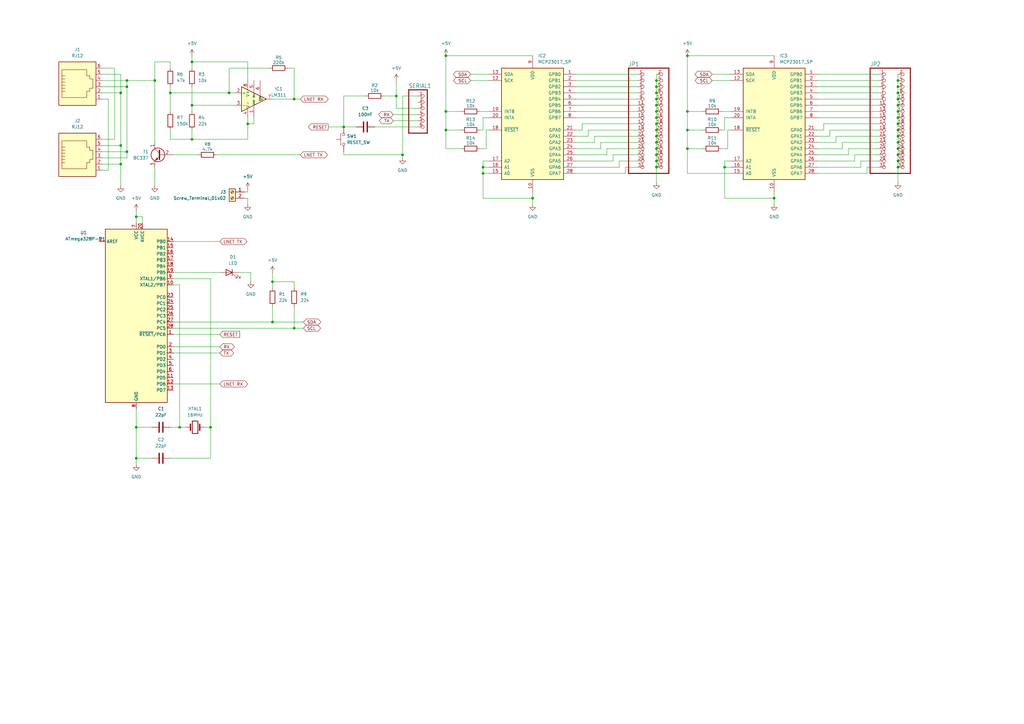
<source format=kicad_sch>
(kicad_sch
	(version 20231120)
	(generator "eeschema")
	(generator_version "8.0")
	(uuid "a0fdc1b2-314e-44d2-9062-06c9df271dfc")
	(paper "A3")
	(lib_symbols
		(symbol "Comparator:LM311"
			(pin_names
				(offset 0.127)
			)
			(exclude_from_sim no)
			(in_bom yes)
			(on_board yes)
			(property "Reference" "U"
				(at 3.81 6.35 0)
				(effects
					(font
						(size 1.27 1.27)
					)
					(justify left)
				)
			)
			(property "Value" "LM311"
				(at 3.81 3.81 0)
				(effects
					(font
						(size 1.27 1.27)
					)
					(justify left)
				)
			)
			(property "Footprint" ""
				(at 0 0 0)
				(effects
					(font
						(size 1.27 1.27)
					)
					(hide yes)
				)
			)
			(property "Datasheet" "https://www.st.com/resource/en/datasheet/lm311.pdf"
				(at 0 0 0)
				(effects
					(font
						(size 1.27 1.27)
					)
					(hide yes)
				)
			)
			(property "Description" "Voltage Comparator, DIP-8/SOIC-8"
				(at 0 0 0)
				(effects
					(font
						(size 1.27 1.27)
					)
					(hide yes)
				)
			)
			(property "ki_keywords" "cmp open collector"
				(at 0 0 0)
				(effects
					(font
						(size 1.27 1.27)
					)
					(hide yes)
				)
			)
			(property "ki_fp_filters" "SOIC*3.9x4.9mm*P1.27mm* DIP*W7.62mm*"
				(at 0 0 0)
				(effects
					(font
						(size 1.27 1.27)
					)
					(hide yes)
				)
			)
			(symbol "LM311_0_1"
				(polyline
					(pts
						(xy 5.08 0) (xy -5.08 5.08) (xy -5.08 -5.08) (xy 5.08 0)
					)
					(stroke
						(width 0.254)
						(type default)
					)
					(fill
						(type background)
					)
				)
				(polyline
					(pts
						(xy 3.683 -0.381) (xy 3.302 -0.381) (xy 3.683 0) (xy 3.302 0.381) (xy 2.921 0) (xy 3.302 -0.381)
						(xy 2.921 -0.381)
					)
					(stroke
						(width 0.127)
						(type default)
					)
					(fill
						(type none)
					)
				)
			)
			(symbol "LM311_1_1"
				(pin passive line
					(at 0 -7.62 90)
					(length 5.08)
					(name "GND"
						(effects
							(font
								(size 0.635 0.635)
							)
						)
					)
					(number "1"
						(effects
							(font
								(size 1.27 1.27)
							)
						)
					)
				)
				(pin input line
					(at -7.62 2.54 0)
					(length 2.54)
					(name "+"
						(effects
							(font
								(size 1.27 1.27)
							)
						)
					)
					(number "2"
						(effects
							(font
								(size 1.27 1.27)
							)
						)
					)
				)
				(pin input line
					(at -7.62 -2.54 0)
					(length 2.54)
					(name "-"
						(effects
							(font
								(size 1.27 1.27)
							)
						)
					)
					(number "3"
						(effects
							(font
								(size 1.27 1.27)
							)
						)
					)
				)
				(pin power_in line
					(at -2.54 -7.62 90)
					(length 3.81)
					(name "V-"
						(effects
							(font
								(size 1.27 1.27)
							)
						)
					)
					(number "4"
						(effects
							(font
								(size 1.27 1.27)
							)
						)
					)
				)
				(pin input line
					(at 0 7.62 270)
					(length 5.08)
					(name "BAL"
						(effects
							(font
								(size 0.635 0.635)
							)
						)
					)
					(number "5"
						(effects
							(font
								(size 1.27 1.27)
							)
						)
					)
				)
				(pin input line
					(at 2.54 7.62 270)
					(length 6.35)
					(name "STRB"
						(effects
							(font
								(size 0.508 0.508)
							)
						)
					)
					(number "6"
						(effects
							(font
								(size 1.27 1.27)
							)
						)
					)
				)
				(pin open_collector line
					(at 7.62 0 180)
					(length 2.54)
					(name "~"
						(effects
							(font
								(size 1.27 1.27)
							)
						)
					)
					(number "7"
						(effects
							(font
								(size 1.27 1.27)
							)
						)
					)
				)
				(pin power_in line
					(at -2.54 7.62 270)
					(length 3.81)
					(name "V+"
						(effects
							(font
								(size 1.27 1.27)
							)
						)
					)
					(number "8"
						(effects
							(font
								(size 1.27 1.27)
							)
						)
					)
				)
			)
		)
		(symbol "Connector:RJ12"
			(pin_names
				(offset 1.016)
			)
			(exclude_from_sim no)
			(in_bom yes)
			(on_board yes)
			(property "Reference" "J"
				(at -5.08 11.43 0)
				(effects
					(font
						(size 1.27 1.27)
					)
					(justify right)
				)
			)
			(property "Value" "RJ12"
				(at 2.54 11.43 0)
				(effects
					(font
						(size 1.27 1.27)
					)
					(justify left)
				)
			)
			(property "Footprint" ""
				(at 0 0.635 90)
				(effects
					(font
						(size 1.27 1.27)
					)
					(hide yes)
				)
			)
			(property "Datasheet" "~"
				(at 0 0.635 90)
				(effects
					(font
						(size 1.27 1.27)
					)
					(hide yes)
				)
			)
			(property "Description" "RJ connector, 6P6C (6 positions 6 connected)"
				(at 0 0 0)
				(effects
					(font
						(size 1.27 1.27)
					)
					(hide yes)
				)
			)
			(property "ki_keywords" "6P6C RJ socket connector"
				(at 0 0 0)
				(effects
					(font
						(size 1.27 1.27)
					)
					(hide yes)
				)
			)
			(property "ki_fp_filters" "6P6C* RJ12* RJ18* RJ25*"
				(at 0 0 0)
				(effects
					(font
						(size 1.27 1.27)
					)
					(hide yes)
				)
			)
			(symbol "RJ12_0_1"
				(polyline
					(pts
						(xy -6.35 -1.905) (xy -5.08 -1.905) (xy -5.08 -1.905)
					)
					(stroke
						(width 0)
						(type default)
					)
					(fill
						(type none)
					)
				)
				(polyline
					(pts
						(xy -6.35 -0.635) (xy -5.08 -0.635) (xy -5.08 -0.635)
					)
					(stroke
						(width 0)
						(type default)
					)
					(fill
						(type none)
					)
				)
				(polyline
					(pts
						(xy -6.35 0.635) (xy -5.08 0.635) (xy -5.08 0.635)
					)
					(stroke
						(width 0)
						(type default)
					)
					(fill
						(type none)
					)
				)
				(polyline
					(pts
						(xy -6.35 1.905) (xy -5.08 1.905) (xy -5.08 1.905)
					)
					(stroke
						(width 0)
						(type default)
					)
					(fill
						(type none)
					)
				)
				(polyline
					(pts
						(xy -6.35 3.175) (xy -5.08 3.175) (xy -5.08 3.175)
					)
					(stroke
						(width 0)
						(type default)
					)
					(fill
						(type none)
					)
				)
				(polyline
					(pts
						(xy -5.08 4.445) (xy -6.35 4.445) (xy -6.35 4.445)
					)
					(stroke
						(width 0)
						(type default)
					)
					(fill
						(type none)
					)
				)
				(polyline
					(pts
						(xy -6.35 -4.445) (xy -6.35 6.985) (xy 3.81 6.985) (xy 3.81 4.445) (xy 5.08 4.445) (xy 5.08 3.175)
						(xy 6.35 3.175) (xy 6.35 -0.635) (xy 5.08 -0.635) (xy 5.08 -1.905) (xy 3.81 -1.905) (xy 3.81 -4.445)
						(xy -6.35 -4.445) (xy -6.35 -4.445)
					)
					(stroke
						(width 0)
						(type default)
					)
					(fill
						(type none)
					)
				)
				(rectangle
					(start 7.62 10.16)
					(end -7.62 -7.62)
					(stroke
						(width 0.254)
						(type default)
					)
					(fill
						(type background)
					)
				)
			)
			(symbol "RJ12_1_1"
				(pin passive line
					(at 10.16 -5.08 180)
					(length 2.54)
					(name "~"
						(effects
							(font
								(size 1.27 1.27)
							)
						)
					)
					(number "1"
						(effects
							(font
								(size 1.27 1.27)
							)
						)
					)
				)
				(pin passive line
					(at 10.16 -2.54 180)
					(length 2.54)
					(name "~"
						(effects
							(font
								(size 1.27 1.27)
							)
						)
					)
					(number "2"
						(effects
							(font
								(size 1.27 1.27)
							)
						)
					)
				)
				(pin passive line
					(at 10.16 0 180)
					(length 2.54)
					(name "~"
						(effects
							(font
								(size 1.27 1.27)
							)
						)
					)
					(number "3"
						(effects
							(font
								(size 1.27 1.27)
							)
						)
					)
				)
				(pin passive line
					(at 10.16 2.54 180)
					(length 2.54)
					(name "~"
						(effects
							(font
								(size 1.27 1.27)
							)
						)
					)
					(number "4"
						(effects
							(font
								(size 1.27 1.27)
							)
						)
					)
				)
				(pin passive line
					(at 10.16 5.08 180)
					(length 2.54)
					(name "~"
						(effects
							(font
								(size 1.27 1.27)
							)
						)
					)
					(number "5"
						(effects
							(font
								(size 1.27 1.27)
							)
						)
					)
				)
				(pin passive line
					(at 10.16 7.62 180)
					(length 2.54)
					(name "~"
						(effects
							(font
								(size 1.27 1.27)
							)
						)
					)
					(number "6"
						(effects
							(font
								(size 1.27 1.27)
							)
						)
					)
				)
			)
		)
		(symbol "Connector:Screw_Terminal_01x02"
			(pin_names
				(offset 1.016) hide)
			(exclude_from_sim no)
			(in_bom yes)
			(on_board yes)
			(property "Reference" "J"
				(at 0 2.54 0)
				(effects
					(font
						(size 1.27 1.27)
					)
				)
			)
			(property "Value" "Screw_Terminal_01x02"
				(at 0 -5.08 0)
				(effects
					(font
						(size 1.27 1.27)
					)
				)
			)
			(property "Footprint" ""
				(at 0 0 0)
				(effects
					(font
						(size 1.27 1.27)
					)
					(hide yes)
				)
			)
			(property "Datasheet" "~"
				(at 0 0 0)
				(effects
					(font
						(size 1.27 1.27)
					)
					(hide yes)
				)
			)
			(property "Description" "Generic screw terminal, single row, 01x02, script generated (kicad-library-utils/schlib/autogen/connector/)"
				(at 0 0 0)
				(effects
					(font
						(size 1.27 1.27)
					)
					(hide yes)
				)
			)
			(property "ki_keywords" "screw terminal"
				(at 0 0 0)
				(effects
					(font
						(size 1.27 1.27)
					)
					(hide yes)
				)
			)
			(property "ki_fp_filters" "TerminalBlock*:*"
				(at 0 0 0)
				(effects
					(font
						(size 1.27 1.27)
					)
					(hide yes)
				)
			)
			(symbol "Screw_Terminal_01x02_1_1"
				(rectangle
					(start -1.27 1.27)
					(end 1.27 -3.81)
					(stroke
						(width 0.254)
						(type default)
					)
					(fill
						(type background)
					)
				)
				(circle
					(center 0 -2.54)
					(radius 0.635)
					(stroke
						(width 0.1524)
						(type default)
					)
					(fill
						(type none)
					)
				)
				(polyline
					(pts
						(xy -0.5334 -2.2098) (xy 0.3302 -3.048)
					)
					(stroke
						(width 0.1524)
						(type default)
					)
					(fill
						(type none)
					)
				)
				(polyline
					(pts
						(xy -0.5334 0.3302) (xy 0.3302 -0.508)
					)
					(stroke
						(width 0.1524)
						(type default)
					)
					(fill
						(type none)
					)
				)
				(polyline
					(pts
						(xy -0.3556 -2.032) (xy 0.508 -2.8702)
					)
					(stroke
						(width 0.1524)
						(type default)
					)
					(fill
						(type none)
					)
				)
				(polyline
					(pts
						(xy -0.3556 0.508) (xy 0.508 -0.3302)
					)
					(stroke
						(width 0.1524)
						(type default)
					)
					(fill
						(type none)
					)
				)
				(circle
					(center 0 0)
					(radius 0.635)
					(stroke
						(width 0.1524)
						(type default)
					)
					(fill
						(type none)
					)
				)
				(pin passive line
					(at -5.08 0 0)
					(length 3.81)
					(name "Pin_1"
						(effects
							(font
								(size 1.27 1.27)
							)
						)
					)
					(number "1"
						(effects
							(font
								(size 1.27 1.27)
							)
						)
					)
				)
				(pin passive line
					(at -5.08 -2.54 0)
					(length 3.81)
					(name "Pin_2"
						(effects
							(font
								(size 1.27 1.27)
							)
						)
					)
					(number "2"
						(effects
							(font
								(size 1.27 1.27)
							)
						)
					)
				)
			)
		)
		(symbol "Device:C"
			(pin_numbers hide)
			(pin_names
				(offset 0.254)
			)
			(exclude_from_sim no)
			(in_bom yes)
			(on_board yes)
			(property "Reference" "C"
				(at 0.635 2.54 0)
				(effects
					(font
						(size 1.27 1.27)
					)
					(justify left)
				)
			)
			(property "Value" "C"
				(at 0.635 -2.54 0)
				(effects
					(font
						(size 1.27 1.27)
					)
					(justify left)
				)
			)
			(property "Footprint" ""
				(at 0.9652 -3.81 0)
				(effects
					(font
						(size 1.27 1.27)
					)
					(hide yes)
				)
			)
			(property "Datasheet" "~"
				(at 0 0 0)
				(effects
					(font
						(size 1.27 1.27)
					)
					(hide yes)
				)
			)
			(property "Description" "Unpolarized capacitor"
				(at 0 0 0)
				(effects
					(font
						(size 1.27 1.27)
					)
					(hide yes)
				)
			)
			(property "ki_keywords" "cap capacitor"
				(at 0 0 0)
				(effects
					(font
						(size 1.27 1.27)
					)
					(hide yes)
				)
			)
			(property "ki_fp_filters" "C_*"
				(at 0 0 0)
				(effects
					(font
						(size 1.27 1.27)
					)
					(hide yes)
				)
			)
			(symbol "C_0_1"
				(polyline
					(pts
						(xy -2.032 -0.762) (xy 2.032 -0.762)
					)
					(stroke
						(width 0.508)
						(type default)
					)
					(fill
						(type none)
					)
				)
				(polyline
					(pts
						(xy -2.032 0.762) (xy 2.032 0.762)
					)
					(stroke
						(width 0.508)
						(type default)
					)
					(fill
						(type none)
					)
				)
			)
			(symbol "C_1_1"
				(pin passive line
					(at 0 3.81 270)
					(length 2.794)
					(name "~"
						(effects
							(font
								(size 1.27 1.27)
							)
						)
					)
					(number "1"
						(effects
							(font
								(size 1.27 1.27)
							)
						)
					)
				)
				(pin passive line
					(at 0 -3.81 90)
					(length 2.794)
					(name "~"
						(effects
							(font
								(size 1.27 1.27)
							)
						)
					)
					(number "2"
						(effects
							(font
								(size 1.27 1.27)
							)
						)
					)
				)
			)
		)
		(symbol "Device:Crystal"
			(pin_numbers hide)
			(pin_names
				(offset 1.016) hide)
			(exclude_from_sim no)
			(in_bom yes)
			(on_board yes)
			(property "Reference" "Y"
				(at 0 3.81 0)
				(effects
					(font
						(size 1.27 1.27)
					)
				)
			)
			(property "Value" "Crystal"
				(at 0 -3.81 0)
				(effects
					(font
						(size 1.27 1.27)
					)
				)
			)
			(property "Footprint" ""
				(at 0 0 0)
				(effects
					(font
						(size 1.27 1.27)
					)
					(hide yes)
				)
			)
			(property "Datasheet" "~"
				(at 0 0 0)
				(effects
					(font
						(size 1.27 1.27)
					)
					(hide yes)
				)
			)
			(property "Description" "Two pin crystal"
				(at 0 0 0)
				(effects
					(font
						(size 1.27 1.27)
					)
					(hide yes)
				)
			)
			(property "ki_keywords" "quartz ceramic resonator oscillator"
				(at 0 0 0)
				(effects
					(font
						(size 1.27 1.27)
					)
					(hide yes)
				)
			)
			(property "ki_fp_filters" "Crystal*"
				(at 0 0 0)
				(effects
					(font
						(size 1.27 1.27)
					)
					(hide yes)
				)
			)
			(symbol "Crystal_0_1"
				(rectangle
					(start -1.143 2.54)
					(end 1.143 -2.54)
					(stroke
						(width 0.3048)
						(type default)
					)
					(fill
						(type none)
					)
				)
				(polyline
					(pts
						(xy -2.54 0) (xy -1.905 0)
					)
					(stroke
						(width 0)
						(type default)
					)
					(fill
						(type none)
					)
				)
				(polyline
					(pts
						(xy -1.905 -1.27) (xy -1.905 1.27)
					)
					(stroke
						(width 0.508)
						(type default)
					)
					(fill
						(type none)
					)
				)
				(polyline
					(pts
						(xy 1.905 -1.27) (xy 1.905 1.27)
					)
					(stroke
						(width 0.508)
						(type default)
					)
					(fill
						(type none)
					)
				)
				(polyline
					(pts
						(xy 2.54 0) (xy 1.905 0)
					)
					(stroke
						(width 0)
						(type default)
					)
					(fill
						(type none)
					)
				)
			)
			(symbol "Crystal_1_1"
				(pin passive line
					(at -3.81 0 0)
					(length 1.27)
					(name "1"
						(effects
							(font
								(size 1.27 1.27)
							)
						)
					)
					(number "1"
						(effects
							(font
								(size 1.27 1.27)
							)
						)
					)
				)
				(pin passive line
					(at 3.81 0 180)
					(length 1.27)
					(name "2"
						(effects
							(font
								(size 1.27 1.27)
							)
						)
					)
					(number "2"
						(effects
							(font
								(size 1.27 1.27)
							)
						)
					)
				)
			)
		)
		(symbol "Device:LED"
			(pin_numbers hide)
			(pin_names
				(offset 1.016) hide)
			(exclude_from_sim no)
			(in_bom yes)
			(on_board yes)
			(property "Reference" "D"
				(at 0 2.54 0)
				(effects
					(font
						(size 1.27 1.27)
					)
				)
			)
			(property "Value" "LED"
				(at 0 -2.54 0)
				(effects
					(font
						(size 1.27 1.27)
					)
				)
			)
			(property "Footprint" ""
				(at 0 0 0)
				(effects
					(font
						(size 1.27 1.27)
					)
					(hide yes)
				)
			)
			(property "Datasheet" "~"
				(at 0 0 0)
				(effects
					(font
						(size 1.27 1.27)
					)
					(hide yes)
				)
			)
			(property "Description" "Light emitting diode"
				(at 0 0 0)
				(effects
					(font
						(size 1.27 1.27)
					)
					(hide yes)
				)
			)
			(property "ki_keywords" "LED diode"
				(at 0 0 0)
				(effects
					(font
						(size 1.27 1.27)
					)
					(hide yes)
				)
			)
			(property "ki_fp_filters" "LED* LED_SMD:* LED_THT:*"
				(at 0 0 0)
				(effects
					(font
						(size 1.27 1.27)
					)
					(hide yes)
				)
			)
			(symbol "LED_0_1"
				(polyline
					(pts
						(xy -1.27 -1.27) (xy -1.27 1.27)
					)
					(stroke
						(width 0.254)
						(type default)
					)
					(fill
						(type none)
					)
				)
				(polyline
					(pts
						(xy -1.27 0) (xy 1.27 0)
					)
					(stroke
						(width 0)
						(type default)
					)
					(fill
						(type none)
					)
				)
				(polyline
					(pts
						(xy 1.27 -1.27) (xy 1.27 1.27) (xy -1.27 0) (xy 1.27 -1.27)
					)
					(stroke
						(width 0.254)
						(type default)
					)
					(fill
						(type none)
					)
				)
				(polyline
					(pts
						(xy -3.048 -0.762) (xy -4.572 -2.286) (xy -3.81 -2.286) (xy -4.572 -2.286) (xy -4.572 -1.524)
					)
					(stroke
						(width 0)
						(type default)
					)
					(fill
						(type none)
					)
				)
				(polyline
					(pts
						(xy -1.778 -0.762) (xy -3.302 -2.286) (xy -2.54 -2.286) (xy -3.302 -2.286) (xy -3.302 -1.524)
					)
					(stroke
						(width 0)
						(type default)
					)
					(fill
						(type none)
					)
				)
			)
			(symbol "LED_1_1"
				(pin passive line
					(at -3.81 0 0)
					(length 2.54)
					(name "K"
						(effects
							(font
								(size 1.27 1.27)
							)
						)
					)
					(number "1"
						(effects
							(font
								(size 1.27 1.27)
							)
						)
					)
				)
				(pin passive line
					(at 3.81 0 180)
					(length 2.54)
					(name "A"
						(effects
							(font
								(size 1.27 1.27)
							)
						)
					)
					(number "2"
						(effects
							(font
								(size 1.27 1.27)
							)
						)
					)
				)
			)
		)
		(symbol "Device:R"
			(pin_numbers hide)
			(pin_names
				(offset 0)
			)
			(exclude_from_sim no)
			(in_bom yes)
			(on_board yes)
			(property "Reference" "R"
				(at 2.032 0 90)
				(effects
					(font
						(size 1.27 1.27)
					)
				)
			)
			(property "Value" "R"
				(at 0 0 90)
				(effects
					(font
						(size 1.27 1.27)
					)
				)
			)
			(property "Footprint" ""
				(at -1.778 0 90)
				(effects
					(font
						(size 1.27 1.27)
					)
					(hide yes)
				)
			)
			(property "Datasheet" "~"
				(at 0 0 0)
				(effects
					(font
						(size 1.27 1.27)
					)
					(hide yes)
				)
			)
			(property "Description" "Resistor"
				(at 0 0 0)
				(effects
					(font
						(size 1.27 1.27)
					)
					(hide yes)
				)
			)
			(property "ki_keywords" "R res resistor"
				(at 0 0 0)
				(effects
					(font
						(size 1.27 1.27)
					)
					(hide yes)
				)
			)
			(property "ki_fp_filters" "R_*"
				(at 0 0 0)
				(effects
					(font
						(size 1.27 1.27)
					)
					(hide yes)
				)
			)
			(symbol "R_0_1"
				(rectangle
					(start -1.016 -2.54)
					(end 1.016 2.54)
					(stroke
						(width 0.254)
						(type default)
					)
					(fill
						(type none)
					)
				)
			)
			(symbol "R_1_1"
				(pin passive line
					(at 0 3.81 270)
					(length 1.27)
					(name "~"
						(effects
							(font
								(size 1.27 1.27)
							)
						)
					)
					(number "1"
						(effects
							(font
								(size 1.27 1.27)
							)
						)
					)
				)
				(pin passive line
					(at 0 -3.81 90)
					(length 1.27)
					(name "~"
						(effects
							(font
								(size 1.27 1.27)
							)
						)
					)
					(number "2"
						(effects
							(font
								(size 1.27 1.27)
							)
						)
					)
				)
			)
		)
		(symbol "Interface_Expansion:MCP23017_SP"
			(pin_names
				(offset 1.016)
			)
			(exclude_from_sim no)
			(in_bom yes)
			(on_board yes)
			(property "Reference" "U"
				(at -11.43 24.13 0)
				(effects
					(font
						(size 1.27 1.27)
					)
				)
			)
			(property "Value" "MCP23017_SP"
				(at 0 0 0)
				(effects
					(font
						(size 1.27 1.27)
					)
				)
			)
			(property "Footprint" "Package_DIP:DIP-28_W7.62mm"
				(at 5.08 -25.4 0)
				(effects
					(font
						(size 1.27 1.27)
					)
					(justify left)
					(hide yes)
				)
			)
			(property "Datasheet" "http://ww1.microchip.com/downloads/en/DeviceDoc/20001952C.pdf"
				(at 5.08 -27.94 0)
				(effects
					(font
						(size 1.27 1.27)
					)
					(justify left)
					(hide yes)
				)
			)
			(property "Description" "16-bit I/O expander, I2C, interrupts, w pull-ups, SPDIP-28"
				(at 0 0 0)
				(effects
					(font
						(size 1.27 1.27)
					)
					(hide yes)
				)
			)
			(property "ki_keywords" "I2C parallel port expander"
				(at 0 0 0)
				(effects
					(font
						(size 1.27 1.27)
					)
					(hide yes)
				)
			)
			(property "ki_fp_filters" "DIP*W7.62mm*"
				(at 0 0 0)
				(effects
					(font
						(size 1.27 1.27)
					)
					(hide yes)
				)
			)
			(symbol "MCP23017_SP_0_1"
				(rectangle
					(start -12.7 22.86)
					(end 12.7 -22.86)
					(stroke
						(width 0.254)
						(type default)
					)
					(fill
						(type background)
					)
				)
			)
			(symbol "MCP23017_SP_1_1"
				(pin bidirectional line
					(at 17.78 20.32 180)
					(length 5.08)
					(name "GPB0"
						(effects
							(font
								(size 1.27 1.27)
							)
						)
					)
					(number "1"
						(effects
							(font
								(size 1.27 1.27)
							)
						)
					)
				)
				(pin power_in line
					(at 0 -27.94 90)
					(length 5.08)
					(name "VSS"
						(effects
							(font
								(size 1.27 1.27)
							)
						)
					)
					(number "10"
						(effects
							(font
								(size 1.27 1.27)
							)
						)
					)
				)
				(pin no_connect line
					(at -12.7 15.24 0)
					(length 5.08) hide
					(name "NC"
						(effects
							(font
								(size 1.27 1.27)
							)
						)
					)
					(number "11"
						(effects
							(font
								(size 1.27 1.27)
							)
						)
					)
				)
				(pin input line
					(at -17.78 17.78 0)
					(length 5.08)
					(name "SCK"
						(effects
							(font
								(size 1.27 1.27)
							)
						)
					)
					(number "12"
						(effects
							(font
								(size 1.27 1.27)
							)
						)
					)
				)
				(pin bidirectional line
					(at -17.78 20.32 0)
					(length 5.08)
					(name "SDA"
						(effects
							(font
								(size 1.27 1.27)
							)
						)
					)
					(number "13"
						(effects
							(font
								(size 1.27 1.27)
							)
						)
					)
				)
				(pin no_connect line
					(at -12.7 12.7 0)
					(length 5.08) hide
					(name "NC"
						(effects
							(font
								(size 1.27 1.27)
							)
						)
					)
					(number "14"
						(effects
							(font
								(size 1.27 1.27)
							)
						)
					)
				)
				(pin input line
					(at -17.78 -20.32 0)
					(length 5.08)
					(name "A0"
						(effects
							(font
								(size 1.27 1.27)
							)
						)
					)
					(number "15"
						(effects
							(font
								(size 1.27 1.27)
							)
						)
					)
				)
				(pin input line
					(at -17.78 -17.78 0)
					(length 5.08)
					(name "A1"
						(effects
							(font
								(size 1.27 1.27)
							)
						)
					)
					(number "16"
						(effects
							(font
								(size 1.27 1.27)
							)
						)
					)
				)
				(pin input line
					(at -17.78 -15.24 0)
					(length 5.08)
					(name "A2"
						(effects
							(font
								(size 1.27 1.27)
							)
						)
					)
					(number "17"
						(effects
							(font
								(size 1.27 1.27)
							)
						)
					)
				)
				(pin input line
					(at -17.78 -2.54 0)
					(length 5.08)
					(name "~{RESET}"
						(effects
							(font
								(size 1.27 1.27)
							)
						)
					)
					(number "18"
						(effects
							(font
								(size 1.27 1.27)
							)
						)
					)
				)
				(pin tri_state line
					(at -17.78 5.08 0)
					(length 5.08)
					(name "INTB"
						(effects
							(font
								(size 1.27 1.27)
							)
						)
					)
					(number "19"
						(effects
							(font
								(size 1.27 1.27)
							)
						)
					)
				)
				(pin bidirectional line
					(at 17.78 17.78 180)
					(length 5.08)
					(name "GPB1"
						(effects
							(font
								(size 1.27 1.27)
							)
						)
					)
					(number "2"
						(effects
							(font
								(size 1.27 1.27)
							)
						)
					)
				)
				(pin tri_state line
					(at -17.78 2.54 0)
					(length 5.08)
					(name "INTA"
						(effects
							(font
								(size 1.27 1.27)
							)
						)
					)
					(number "20"
						(effects
							(font
								(size 1.27 1.27)
							)
						)
					)
				)
				(pin bidirectional line
					(at 17.78 -2.54 180)
					(length 5.08)
					(name "GPA0"
						(effects
							(font
								(size 1.27 1.27)
							)
						)
					)
					(number "21"
						(effects
							(font
								(size 1.27 1.27)
							)
						)
					)
				)
				(pin bidirectional line
					(at 17.78 -5.08 180)
					(length 5.08)
					(name "GPA1"
						(effects
							(font
								(size 1.27 1.27)
							)
						)
					)
					(number "22"
						(effects
							(font
								(size 1.27 1.27)
							)
						)
					)
				)
				(pin bidirectional line
					(at 17.78 -7.62 180)
					(length 5.08)
					(name "GPA2"
						(effects
							(font
								(size 1.27 1.27)
							)
						)
					)
					(number "23"
						(effects
							(font
								(size 1.27 1.27)
							)
						)
					)
				)
				(pin bidirectional line
					(at 17.78 -10.16 180)
					(length 5.08)
					(name "GPA3"
						(effects
							(font
								(size 1.27 1.27)
							)
						)
					)
					(number "24"
						(effects
							(font
								(size 1.27 1.27)
							)
						)
					)
				)
				(pin bidirectional line
					(at 17.78 -12.7 180)
					(length 5.08)
					(name "GPA4"
						(effects
							(font
								(size 1.27 1.27)
							)
						)
					)
					(number "25"
						(effects
							(font
								(size 1.27 1.27)
							)
						)
					)
				)
				(pin bidirectional line
					(at 17.78 -15.24 180)
					(length 5.08)
					(name "GPA5"
						(effects
							(font
								(size 1.27 1.27)
							)
						)
					)
					(number "26"
						(effects
							(font
								(size 1.27 1.27)
							)
						)
					)
				)
				(pin bidirectional line
					(at 17.78 -17.78 180)
					(length 5.08)
					(name "GPA6"
						(effects
							(font
								(size 1.27 1.27)
							)
						)
					)
					(number "27"
						(effects
							(font
								(size 1.27 1.27)
							)
						)
					)
				)
				(pin bidirectional line
					(at 17.78 -20.32 180)
					(length 5.08)
					(name "GPA7"
						(effects
							(font
								(size 1.27 1.27)
							)
						)
					)
					(number "28"
						(effects
							(font
								(size 1.27 1.27)
							)
						)
					)
				)
				(pin bidirectional line
					(at 17.78 15.24 180)
					(length 5.08)
					(name "GPB2"
						(effects
							(font
								(size 1.27 1.27)
							)
						)
					)
					(number "3"
						(effects
							(font
								(size 1.27 1.27)
							)
						)
					)
				)
				(pin bidirectional line
					(at 17.78 12.7 180)
					(length 5.08)
					(name "GPB3"
						(effects
							(font
								(size 1.27 1.27)
							)
						)
					)
					(number "4"
						(effects
							(font
								(size 1.27 1.27)
							)
						)
					)
				)
				(pin bidirectional line
					(at 17.78 10.16 180)
					(length 5.08)
					(name "GPB4"
						(effects
							(font
								(size 1.27 1.27)
							)
						)
					)
					(number "5"
						(effects
							(font
								(size 1.27 1.27)
							)
						)
					)
				)
				(pin bidirectional line
					(at 17.78 7.62 180)
					(length 5.08)
					(name "GPB5"
						(effects
							(font
								(size 1.27 1.27)
							)
						)
					)
					(number "6"
						(effects
							(font
								(size 1.27 1.27)
							)
						)
					)
				)
				(pin bidirectional line
					(at 17.78 5.08 180)
					(length 5.08)
					(name "GPB6"
						(effects
							(font
								(size 1.27 1.27)
							)
						)
					)
					(number "7"
						(effects
							(font
								(size 1.27 1.27)
							)
						)
					)
				)
				(pin bidirectional line
					(at 17.78 2.54 180)
					(length 5.08)
					(name "GPB7"
						(effects
							(font
								(size 1.27 1.27)
							)
						)
					)
					(number "8"
						(effects
							(font
								(size 1.27 1.27)
							)
						)
					)
				)
				(pin power_in line
					(at 0 27.94 270)
					(length 5.08)
					(name "VDD"
						(effects
							(font
								(size 1.27 1.27)
							)
						)
					)
					(number "9"
						(effects
							(font
								(size 1.27 1.27)
							)
						)
					)
				)
			)
		)
		(symbol "LucaDentella_PINHD-3X16_1"
			(exclude_from_sim no)
			(in_bom yes)
			(on_board yes)
			(property "Reference" "JP1"
				(at -6.35 20.955 0)
				(effects
					(font
						(size 1.778 1.5113)
					)
					(justify left bottom)
				)
			)
			(property "Value" "PINHD-3X16"
				(at -6.35 -25.4 0)
				(effects
					(font
						(size 1.778 1.5113)
					)
					(justify left bottom)
					(hide yes)
				)
			)
			(property "Footprint" "MHB Eagle Vorlagen:3X16"
				(at 0 0 0)
				(effects
					(font
						(size 1.27 1.27)
					)
					(hide yes)
				)
			)
			(property "Datasheet" ""
				(at 0 0 0)
				(effects
					(font
						(size 1.27 1.27)
					)
					(hide yes)
				)
			)
			(property "Description" ""
				(at 0 0 0)
				(effects
					(font
						(size 1.27 1.27)
					)
					(hide yes)
				)
			)
			(property "ki_locked" ""
				(at 0 0 0)
				(effects
					(font
						(size 1.27 1.27)
					)
				)
			)
			(symbol "LucaDentella_PINHD-3X16_1_1_0"
				(polyline
					(pts
						(xy -6.35 -22.86) (xy 10.16 -22.86)
					)
					(stroke
						(width 0.4064)
						(type solid)
					)
					(fill
						(type none)
					)
				)
				(polyline
					(pts
						(xy -6.35 20.32) (xy -6.35 -22.86)
					)
					(stroke
						(width 0.4064)
						(type solid)
					)
					(fill
						(type none)
					)
				)
				(polyline
					(pts
						(xy 10.16 -22.86) (xy 10.16 20.32)
					)
					(stroke
						(width 0.4064)
						(type solid)
					)
					(fill
						(type none)
					)
				)
				(polyline
					(pts
						(xy 10.16 20.32) (xy -6.35 20.32)
					)
					(stroke
						(width 0.4064)
						(type solid)
					)
					(fill
						(type none)
					)
				)
				(pin passive inverted
					(at -2.54 17.78 0)
					(length 2.54)
					(name "1"
						(effects
							(font
								(size 0 0)
							)
						)
					)
					(number "1"
						(effects
							(font
								(size 1.27 1.27)
							)
						)
					)
				)
				(pin passive inverted
					(at 5.08 7.62 0)
					(length 2.54)
					(name "10"
						(effects
							(font
								(size 0 0)
							)
						)
					)
					(number "10"
						(effects
							(font
								(size 1.27 1.27)
							)
						)
					)
				)
				(pin passive inverted
					(at -2.54 5.08 0)
					(length 2.54)
					(name "11"
						(effects
							(font
								(size 0 0)
							)
						)
					)
					(number "11"
						(effects
							(font
								(size 1.27 1.27)
							)
						)
					)
				)
				(pin passive inverted
					(at 5.08 5.08 0)
					(length 2.54)
					(name "12"
						(effects
							(font
								(size 0 0)
							)
						)
					)
					(number "12"
						(effects
							(font
								(size 1.27 1.27)
							)
						)
					)
				)
				(pin passive inverted
					(at -2.54 2.54 0)
					(length 2.54)
					(name "13"
						(effects
							(font
								(size 0 0)
							)
						)
					)
					(number "13"
						(effects
							(font
								(size 1.27 1.27)
							)
						)
					)
				)
				(pin passive inverted
					(at 5.08 2.54 0)
					(length 2.54)
					(name "14"
						(effects
							(font
								(size 0 0)
							)
						)
					)
					(number "14"
						(effects
							(font
								(size 1.27 1.27)
							)
						)
					)
				)
				(pin passive inverted
					(at -2.54 0 0)
					(length 2.54)
					(name "15"
						(effects
							(font
								(size 0 0)
							)
						)
					)
					(number "15"
						(effects
							(font
								(size 1.27 1.27)
							)
						)
					)
				)
				(pin passive inverted
					(at 5.08 0 0)
					(length 2.54)
					(name "16"
						(effects
							(font
								(size 0 0)
							)
						)
					)
					(number "16"
						(effects
							(font
								(size 1.27 1.27)
							)
						)
					)
				)
				(pin passive inverted
					(at -2.54 -2.54 0)
					(length 2.54)
					(name "17"
						(effects
							(font
								(size 0 0)
							)
						)
					)
					(number "17"
						(effects
							(font
								(size 1.27 1.27)
							)
						)
					)
				)
				(pin passive inverted
					(at 5.08 -2.54 0)
					(length 2.54)
					(name "18"
						(effects
							(font
								(size 0 0)
							)
						)
					)
					(number "18"
						(effects
							(font
								(size 1.27 1.27)
							)
						)
					)
				)
				(pin passive inverted
					(at -2.54 -5.08 0)
					(length 2.54)
					(name "19"
						(effects
							(font
								(size 0 0)
							)
						)
					)
					(number "19"
						(effects
							(font
								(size 1.27 1.27)
							)
						)
					)
				)
				(pin passive inverted
					(at 5.08 17.78 0)
					(length 2.54)
					(name "2"
						(effects
							(font
								(size 0 0)
							)
						)
					)
					(number "2"
						(effects
							(font
								(size 1.27 1.27)
							)
						)
					)
				)
				(pin passive inverted
					(at 5.08 -5.08 0)
					(length 2.54)
					(name "20"
						(effects
							(font
								(size 0 0)
							)
						)
					)
					(number "20"
						(effects
							(font
								(size 1.27 1.27)
							)
						)
					)
				)
				(pin passive inverted
					(at -2.54 -7.62 0)
					(length 2.54)
					(name "21"
						(effects
							(font
								(size 0 0)
							)
						)
					)
					(number "21"
						(effects
							(font
								(size 1.27 1.27)
							)
						)
					)
				)
				(pin passive inverted
					(at 5.08 -7.62 0)
					(length 2.54)
					(name "22"
						(effects
							(font
								(size 0 0)
							)
						)
					)
					(number "22"
						(effects
							(font
								(size 1.27 1.27)
							)
						)
					)
				)
				(pin passive inverted
					(at -2.54 -10.16 0)
					(length 2.54)
					(name "23"
						(effects
							(font
								(size 0 0)
							)
						)
					)
					(number "23"
						(effects
							(font
								(size 1.27 1.27)
							)
						)
					)
				)
				(pin passive inverted
					(at 5.08 -10.16 0)
					(length 2.54)
					(name "24"
						(effects
							(font
								(size 0 0)
							)
						)
					)
					(number "24"
						(effects
							(font
								(size 1.27 1.27)
							)
						)
					)
				)
				(pin passive inverted
					(at -2.54 -12.7 0)
					(length 2.54)
					(name "25"
						(effects
							(font
								(size 0 0)
							)
						)
					)
					(number "25"
						(effects
							(font
								(size 1.27 1.27)
							)
						)
					)
				)
				(pin passive inverted
					(at 5.08 -12.7 0)
					(length 2.54)
					(name "26"
						(effects
							(font
								(size 0 0)
							)
						)
					)
					(number "26"
						(effects
							(font
								(size 1.27 1.27)
							)
						)
					)
				)
				(pin passive inverted
					(at -2.54 -15.24 0)
					(length 2.54)
					(name "27"
						(effects
							(font
								(size 0 0)
							)
						)
					)
					(number "27"
						(effects
							(font
								(size 1.27 1.27)
							)
						)
					)
				)
				(pin passive inverted
					(at 5.08 -15.24 0)
					(length 2.54)
					(name "28"
						(effects
							(font
								(size 0 0)
							)
						)
					)
					(number "28"
						(effects
							(font
								(size 1.27 1.27)
							)
						)
					)
				)
				(pin passive inverted
					(at -2.54 -17.78 0)
					(length 2.54)
					(name "29"
						(effects
							(font
								(size 0 0)
							)
						)
					)
					(number "29"
						(effects
							(font
								(size 1.27 1.27)
							)
						)
					)
				)
				(pin passive inverted
					(at -2.54 15.24 0)
					(length 2.54)
					(name "3"
						(effects
							(font
								(size 0 0)
							)
						)
					)
					(number "3"
						(effects
							(font
								(size 1.27 1.27)
							)
						)
					)
				)
				(pin passive inverted
					(at 5.08 -17.78 0)
					(length 2.54)
					(name "30"
						(effects
							(font
								(size 0 0)
							)
						)
					)
					(number "30"
						(effects
							(font
								(size 1.27 1.27)
							)
						)
					)
				)
				(pin passive inverted
					(at -2.54 -20.32 0)
					(length 2.54)
					(name "31"
						(effects
							(font
								(size 0 0)
							)
						)
					)
					(number "31"
						(effects
							(font
								(size 1.27 1.27)
							)
						)
					)
				)
				(pin passive inverted
					(at 5.08 -20.32 0)
					(length 2.54)
					(name "32"
						(effects
							(font
								(size 0 0)
							)
						)
					)
					(number "32"
						(effects
							(font
								(size 1.27 1.27)
							)
						)
					)
				)
				(pin passive inverted
					(at 5.08 15.24 0)
					(length 2.54)
					(name "4"
						(effects
							(font
								(size 0 0)
							)
						)
					)
					(number "4"
						(effects
							(font
								(size 1.27 1.27)
							)
						)
					)
				)
				(pin passive inverted
					(at -2.54 12.7 0)
					(length 2.54)
					(name "5"
						(effects
							(font
								(size 0 0)
							)
						)
					)
					(number "5"
						(effects
							(font
								(size 1.27 1.27)
							)
						)
					)
				)
				(pin passive inverted
					(at 5.08 12.7 0)
					(length 2.54)
					(name "6"
						(effects
							(font
								(size 0 0)
							)
						)
					)
					(number "6"
						(effects
							(font
								(size 1.27 1.27)
							)
						)
					)
				)
				(pin passive inverted
					(at -2.54 10.16 0)
					(length 2.54)
					(name "7"
						(effects
							(font
								(size 0 0)
							)
						)
					)
					(number "7"
						(effects
							(font
								(size 1.27 1.27)
							)
						)
					)
				)
				(pin passive inverted
					(at 5.08 10.16 0)
					(length 2.54)
					(name "8"
						(effects
							(font
								(size 0 0)
							)
						)
					)
					(number "8"
						(effects
							(font
								(size 1.27 1.27)
							)
						)
					)
				)
				(pin passive inverted
					(at -2.54 7.62 0)
					(length 2.54)
					(name "9"
						(effects
							(font
								(size 0 0)
							)
						)
					)
					(number "9"
						(effects
							(font
								(size 1.27 1.27)
							)
						)
					)
				)
			)
		)
		(symbol "MCU_Microchip_ATmega:ATmega328P-P"
			(exclude_from_sim no)
			(in_bom yes)
			(on_board yes)
			(property "Reference" "U"
				(at -12.7 36.83 0)
				(effects
					(font
						(size 1.27 1.27)
					)
					(justify left bottom)
				)
			)
			(property "Value" "ATmega328P-P"
				(at 2.54 -36.83 0)
				(effects
					(font
						(size 1.27 1.27)
					)
					(justify left top)
				)
			)
			(property "Footprint" "Package_DIP:DIP-28_W7.62mm"
				(at 0 0 0)
				(effects
					(font
						(size 1.27 1.27)
						(italic yes)
					)
					(hide yes)
				)
			)
			(property "Datasheet" "http://ww1.microchip.com/downloads/en/DeviceDoc/ATmega328_P%20AVR%20MCU%20with%20picoPower%20Technology%20Data%20Sheet%2040001984A.pdf"
				(at 0 0 0)
				(effects
					(font
						(size 1.27 1.27)
					)
					(hide yes)
				)
			)
			(property "Description" "20MHz, 32kB Flash, 2kB SRAM, 1kB EEPROM, DIP-28"
				(at 0 0 0)
				(effects
					(font
						(size 1.27 1.27)
					)
					(hide yes)
				)
			)
			(property "ki_keywords" "AVR 8bit Microcontroller MegaAVR PicoPower"
				(at 0 0 0)
				(effects
					(font
						(size 1.27 1.27)
					)
					(hide yes)
				)
			)
			(property "ki_fp_filters" "DIP*W7.62mm*"
				(at 0 0 0)
				(effects
					(font
						(size 1.27 1.27)
					)
					(hide yes)
				)
			)
			(symbol "ATmega328P-P_0_1"
				(rectangle
					(start -12.7 -35.56)
					(end 12.7 35.56)
					(stroke
						(width 0.254)
						(type default)
					)
					(fill
						(type background)
					)
				)
			)
			(symbol "ATmega328P-P_1_1"
				(pin bidirectional line
					(at 15.24 -7.62 180)
					(length 2.54)
					(name "~{RESET}/PC6"
						(effects
							(font
								(size 1.27 1.27)
							)
						)
					)
					(number "1"
						(effects
							(font
								(size 1.27 1.27)
							)
						)
					)
				)
				(pin bidirectional line
					(at 15.24 12.7 180)
					(length 2.54)
					(name "XTAL2/PB7"
						(effects
							(font
								(size 1.27 1.27)
							)
						)
					)
					(number "10"
						(effects
							(font
								(size 1.27 1.27)
							)
						)
					)
				)
				(pin bidirectional line
					(at 15.24 -25.4 180)
					(length 2.54)
					(name "PD5"
						(effects
							(font
								(size 1.27 1.27)
							)
						)
					)
					(number "11"
						(effects
							(font
								(size 1.27 1.27)
							)
						)
					)
				)
				(pin bidirectional line
					(at 15.24 -27.94 180)
					(length 2.54)
					(name "PD6"
						(effects
							(font
								(size 1.27 1.27)
							)
						)
					)
					(number "12"
						(effects
							(font
								(size 1.27 1.27)
							)
						)
					)
				)
				(pin bidirectional line
					(at 15.24 -30.48 180)
					(length 2.54)
					(name "PD7"
						(effects
							(font
								(size 1.27 1.27)
							)
						)
					)
					(number "13"
						(effects
							(font
								(size 1.27 1.27)
							)
						)
					)
				)
				(pin bidirectional line
					(at 15.24 30.48 180)
					(length 2.54)
					(name "PB0"
						(effects
							(font
								(size 1.27 1.27)
							)
						)
					)
					(number "14"
						(effects
							(font
								(size 1.27 1.27)
							)
						)
					)
				)
				(pin bidirectional line
					(at 15.24 27.94 180)
					(length 2.54)
					(name "PB1"
						(effects
							(font
								(size 1.27 1.27)
							)
						)
					)
					(number "15"
						(effects
							(font
								(size 1.27 1.27)
							)
						)
					)
				)
				(pin bidirectional line
					(at 15.24 25.4 180)
					(length 2.54)
					(name "PB2"
						(effects
							(font
								(size 1.27 1.27)
							)
						)
					)
					(number "16"
						(effects
							(font
								(size 1.27 1.27)
							)
						)
					)
				)
				(pin bidirectional line
					(at 15.24 22.86 180)
					(length 2.54)
					(name "PB3"
						(effects
							(font
								(size 1.27 1.27)
							)
						)
					)
					(number "17"
						(effects
							(font
								(size 1.27 1.27)
							)
						)
					)
				)
				(pin bidirectional line
					(at 15.24 20.32 180)
					(length 2.54)
					(name "PB4"
						(effects
							(font
								(size 1.27 1.27)
							)
						)
					)
					(number "18"
						(effects
							(font
								(size 1.27 1.27)
							)
						)
					)
				)
				(pin bidirectional line
					(at 15.24 17.78 180)
					(length 2.54)
					(name "PB5"
						(effects
							(font
								(size 1.27 1.27)
							)
						)
					)
					(number "19"
						(effects
							(font
								(size 1.27 1.27)
							)
						)
					)
				)
				(pin bidirectional line
					(at 15.24 -12.7 180)
					(length 2.54)
					(name "PD0"
						(effects
							(font
								(size 1.27 1.27)
							)
						)
					)
					(number "2"
						(effects
							(font
								(size 1.27 1.27)
							)
						)
					)
				)
				(pin power_in line
					(at 2.54 38.1 270)
					(length 2.54)
					(name "AVCC"
						(effects
							(font
								(size 1.27 1.27)
							)
						)
					)
					(number "20"
						(effects
							(font
								(size 1.27 1.27)
							)
						)
					)
				)
				(pin passive line
					(at -15.24 30.48 0)
					(length 2.54)
					(name "AREF"
						(effects
							(font
								(size 1.27 1.27)
							)
						)
					)
					(number "21"
						(effects
							(font
								(size 1.27 1.27)
							)
						)
					)
				)
				(pin passive line
					(at 0 -38.1 90)
					(length 2.54) hide
					(name "GND"
						(effects
							(font
								(size 1.27 1.27)
							)
						)
					)
					(number "22"
						(effects
							(font
								(size 1.27 1.27)
							)
						)
					)
				)
				(pin bidirectional line
					(at 15.24 7.62 180)
					(length 2.54)
					(name "PC0"
						(effects
							(font
								(size 1.27 1.27)
							)
						)
					)
					(number "23"
						(effects
							(font
								(size 1.27 1.27)
							)
						)
					)
				)
				(pin bidirectional line
					(at 15.24 5.08 180)
					(length 2.54)
					(name "PC1"
						(effects
							(font
								(size 1.27 1.27)
							)
						)
					)
					(number "24"
						(effects
							(font
								(size 1.27 1.27)
							)
						)
					)
				)
				(pin bidirectional line
					(at 15.24 2.54 180)
					(length 2.54)
					(name "PC2"
						(effects
							(font
								(size 1.27 1.27)
							)
						)
					)
					(number "25"
						(effects
							(font
								(size 1.27 1.27)
							)
						)
					)
				)
				(pin bidirectional line
					(at 15.24 0 180)
					(length 2.54)
					(name "PC3"
						(effects
							(font
								(size 1.27 1.27)
							)
						)
					)
					(number "26"
						(effects
							(font
								(size 1.27 1.27)
							)
						)
					)
				)
				(pin bidirectional line
					(at 15.24 -2.54 180)
					(length 2.54)
					(name "PC4"
						(effects
							(font
								(size 1.27 1.27)
							)
						)
					)
					(number "27"
						(effects
							(font
								(size 1.27 1.27)
							)
						)
					)
				)
				(pin bidirectional line
					(at 15.24 -5.08 180)
					(length 2.54)
					(name "PC5"
						(effects
							(font
								(size 1.27 1.27)
							)
						)
					)
					(number "28"
						(effects
							(font
								(size 1.27 1.27)
							)
						)
					)
				)
				(pin bidirectional line
					(at 15.24 -15.24 180)
					(length 2.54)
					(name "PD1"
						(effects
							(font
								(size 1.27 1.27)
							)
						)
					)
					(number "3"
						(effects
							(font
								(size 1.27 1.27)
							)
						)
					)
				)
				(pin bidirectional line
					(at 15.24 -17.78 180)
					(length 2.54)
					(name "PD2"
						(effects
							(font
								(size 1.27 1.27)
							)
						)
					)
					(number "4"
						(effects
							(font
								(size 1.27 1.27)
							)
						)
					)
				)
				(pin bidirectional line
					(at 15.24 -20.32 180)
					(length 2.54)
					(name "PD3"
						(effects
							(font
								(size 1.27 1.27)
							)
						)
					)
					(number "5"
						(effects
							(font
								(size 1.27 1.27)
							)
						)
					)
				)
				(pin bidirectional line
					(at 15.24 -22.86 180)
					(length 2.54)
					(name "PD4"
						(effects
							(font
								(size 1.27 1.27)
							)
						)
					)
					(number "6"
						(effects
							(font
								(size 1.27 1.27)
							)
						)
					)
				)
				(pin power_in line
					(at 0 38.1 270)
					(length 2.54)
					(name "VCC"
						(effects
							(font
								(size 1.27 1.27)
							)
						)
					)
					(number "7"
						(effects
							(font
								(size 1.27 1.27)
							)
						)
					)
				)
				(pin power_in line
					(at 0 -38.1 90)
					(length 2.54)
					(name "GND"
						(effects
							(font
								(size 1.27 1.27)
							)
						)
					)
					(number "8"
						(effects
							(font
								(size 1.27 1.27)
							)
						)
					)
				)
				(pin bidirectional line
					(at 15.24 15.24 180)
					(length 2.54)
					(name "XTAL1/PB6"
						(effects
							(font
								(size 1.27 1.27)
							)
						)
					)
					(number "9"
						(effects
							(font
								(size 1.27 1.27)
							)
						)
					)
				)
			)
		)
		(symbol "MHB Eagle Vorlagen-eagle-import:pinhead_PINHD-1X6"
			(exclude_from_sim no)
			(in_bom yes)
			(on_board yes)
			(property "Reference" "JP"
				(at -6.35 10.795 0)
				(effects
					(font
						(size 1.778 1.5113)
					)
					(justify left bottom)
				)
			)
			(property "Value" ""
				(at -6.35 -10.16 0)
				(effects
					(font
						(size 1.778 1.5113)
					)
					(justify left bottom)
				)
			)
			(property "Footprint" "MHB Eagle Vorlagen:1X06"
				(at 0 0 0)
				(effects
					(font
						(size 1.27 1.27)
					)
					(hide yes)
				)
			)
			(property "Datasheet" ""
				(at 0 0 0)
				(effects
					(font
						(size 1.27 1.27)
					)
					(hide yes)
				)
			)
			(property "Description" "PIN HEADER"
				(at 0 0 0)
				(effects
					(font
						(size 1.27 1.27)
					)
					(hide yes)
				)
			)
			(property "ki_locked" ""
				(at 0 0 0)
				(effects
					(font
						(size 1.27 1.27)
					)
				)
			)
			(symbol "pinhead_PINHD-1X6_1_0"
				(polyline
					(pts
						(xy -6.35 -7.62) (xy 1.27 -7.62)
					)
					(stroke
						(width 0.4064)
						(type solid)
					)
					(fill
						(type none)
					)
				)
				(polyline
					(pts
						(xy -6.35 10.16) (xy -6.35 -7.62)
					)
					(stroke
						(width 0.4064)
						(type solid)
					)
					(fill
						(type none)
					)
				)
				(polyline
					(pts
						(xy 1.27 -7.62) (xy 1.27 10.16)
					)
					(stroke
						(width 0.4064)
						(type solid)
					)
					(fill
						(type none)
					)
				)
				(polyline
					(pts
						(xy 1.27 10.16) (xy -6.35 10.16)
					)
					(stroke
						(width 0.4064)
						(type solid)
					)
					(fill
						(type none)
					)
				)
				(pin passive inverted
					(at -2.54 7.62 0)
					(length 2.54)
					(name "1"
						(effects
							(font
								(size 0 0)
							)
						)
					)
					(number "1"
						(effects
							(font
								(size 1.27 1.27)
							)
						)
					)
				)
				(pin passive inverted
					(at -2.54 5.08 0)
					(length 2.54)
					(name "2"
						(effects
							(font
								(size 0 0)
							)
						)
					)
					(number "2"
						(effects
							(font
								(size 1.27 1.27)
							)
						)
					)
				)
				(pin passive inverted
					(at -2.54 2.54 0)
					(length 2.54)
					(name "3"
						(effects
							(font
								(size 0 0)
							)
						)
					)
					(number "3"
						(effects
							(font
								(size 1.27 1.27)
							)
						)
					)
				)
				(pin passive inverted
					(at -2.54 0 0)
					(length 2.54)
					(name "4"
						(effects
							(font
								(size 0 0)
							)
						)
					)
					(number "4"
						(effects
							(font
								(size 1.27 1.27)
							)
						)
					)
				)
				(pin passive inverted
					(at -2.54 -2.54 0)
					(length 2.54)
					(name "5"
						(effects
							(font
								(size 0 0)
							)
						)
					)
					(number "5"
						(effects
							(font
								(size 1.27 1.27)
							)
						)
					)
				)
				(pin passive inverted
					(at -2.54 -5.08 0)
					(length 2.54)
					(name "6"
						(effects
							(font
								(size 0 0)
							)
						)
					)
					(number "6"
						(effects
							(font
								(size 1.27 1.27)
							)
						)
					)
				)
			)
		)
		(symbol "Switch:SW_Push"
			(pin_numbers hide)
			(pin_names
				(offset 1.016) hide)
			(exclude_from_sim no)
			(in_bom yes)
			(on_board yes)
			(property "Reference" "SW"
				(at 1.27 2.54 0)
				(effects
					(font
						(size 1.27 1.27)
					)
					(justify left)
				)
			)
			(property "Value" "SW_Push"
				(at 0 -1.524 0)
				(effects
					(font
						(size 1.27 1.27)
					)
				)
			)
			(property "Footprint" ""
				(at 0 5.08 0)
				(effects
					(font
						(size 1.27 1.27)
					)
					(hide yes)
				)
			)
			(property "Datasheet" "~"
				(at 0 5.08 0)
				(effects
					(font
						(size 1.27 1.27)
					)
					(hide yes)
				)
			)
			(property "Description" "Push button switch, generic, two pins"
				(at 0 0 0)
				(effects
					(font
						(size 1.27 1.27)
					)
					(hide yes)
				)
			)
			(property "ki_keywords" "switch normally-open pushbutton push-button"
				(at 0 0 0)
				(effects
					(font
						(size 1.27 1.27)
					)
					(hide yes)
				)
			)
			(symbol "SW_Push_0_1"
				(circle
					(center -2.032 0)
					(radius 0.508)
					(stroke
						(width 0)
						(type default)
					)
					(fill
						(type none)
					)
				)
				(polyline
					(pts
						(xy 0 1.27) (xy 0 3.048)
					)
					(stroke
						(width 0)
						(type default)
					)
					(fill
						(type none)
					)
				)
				(polyline
					(pts
						(xy 2.54 1.27) (xy -2.54 1.27)
					)
					(stroke
						(width 0)
						(type default)
					)
					(fill
						(type none)
					)
				)
				(circle
					(center 2.032 0)
					(radius 0.508)
					(stroke
						(width 0)
						(type default)
					)
					(fill
						(type none)
					)
				)
				(pin passive line
					(at -5.08 0 0)
					(length 2.54)
					(name "1"
						(effects
							(font
								(size 1.27 1.27)
							)
						)
					)
					(number "1"
						(effects
							(font
								(size 1.27 1.27)
							)
						)
					)
				)
				(pin passive line
					(at 5.08 0 180)
					(length 2.54)
					(name "2"
						(effects
							(font
								(size 1.27 1.27)
							)
						)
					)
					(number "2"
						(effects
							(font
								(size 1.27 1.27)
							)
						)
					)
				)
			)
		)
		(symbol "Transistor_BJT:BC337"
			(pin_names
				(offset 0) hide)
			(exclude_from_sim no)
			(in_bom yes)
			(on_board yes)
			(property "Reference" "Q"
				(at 5.08 1.905 0)
				(effects
					(font
						(size 1.27 1.27)
					)
					(justify left)
				)
			)
			(property "Value" "BC337"
				(at 5.08 0 0)
				(effects
					(font
						(size 1.27 1.27)
					)
					(justify left)
				)
			)
			(property "Footprint" "Package_TO_SOT_THT:TO-92_Inline"
				(at 5.08 -1.905 0)
				(effects
					(font
						(size 1.27 1.27)
						(italic yes)
					)
					(justify left)
					(hide yes)
				)
			)
			(property "Datasheet" "https://diotec.com/tl_files/diotec/files/pdf/datasheets/bc337.pdf"
				(at 0 0 0)
				(effects
					(font
						(size 1.27 1.27)
					)
					(justify left)
					(hide yes)
				)
			)
			(property "Description" "0.8A Ic, 45V Vce, NPN Transistor, TO-92"
				(at 0 0 0)
				(effects
					(font
						(size 1.27 1.27)
					)
					(hide yes)
				)
			)
			(property "ki_keywords" "NPN Transistor"
				(at 0 0 0)
				(effects
					(font
						(size 1.27 1.27)
					)
					(hide yes)
				)
			)
			(property "ki_fp_filters" "TO?92*"
				(at 0 0 0)
				(effects
					(font
						(size 1.27 1.27)
					)
					(hide yes)
				)
			)
			(symbol "BC337_0_1"
				(polyline
					(pts
						(xy 0 0) (xy 0.635 0)
					)
					(stroke
						(width 0)
						(type default)
					)
					(fill
						(type none)
					)
				)
				(polyline
					(pts
						(xy 0.635 0.635) (xy 2.54 2.54)
					)
					(stroke
						(width 0)
						(type default)
					)
					(fill
						(type none)
					)
				)
				(polyline
					(pts
						(xy 0.635 -0.635) (xy 2.54 -2.54) (xy 2.54 -2.54)
					)
					(stroke
						(width 0)
						(type default)
					)
					(fill
						(type none)
					)
				)
				(polyline
					(pts
						(xy 0.635 1.905) (xy 0.635 -1.905) (xy 0.635 -1.905)
					)
					(stroke
						(width 0.508)
						(type default)
					)
					(fill
						(type none)
					)
				)
				(polyline
					(pts
						(xy 1.27 -1.778) (xy 1.778 -1.27) (xy 2.286 -2.286) (xy 1.27 -1.778) (xy 1.27 -1.778)
					)
					(stroke
						(width 0)
						(type default)
					)
					(fill
						(type outline)
					)
				)
				(circle
					(center 1.27 0)
					(radius 2.8194)
					(stroke
						(width 0.254)
						(type default)
					)
					(fill
						(type none)
					)
				)
			)
			(symbol "BC337_1_1"
				(pin passive line
					(at 2.54 5.08 270)
					(length 2.54)
					(name "C"
						(effects
							(font
								(size 1.27 1.27)
							)
						)
					)
					(number "1"
						(effects
							(font
								(size 1.27 1.27)
							)
						)
					)
				)
				(pin input line
					(at -5.08 0 0)
					(length 5.08)
					(name "B"
						(effects
							(font
								(size 1.27 1.27)
							)
						)
					)
					(number "2"
						(effects
							(font
								(size 1.27 1.27)
							)
						)
					)
				)
				(pin passive line
					(at 2.54 -5.08 90)
					(length 2.54)
					(name "E"
						(effects
							(font
								(size 1.27 1.27)
							)
						)
					)
					(number "3"
						(effects
							(font
								(size 1.27 1.27)
							)
						)
					)
				)
			)
		)
		(symbol "power:GND"
			(power)
			(pin_numbers hide)
			(pin_names
				(offset 0) hide)
			(exclude_from_sim no)
			(in_bom yes)
			(on_board yes)
			(property "Reference" "#PWR"
				(at 0 -6.35 0)
				(effects
					(font
						(size 1.27 1.27)
					)
					(hide yes)
				)
			)
			(property "Value" "GND"
				(at 0 -3.81 0)
				(effects
					(font
						(size 1.27 1.27)
					)
				)
			)
			(property "Footprint" ""
				(at 0 0 0)
				(effects
					(font
						(size 1.27 1.27)
					)
					(hide yes)
				)
			)
			(property "Datasheet" ""
				(at 0 0 0)
				(effects
					(font
						(size 1.27 1.27)
					)
					(hide yes)
				)
			)
			(property "Description" "Power symbol creates a global label with name \"GND\" , ground"
				(at 0 0 0)
				(effects
					(font
						(size 1.27 1.27)
					)
					(hide yes)
				)
			)
			(property "ki_keywords" "global power"
				(at 0 0 0)
				(effects
					(font
						(size 1.27 1.27)
					)
					(hide yes)
				)
			)
			(symbol "GND_0_1"
				(polyline
					(pts
						(xy 0 0) (xy 0 -1.27) (xy 1.27 -1.27) (xy 0 -2.54) (xy -1.27 -1.27) (xy 0 -1.27)
					)
					(stroke
						(width 0)
						(type default)
					)
					(fill
						(type none)
					)
				)
			)
			(symbol "GND_1_1"
				(pin power_in line
					(at 0 0 270)
					(length 0)
					(name "~"
						(effects
							(font
								(size 1.27 1.27)
							)
						)
					)
					(number "1"
						(effects
							(font
								(size 1.27 1.27)
							)
						)
					)
				)
			)
		)
		(symbol "power:VCC"
			(power)
			(pin_numbers hide)
			(pin_names
				(offset 0) hide)
			(exclude_from_sim no)
			(in_bom yes)
			(on_board yes)
			(property "Reference" "#PWR"
				(at 0 -3.81 0)
				(effects
					(font
						(size 1.27 1.27)
					)
					(hide yes)
				)
			)
			(property "Value" "VCC"
				(at 0 3.556 0)
				(effects
					(font
						(size 1.27 1.27)
					)
				)
			)
			(property "Footprint" ""
				(at 0 0 0)
				(effects
					(font
						(size 1.27 1.27)
					)
					(hide yes)
				)
			)
			(property "Datasheet" ""
				(at 0 0 0)
				(effects
					(font
						(size 1.27 1.27)
					)
					(hide yes)
				)
			)
			(property "Description" "Power symbol creates a global label with name \"VCC\""
				(at 0 0 0)
				(effects
					(font
						(size 1.27 1.27)
					)
					(hide yes)
				)
			)
			(property "ki_keywords" "global power"
				(at 0 0 0)
				(effects
					(font
						(size 1.27 1.27)
					)
					(hide yes)
				)
			)
			(symbol "VCC_0_1"
				(polyline
					(pts
						(xy -0.762 1.27) (xy 0 2.54)
					)
					(stroke
						(width 0)
						(type default)
					)
					(fill
						(type none)
					)
				)
				(polyline
					(pts
						(xy 0 0) (xy 0 2.54)
					)
					(stroke
						(width 0)
						(type default)
					)
					(fill
						(type none)
					)
				)
				(polyline
					(pts
						(xy 0 2.54) (xy 0.762 1.27)
					)
					(stroke
						(width 0)
						(type default)
					)
					(fill
						(type none)
					)
				)
			)
			(symbol "VCC_1_1"
				(pin power_in line
					(at 0 0 90)
					(length 0)
					(name "~"
						(effects
							(font
								(size 1.27 1.27)
							)
						)
					)
					(number "1"
						(effects
							(font
								(size 1.27 1.27)
							)
						)
					)
				)
			)
		)
	)
	(junction
		(at 111.76 132.08)
		(diameter 0)
		(color 0 0 0 0)
		(uuid "01185170-0d76-4124-bbbf-0eab8819a5c0")
	)
	(junction
		(at 297.18 68.58)
		(diameter 0)
		(color 0 0 0 0)
		(uuid "09c6a9a8-5779-4131-bbac-92d9dd02a12a")
	)
	(junction
		(at 269.24 40.64)
		(diameter 0)
		(color 0 0 0 0)
		(uuid "0b6efdb4-8313-4506-b85e-f47ca41dada3")
	)
	(junction
		(at 101.6 50.8)
		(diameter 0)
		(color 0 0 0 0)
		(uuid "0ef1acca-4a64-45cd-90be-398c592a1e04")
	)
	(junction
		(at 198.12 68.58)
		(diameter 0)
		(color 0 0 0 0)
		(uuid "1411e836-bbf0-4720-95d7-7f015d52f9e1")
	)
	(junction
		(at 281.94 45.72)
		(diameter 0)
		(color 0 0 0 0)
		(uuid "14538be8-7cca-4ab1-be00-7a65e2d5276f")
	)
	(junction
		(at 55.88 187.96)
		(diameter 0)
		(color 0 0 0 0)
		(uuid "1ba1bfd7-e6ed-4a2b-8b40-507845cbf575")
	)
	(junction
		(at 55.88 175.26)
		(diameter 0)
		(color 0 0 0 0)
		(uuid "1ccb3418-08ff-449d-bcd6-04b386ff3085")
	)
	(junction
		(at 73.66 175.26)
		(diameter 0)
		(color 0 0 0 0)
		(uuid "1d66f34f-df4e-46d4-828f-da6663b2e9d1")
	)
	(junction
		(at 281.94 22.86)
		(diameter 0)
		(color 0 0 0 0)
		(uuid "20b30416-7868-4c76-9142-c93dfd81aaca")
	)
	(junction
		(at 78.74 57.15)
		(diameter 0)
		(color 0 0 0 0)
		(uuid "21d652b9-5553-4ddd-be73-b5cafc7f6545")
	)
	(junction
		(at 218.44 81.28)
		(diameter 0)
		(color 0 0 0 0)
		(uuid "2ce667a4-bb75-4c2c-8ac3-3b9411f584c8")
	)
	(junction
		(at 52.07 33.02)
		(diameter 0)
		(color 0 0 0 0)
		(uuid "2d53092b-ad38-4582-a518-b25f372d7dc6")
	)
	(junction
		(at 281.94 60.96)
		(diameter 0)
		(color 0 0 0 0)
		(uuid "2f26c128-5a87-4f9d-8982-4070d9ca1eef")
	)
	(junction
		(at 368.3 48.26)
		(diameter 0)
		(color 0 0 0 0)
		(uuid "2fc11262-d31f-4308-97b9-558c387e9520")
	)
	(junction
		(at 368.3 45.72)
		(diameter 0)
		(color 0 0 0 0)
		(uuid "34c7e741-1b82-4d83-be71-4483e1bc5e71")
	)
	(junction
		(at 198.12 71.12)
		(diameter 0)
		(color 0 0 0 0)
		(uuid "39cfc064-38fc-47aa-80ad-e3aa70fe2c8a")
	)
	(junction
		(at 269.24 43.18)
		(diameter 0)
		(color 0 0 0 0)
		(uuid "3a34c362-dd1a-4cf2-9253-bbfdfd401606")
	)
	(junction
		(at 52.07 62.23)
		(diameter 0)
		(color 0 0 0 0)
		(uuid "3d1bb2d2-4978-4ba4-91a5-22dd6d92ae4d")
	)
	(junction
		(at 49.53 59.69)
		(diameter 0)
		(color 0 0 0 0)
		(uuid "4523543c-5bc8-4609-aeca-193c22757ccc")
	)
	(junction
		(at 269.24 33.02)
		(diameter 0)
		(color 0 0 0 0)
		(uuid "4c775244-b434-4409-9ec4-6eb212693979")
	)
	(junction
		(at 368.3 66.04)
		(diameter 0)
		(color 0 0 0 0)
		(uuid "4f7306d3-737c-40c2-a5a2-5992ba3fd529")
	)
	(junction
		(at 165.1 63.5)
		(diameter 0)
		(color 0 0 0 0)
		(uuid "550a15cc-6d5a-4866-a615-e849eb47056a")
	)
	(junction
		(at 182.88 22.86)
		(diameter 0)
		(color 0 0 0 0)
		(uuid "55c43c58-4801-4b62-8c69-b13e554676e3")
	)
	(junction
		(at 368.3 40.64)
		(diameter 0)
		(color 0 0 0 0)
		(uuid "68bf58b9-6b05-43b3-af78-84d9a02827cf")
	)
	(junction
		(at 78.74 43.18)
		(diameter 0)
		(color 0 0 0 0)
		(uuid "6ac855f6-ad8e-43f1-8994-e5446d6e1288")
	)
	(junction
		(at 368.3 55.88)
		(diameter 0)
		(color 0 0 0 0)
		(uuid "6e389e03-d231-4298-bc6c-f313e96908de")
	)
	(junction
		(at 368.3 43.18)
		(diameter 0)
		(color 0 0 0 0)
		(uuid "6f8f47a5-6e7a-49d4-a030-3407201bdaea")
	)
	(junction
		(at 281.94 53.34)
		(diameter 0)
		(color 0 0 0 0)
		(uuid "707c54a7-56a5-4403-b47d-a89db8637eaa")
	)
	(junction
		(at 52.07 35.56)
		(diameter 0)
		(color 0 0 0 0)
		(uuid "708714ff-6d8c-4abb-870e-4f4eedd0aeca")
	)
	(junction
		(at 269.24 68.58)
		(diameter 0)
		(color 0 0 0 0)
		(uuid "729c98ea-6a71-4e0a-8a35-bbbde2e8b4d4")
	)
	(junction
		(at 140.97 52.07)
		(diameter 0)
		(color 0 0 0 0)
		(uuid "7355c6b6-2d26-4e9b-8e7f-4fb0589467e1")
	)
	(junction
		(at 368.3 60.96)
		(diameter 0)
		(color 0 0 0 0)
		(uuid "75c0a967-3cec-4c5a-a019-782c889f46c3")
	)
	(junction
		(at 368.3 50.8)
		(diameter 0)
		(color 0 0 0 0)
		(uuid "77886fbb-8d4b-4d3a-a91f-572bad2378c7")
	)
	(junction
		(at 269.24 35.56)
		(diameter 0)
		(color 0 0 0 0)
		(uuid "7c19ba90-49e0-4972-9f06-012a5a2f0f8e")
	)
	(junction
		(at 269.24 45.72)
		(diameter 0)
		(color 0 0 0 0)
		(uuid "804f0f8b-60c6-477e-b16d-85fdd042c459")
	)
	(junction
		(at 63.5 33.02)
		(diameter 0)
		(color 0 0 0 0)
		(uuid "8870816f-7f90-4fd6-b48f-b9fc7a01723a")
	)
	(junction
		(at 78.74 25.4)
		(diameter 0)
		(color 0 0 0 0)
		(uuid "8cf5fa0a-4467-42f6-901f-1ab77810ea57")
	)
	(junction
		(at 86.36 175.26)
		(diameter 0)
		(color 0 0 0 0)
		(uuid "96cce327-73af-469e-a5ca-5b9e0e64a650")
	)
	(junction
		(at 368.3 68.58)
		(diameter 0)
		(color 0 0 0 0)
		(uuid "977a922f-3cc1-4415-8029-12a1c8a475e9")
	)
	(junction
		(at 269.24 60.96)
		(diameter 0)
		(color 0 0 0 0)
		(uuid "98074d81-a954-4786-acbf-4a2e48e824cc")
	)
	(junction
		(at 55.88 88.9)
		(diameter 0)
		(color 0 0 0 0)
		(uuid "a4039426-7588-42d3-ac12-9406cac82bb4")
	)
	(junction
		(at 182.88 53.34)
		(diameter 0)
		(color 0 0 0 0)
		(uuid "a4ead2ff-b6ea-4f31-aa4e-0446465d47b8")
	)
	(junction
		(at 269.24 58.42)
		(diameter 0)
		(color 0 0 0 0)
		(uuid "a6960637-090b-48e3-bffd-8c64a0beb709")
	)
	(junction
		(at 269.24 63.5)
		(diameter 0)
		(color 0 0 0 0)
		(uuid "a6b89567-bce0-42fd-81af-c82fdd72cc06")
	)
	(junction
		(at 269.24 48.26)
		(diameter 0)
		(color 0 0 0 0)
		(uuid "a72dad10-5a26-4b11-8441-48546fb73324")
	)
	(junction
		(at 368.3 58.42)
		(diameter 0)
		(color 0 0 0 0)
		(uuid "aa16296a-9e9c-4f52-a39e-a25a780a1c72")
	)
	(junction
		(at 269.24 53.34)
		(diameter 0)
		(color 0 0 0 0)
		(uuid "ae68f408-295c-48e1-bdbe-4efbeed99ddd")
	)
	(junction
		(at 162.56 39.37)
		(diameter 0)
		(color 0 0 0 0)
		(uuid "b2fa892f-6389-4e08-ae0e-7476102ff2c2")
	)
	(junction
		(at 368.3 35.56)
		(diameter 0)
		(color 0 0 0 0)
		(uuid "b60b66ce-a495-4334-8220-635f941e32c9")
	)
	(junction
		(at 111.76 115.57)
		(diameter 0)
		(color 0 0 0 0)
		(uuid "b8bbcaa0-fe45-4cca-bafa-ca184aaaeb85")
	)
	(junction
		(at 93.98 38.1)
		(diameter 0)
		(color 0 0 0 0)
		(uuid "bb133de4-bf3f-4c45-9cdb-15ade9951a9f")
	)
	(junction
		(at 120.65 40.64)
		(diameter 0)
		(color 0 0 0 0)
		(uuid "c1161a98-f59e-498f-9fdc-3991d8639288")
	)
	(junction
		(at 368.3 63.5)
		(diameter 0)
		(color 0 0 0 0)
		(uuid "ca83b1e4-b46a-4d1f-ac0d-a5b2980e9e73")
	)
	(junction
		(at 182.88 45.72)
		(diameter 0)
		(color 0 0 0 0)
		(uuid "ccbcdd7c-ca37-4f1f-9d49-09b84f86a5ec")
	)
	(junction
		(at 120.65 134.62)
		(diameter 0)
		(color 0 0 0 0)
		(uuid "d0e49101-1c63-430b-9e51-74d8d51701b3")
	)
	(junction
		(at 368.3 38.1)
		(diameter 0)
		(color 0 0 0 0)
		(uuid "d36c22bc-d25f-4aee-97c7-2dc4cd5856fb")
	)
	(junction
		(at 368.3 53.34)
		(diameter 0)
		(color 0 0 0 0)
		(uuid "d9efc5dc-65cf-4e36-9ab8-965ce46071ab")
	)
	(junction
		(at 269.24 50.8)
		(diameter 0)
		(color 0 0 0 0)
		(uuid "de94cf45-3bda-4e74-a1ef-f38cf3217be2")
	)
	(junction
		(at 49.53 38.1)
		(diameter 0)
		(color 0 0 0 0)
		(uuid "ecb26cb8-314e-4f82-8957-952194f26f48")
	)
	(junction
		(at 368.3 33.02)
		(diameter 0)
		(color 0 0 0 0)
		(uuid "eeb4ab2d-53a6-4888-908e-f23ffb09fca8")
	)
	(junction
		(at 49.53 67.31)
		(diameter 0)
		(color 0 0 0 0)
		(uuid "eee1c161-cc9a-4d4a-99d0-b5778a75fae1")
	)
	(junction
		(at 317.5 81.28)
		(diameter 0)
		(color 0 0 0 0)
		(uuid "f0fd01f4-33e5-4d38-a227-19dbe982a7d5")
	)
	(junction
		(at 69.85 38.1)
		(diameter 0)
		(color 0 0 0 0)
		(uuid "f2e12c8e-02f1-4115-ba66-0e57be213a57")
	)
	(junction
		(at 269.24 66.04)
		(diameter 0)
		(color 0 0 0 0)
		(uuid "f302bb80-028a-4f47-8f17-ec3caf3e544f")
	)
	(junction
		(at 269.24 38.1)
		(diameter 0)
		(color 0 0 0 0)
		(uuid "fa11ada6-201b-486d-8246-d397a2acdf0c")
	)
	(junction
		(at 269.24 55.88)
		(diameter 0)
		(color 0 0 0 0)
		(uuid "fe768483-7abe-4415-add6-f0d98da27dd2")
	)
	(wire
		(pts
			(xy 236.22 58.42) (xy 243.84 58.42)
		)
		(stroke
			(width 0)
			(type default)
		)
		(uuid "01568bf2-5c92-446d-bc82-6e810796d435")
	)
	(wire
		(pts
			(xy 88.9 63.5) (xy 123.19 63.5)
		)
		(stroke
			(width 0)
			(type default)
		)
		(uuid "01638e5a-06b7-4a20-a25f-c335f6d59ac8")
	)
	(wire
		(pts
			(xy 44.45 69.85) (xy 41.91 69.85)
		)
		(stroke
			(width 0)
			(type default)
		)
		(uuid "05a95a77-40a6-4110-a126-e163b142cc7f")
	)
	(wire
		(pts
			(xy 368.3 30.48) (xy 368.3 33.02)
		)
		(stroke
			(width 0)
			(type default)
		)
		(uuid "064636a4-edf3-4351-b3ed-06b2e5411a2d")
	)
	(wire
		(pts
			(xy 73.66 175.26) (xy 76.2 175.26)
		)
		(stroke
			(width 0)
			(type default)
		)
		(uuid "06e8c1a4-133c-4b47-afcf-d559f4490a35")
	)
	(wire
		(pts
			(xy 368.3 38.1) (xy 368.3 40.64)
		)
		(stroke
			(width 0)
			(type default)
		)
		(uuid "082e36f4-d58b-4a73-a23d-da83b9c14483")
	)
	(wire
		(pts
			(xy 269.24 45.72) (xy 269.24 48.26)
		)
		(stroke
			(width 0)
			(type default)
		)
		(uuid "091b5f54-6b11-4046-a713-a252cbae628e")
	)
	(wire
		(pts
			(xy 52.07 62.23) (xy 52.07 35.56)
		)
		(stroke
			(width 0)
			(type default)
		)
		(uuid "09e0686a-f963-4f65-96ea-78d23b314791")
	)
	(wire
		(pts
			(xy 269.24 35.56) (xy 269.24 38.1)
		)
		(stroke
			(width 0)
			(type default)
		)
		(uuid "09e8bab4-880c-4254-8208-b4296b34d8d9")
	)
	(wire
		(pts
			(xy 71.12 132.08) (xy 111.76 132.08)
		)
		(stroke
			(width 0)
			(type default)
		)
		(uuid "0bec085e-f8c3-4213-b393-3d5044056721")
	)
	(wire
		(pts
			(xy 269.24 53.34) (xy 269.24 55.88)
		)
		(stroke
			(width 0)
			(type default)
		)
		(uuid "0cb8ff9c-004b-4dda-ae38-57873ff16351")
	)
	(wire
		(pts
			(xy 368.3 66.04) (xy 368.3 68.58)
		)
		(stroke
			(width 0)
			(type default)
		)
		(uuid "0e78bc1d-0cc9-4c81-a08e-b3b3c31a96b0")
	)
	(wire
		(pts
			(xy 71.12 144.78) (xy 90.17 144.78)
		)
		(stroke
			(width 0)
			(type default)
		)
		(uuid "114c1feb-7fa5-4b8e-b672-c4622178d584")
	)
	(wire
		(pts
			(xy 49.53 67.31) (xy 49.53 59.69)
		)
		(stroke
			(width 0)
			(type default)
		)
		(uuid "11d7b043-7aa9-4d23-9d7d-5f0904adb7a9")
	)
	(wire
		(pts
			(xy 297.18 68.58) (xy 297.18 81.28)
		)
		(stroke
			(width 0)
			(type default)
		)
		(uuid "1297759f-5b31-4184-b4a4-eb977d6de498")
	)
	(wire
		(pts
			(xy 355.6 68.58) (xy 360.68 68.58)
		)
		(stroke
			(width 0)
			(type default)
		)
		(uuid "12ee22e6-5e48-44e2-bd41-6cad180cc411")
	)
	(wire
		(pts
			(xy 236.22 33.02) (xy 261.62 33.02)
		)
		(stroke
			(width 0)
			(type default)
		)
		(uuid "15036eea-aaf7-4fcf-85e8-4b53cc41fd7b")
	)
	(wire
		(pts
			(xy 236.22 68.58) (xy 254 68.58)
		)
		(stroke
			(width 0)
			(type default)
		)
		(uuid "17d49395-357e-4bf9-8a28-f2c87a6da1ca")
	)
	(wire
		(pts
			(xy 281.94 53.34) (xy 288.29 53.34)
		)
		(stroke
			(width 0)
			(type default)
		)
		(uuid "1850a7c0-edad-4df2-b6bd-3166d7c69095")
	)
	(wire
		(pts
			(xy 368.3 33.02) (xy 368.3 35.56)
		)
		(stroke
			(width 0)
			(type default)
		)
		(uuid "187e9e2b-d170-4eff-9d0b-2b788934ff48")
	)
	(wire
		(pts
			(xy 97.79 111.76) (xy 102.87 111.76)
		)
		(stroke
			(width 0)
			(type default)
		)
		(uuid "1977a84c-5b35-428b-a09b-4c0532d45bf4")
	)
	(wire
		(pts
			(xy 350.52 66.04) (xy 350.52 63.5)
		)
		(stroke
			(width 0)
			(type default)
		)
		(uuid "19e744ae-4425-456d-a63c-8ddd3e3ab2a7")
	)
	(wire
		(pts
			(xy 58.42 91.44) (xy 58.42 88.9)
		)
		(stroke
			(width 0)
			(type default)
		)
		(uuid "1a867e44-2de4-4c45-8765-fcbb386ef903")
	)
	(wire
		(pts
			(xy 198.12 53.34) (xy 196.85 53.34)
		)
		(stroke
			(width 0)
			(type default)
		)
		(uuid "1ad65bbf-38ce-41b8-8724-407dd658a77e")
	)
	(wire
		(pts
			(xy 368.3 40.64) (xy 368.3 43.18)
		)
		(stroke
			(width 0)
			(type default)
		)
		(uuid "1b829925-d641-401f-b1fa-4fa1fcc5e239")
	)
	(wire
		(pts
			(xy 189.23 60.96) (xy 182.88 60.96)
		)
		(stroke
			(width 0)
			(type default)
		)
		(uuid "1e8b5468-8c3b-428b-a447-947235f941bc")
	)
	(wire
		(pts
			(xy 353.06 68.58) (xy 353.06 66.04)
		)
		(stroke
			(width 0)
			(type default)
		)
		(uuid "1e8f3bed-9308-49bf-a41e-ff4a0037869c")
	)
	(wire
		(pts
			(xy 254 68.58) (xy 254 66.04)
		)
		(stroke
			(width 0)
			(type default)
		)
		(uuid "1f63cd3f-e313-4ea0-b2eb-a32e702af20d")
	)
	(wire
		(pts
			(xy 218.44 78.74) (xy 218.44 81.28)
		)
		(stroke
			(width 0)
			(type default)
		)
		(uuid "1f88c019-8871-4124-9f41-c9b1bc6fc84b")
	)
	(wire
		(pts
			(xy 101.6 78.74) (xy 101.6 77.47)
		)
		(stroke
			(width 0)
			(type default)
		)
		(uuid "1f8b7146-e000-4222-80c9-8144ebff5914")
	)
	(wire
		(pts
			(xy 49.53 67.31) (xy 49.53 76.2)
		)
		(stroke
			(width 0)
			(type default)
		)
		(uuid "1fb14954-7274-464f-9c7f-f1234b92f5c3")
	)
	(wire
		(pts
			(xy 335.28 45.72) (xy 360.68 45.72)
		)
		(stroke
			(width 0)
			(type default)
		)
		(uuid "1fb6b25f-4d0a-4210-a476-f051cd98b3db")
	)
	(wire
		(pts
			(xy 63.5 68.58) (xy 63.5 76.2)
		)
		(stroke
			(width 0)
			(type default)
		)
		(uuid "21111353-fccd-4bc9-83a7-2852d5930f91")
	)
	(wire
		(pts
			(xy 41.91 57.15) (xy 46.99 57.15)
		)
		(stroke
			(width 0)
			(type default)
		)
		(uuid "221a719d-a540-426c-af41-007fe6396fd8")
	)
	(wire
		(pts
			(xy 120.65 40.64) (xy 123.19 40.64)
		)
		(stroke
			(width 0)
			(type default)
		)
		(uuid "248ab750-4890-4786-b41a-dc6ca9437fe5")
	)
	(wire
		(pts
			(xy 335.28 40.64) (xy 360.68 40.64)
		)
		(stroke
			(width 0)
			(type default)
		)
		(uuid "2589ec1e-2592-412a-bb4d-08c46b1a83e4")
	)
	(wire
		(pts
			(xy 298.45 53.34) (xy 298.45 60.96)
		)
		(stroke
			(width 0)
			(type default)
		)
		(uuid "27cc1d57-4aac-4550-9b3e-a64524c905e2")
	)
	(wire
		(pts
			(xy 269.24 66.04) (xy 269.24 68.58)
		)
		(stroke
			(width 0)
			(type default)
		)
		(uuid "282baf59-f4cb-41d6-ac75-98fd5deb57b4")
	)
	(wire
		(pts
			(xy 111.76 125.73) (xy 111.76 132.08)
		)
		(stroke
			(width 0)
			(type default)
		)
		(uuid "28f10246-1739-4737-91d4-d07e9cd23547")
	)
	(wire
		(pts
			(xy 78.74 22.86) (xy 78.74 25.4)
		)
		(stroke
			(width 0)
			(type default)
		)
		(uuid "2915c9e4-b456-4894-b190-04a24645a1f2")
	)
	(wire
		(pts
			(xy 55.88 175.26) (xy 62.23 175.26)
		)
		(stroke
			(width 0)
			(type default)
		)
		(uuid "2bbf8c90-3572-4c66-9ebb-243c72e5f6da")
	)
	(wire
		(pts
			(xy 120.65 118.11) (xy 120.65 115.57)
		)
		(stroke
			(width 0)
			(type default)
		)
		(uuid "2bdb1c06-fca4-495c-85a8-a234670d1825")
	)
	(wire
		(pts
			(xy 241.3 55.88) (xy 241.3 53.34)
		)
		(stroke
			(width 0)
			(type default)
		)
		(uuid "2be89b13-d469-48ff-9336-8e5764fa74a4")
	)
	(wire
		(pts
			(xy 317.5 81.28) (xy 317.5 83.82)
		)
		(stroke
			(width 0)
			(type default)
		)
		(uuid "2ca596da-0d80-406b-95ff-13a07670f171")
	)
	(wire
		(pts
			(xy 69.85 38.1) (xy 93.98 38.1)
		)
		(stroke
			(width 0)
			(type default)
		)
		(uuid "2dc0d0d7-dec8-483a-ab59-385d81a72c32")
	)
	(wire
		(pts
			(xy 69.85 35.56) (xy 69.85 38.1)
		)
		(stroke
			(width 0)
			(type default)
		)
		(uuid "2dc58a2e-b608-4614-97f7-1ab64d420718")
	)
	(wire
		(pts
			(xy 347.98 63.5) (xy 347.98 60.96)
		)
		(stroke
			(width 0)
			(type default)
		)
		(uuid "2e2b0dfc-099d-4d0d-b379-22e068c502e5")
	)
	(wire
		(pts
			(xy 256.54 68.58) (xy 261.62 68.58)
		)
		(stroke
			(width 0)
			(type default)
		)
		(uuid "2fe60617-d424-4ae7-80c7-636db4846171")
	)
	(wire
		(pts
			(xy 236.22 60.96) (xy 246.38 60.96)
		)
		(stroke
			(width 0)
			(type default)
		)
		(uuid "30c95d9a-3ad3-4ce7-947a-2614b76a17bc")
	)
	(wire
		(pts
			(xy 78.74 43.18) (xy 96.52 43.18)
		)
		(stroke
			(width 0)
			(type default)
		)
		(uuid "3182c646-2da7-43f6-986c-b3977e19f5bd")
	)
	(wire
		(pts
			(xy 269.24 50.8) (xy 269.24 53.34)
		)
		(stroke
			(width 0)
			(type default)
		)
		(uuid "32ab1471-1f48-4eb1-a928-42a8cddfe5d2")
	)
	(wire
		(pts
			(xy 71.12 157.48) (xy 90.17 157.48)
		)
		(stroke
			(width 0)
			(type default)
		)
		(uuid "3393dd26-0983-4c33-a957-cd9345fec668")
	)
	(wire
		(pts
			(xy 165.1 64.77) (xy 165.1 63.5)
		)
		(stroke
			(width 0)
			(type default)
		)
		(uuid "34187648-f40b-48f2-803a-a599ee2fee79")
	)
	(wire
		(pts
			(xy 101.6 57.15) (xy 101.6 50.8)
		)
		(stroke
			(width 0)
			(type default)
		)
		(uuid "34cae68b-52ec-4bac-a8c4-d2dee1a7611d")
	)
	(wire
		(pts
			(xy 236.22 66.04) (xy 251.46 66.04)
		)
		(stroke
			(width 0)
			(type default)
		)
		(uuid "3557808a-86c2-4b2f-b5b2-c4df1d4961a3")
	)
	(wire
		(pts
			(xy 69.85 175.26) (xy 73.66 175.26)
		)
		(stroke
			(width 0)
			(type default)
		)
		(uuid "3590b8b1-ec41-4df4-97c4-ca9f63367e12")
	)
	(wire
		(pts
			(xy 299.72 71.12) (xy 281.94 71.12)
		)
		(stroke
			(width 0)
			(type default)
		)
		(uuid "35c899c6-bcc2-4dcf-9e76-2a2b375d584f")
	)
	(wire
		(pts
			(xy 193.04 30.48) (xy 200.66 30.48)
		)
		(stroke
			(width 0)
			(type default)
		)
		(uuid "35f9b6ca-ce85-4e56-9887-ec9b6be8f508")
	)
	(wire
		(pts
			(xy 345.44 58.42) (xy 360.68 58.42)
		)
		(stroke
			(width 0)
			(type default)
		)
		(uuid "385ac75f-a817-4efb-bce7-d35ea4874fca")
	)
	(wire
		(pts
			(xy 100.33 78.74) (xy 101.6 78.74)
		)
		(stroke
			(width 0)
			(type default)
		)
		(uuid "389a895e-aab1-4ea1-ab56-fd9aaba4c55b")
	)
	(wire
		(pts
			(xy 78.74 43.18) (xy 78.74 45.72)
		)
		(stroke
			(width 0)
			(type default)
		)
		(uuid "38f493c2-bf94-428f-b33c-1e073c1d9eeb")
	)
	(wire
		(pts
			(xy 104.14 48.26) (xy 104.14 50.8)
		)
		(stroke
			(width 0)
			(type default)
		)
		(uuid "3acce2f9-3ba7-49fe-9cd3-58ca46c2c904")
	)
	(wire
		(pts
			(xy 71.12 142.24) (xy 90.17 142.24)
		)
		(stroke
			(width 0)
			(type default)
		)
		(uuid "3deebf24-abfb-438d-86be-4e02c8f999fd")
	)
	(wire
		(pts
			(xy 102.87 111.76) (xy 102.87 115.57)
		)
		(stroke
			(width 0)
			(type default)
		)
		(uuid "3ebab481-93cb-4812-aead-86745a71690d")
	)
	(wire
		(pts
			(xy 162.56 33.02) (xy 162.56 39.37)
		)
		(stroke
			(width 0)
			(type default)
		)
		(uuid "3f98a25b-d49c-4cc1-bcb7-73e894a4f98d")
	)
	(wire
		(pts
			(xy 269.24 55.88) (xy 269.24 58.42)
		)
		(stroke
			(width 0)
			(type default)
		)
		(uuid "40d8f91d-d6ad-49a5-b4e6-aad16bcc358b")
	)
	(wire
		(pts
			(xy 236.22 71.12) (xy 256.54 71.12)
		)
		(stroke
			(width 0)
			(type default)
		)
		(uuid "4195abbf-2d7a-4a70-a30f-954ebb2c25bc")
	)
	(wire
		(pts
			(xy 269.24 40.64) (xy 269.24 43.18)
		)
		(stroke
			(width 0)
			(type default)
		)
		(uuid "41d128fc-3953-4aa1-9f55-198559d9d899")
	)
	(wire
		(pts
			(xy 162.56 39.37) (xy 162.56 44.45)
		)
		(stroke
			(width 0)
			(type default)
		)
		(uuid "425b9481-756b-403f-84d9-6bd161cbe708")
	)
	(wire
		(pts
			(xy 254 66.04) (xy 261.62 66.04)
		)
		(stroke
			(width 0)
			(type default)
		)
		(uuid "428193ab-7b57-4d46-acb2-21719d86d8dd")
	)
	(wire
		(pts
			(xy 337.82 50.8) (xy 337.82 53.34)
		)
		(stroke
			(width 0)
			(type default)
		)
		(uuid "43b6fb03-0e73-4675-ac3f-918db721dd59")
	)
	(wire
		(pts
			(xy 248.92 60.96) (xy 261.62 60.96)
		)
		(stroke
			(width 0)
			(type default)
		)
		(uuid "444661e2-29ad-49fb-9bda-0ee09be2a689")
	)
	(wire
		(pts
			(xy 157.48 39.37) (xy 162.56 39.37)
		)
		(stroke
			(width 0)
			(type default)
		)
		(uuid "4477f1ed-d182-45fc-9a47-a4e5d0ee6a18")
	)
	(wire
		(pts
			(xy 149.86 39.37) (xy 140.97 39.37)
		)
		(stroke
			(width 0)
			(type default)
		)
		(uuid "44aa65dc-1f0d-483b-84d9-89026fb82850")
	)
	(wire
		(pts
			(xy 200.66 48.26) (xy 198.12 48.26)
		)
		(stroke
			(width 0)
			(type default)
		)
		(uuid "45aa368a-65e2-4045-a2f3-59f456a3bc90")
	)
	(wire
		(pts
			(xy 120.65 27.94) (xy 120.65 40.64)
		)
		(stroke
			(width 0)
			(type default)
		)
		(uuid "45bd57d6-1e79-4aeb-ad7d-9e66f1ec5002")
	)
	(wire
		(pts
			(xy 299.72 66.04) (xy 297.18 66.04)
		)
		(stroke
			(width 0)
			(type default)
		)
		(uuid "46685c42-c3cc-4af9-a9c2-9421fae8c276")
	)
	(wire
		(pts
			(xy 71.12 111.76) (xy 90.17 111.76)
		)
		(stroke
			(width 0)
			(type default)
		)
		(uuid "470f909a-44bc-40bb-9958-54df49ce0f6e")
	)
	(wire
		(pts
			(xy 269.24 68.58) (xy 269.24 74.93)
		)
		(stroke
			(width 0)
			(type default)
		)
		(uuid "4835b91d-d949-49cd-8d37-7861a58c8020")
	)
	(wire
		(pts
			(xy 368.3 50.8) (xy 368.3 53.34)
		)
		(stroke
			(width 0)
			(type default)
		)
		(uuid "492950af-28ce-4c3e-bad5-d3ba0ebdf5a8")
	)
	(wire
		(pts
			(xy 246.38 58.42) (xy 261.62 58.42)
		)
		(stroke
			(width 0)
			(type default)
		)
		(uuid "497f5e03-9b32-4fcc-ae94-8597f7e4b082")
	)
	(wire
		(pts
			(xy 236.22 55.88) (xy 241.3 55.88)
		)
		(stroke
			(width 0)
			(type default)
		)
		(uuid "4ac6a3c7-69b1-4153-8b70-b3b2a4dc88e1")
	)
	(wire
		(pts
			(xy 52.07 64.77) (xy 52.07 62.23)
		)
		(stroke
			(width 0)
			(type default)
		)
		(uuid "4baec682-4398-440e-b592-713f12fe31df")
	)
	(wire
		(pts
			(xy 78.74 57.15) (xy 101.6 57.15)
		)
		(stroke
			(width 0)
			(type default)
		)
		(uuid "4c493907-5261-4d08-8063-fda0e2c2a9c5")
	)
	(wire
		(pts
			(xy 297.18 53.34) (xy 295.91 53.34)
		)
		(stroke
			(width 0)
			(type default)
		)
		(uuid "4c68f36c-faa0-41d6-b8b9-396560e3a493")
	)
	(wire
		(pts
			(xy 120.65 134.62) (xy 124.46 134.62)
		)
		(stroke
			(width 0)
			(type default)
		)
		(uuid "4cee5090-3615-44e2-9b84-099d15e7edb4")
	)
	(wire
		(pts
			(xy 355.6 71.12) (xy 355.6 68.58)
		)
		(stroke
			(width 0)
			(type default)
		)
		(uuid "50569239-44eb-41cd-9910-7a8afae6b7a7")
	)
	(wire
		(pts
			(xy 182.88 60.96) (xy 182.88 53.34)
		)
		(stroke
			(width 0)
			(type default)
		)
		(uuid "526116fd-3108-4091-91a9-27a11c8bc009")
	)
	(wire
		(pts
			(xy 236.22 53.34) (xy 238.76 53.34)
		)
		(stroke
			(width 0)
			(type default)
		)
		(uuid "528bbbcd-24dc-464c-9800-49a093ae3af3")
	)
	(wire
		(pts
			(xy 335.28 35.56) (xy 360.68 35.56)
		)
		(stroke
			(width 0)
			(type default)
		)
		(uuid "53d41631-94ee-4b73-a669-2bb08f72ded6")
	)
	(wire
		(pts
			(xy 199.39 53.34) (xy 199.39 60.96)
		)
		(stroke
			(width 0)
			(type default)
		)
		(uuid "54cd9b1a-5d1c-44f1-85bc-a72ba5d19549")
	)
	(wire
		(pts
			(xy 182.88 53.34) (xy 189.23 53.34)
		)
		(stroke
			(width 0)
			(type default)
		)
		(uuid "5c90e968-244d-4da0-bb66-3d3ad3adca0c")
	)
	(wire
		(pts
			(xy 69.85 187.96) (xy 86.36 187.96)
		)
		(stroke
			(width 0)
			(type default)
		)
		(uuid "5e5b33b6-2b64-459f-9e91-4a59ba0deb42")
	)
	(wire
		(pts
			(xy 134.62 52.07) (xy 140.97 52.07)
		)
		(stroke
			(width 0)
			(type default)
		)
		(uuid "5fbb7bda-f94a-436f-90f0-4061adac3da4")
	)
	(wire
		(pts
			(xy 111.76 132.08) (xy 124.46 132.08)
		)
		(stroke
			(width 0)
			(type default)
		)
		(uuid "609b489f-cc38-405e-ba8b-87324500b23b")
	)
	(wire
		(pts
			(xy 41.91 38.1) (xy 49.53 38.1)
		)
		(stroke
			(width 0)
			(type default)
		)
		(uuid "61fe6237-9cdf-41e7-95c5-877eeb0e5f8f")
	)
	(wire
		(pts
			(xy 269.24 30.48) (xy 269.24 33.02)
		)
		(stroke
			(width 0)
			(type default)
		)
		(uuid "6232f1fd-3af0-4ab0-8472-d215fe35dd49")
	)
	(wire
		(pts
			(xy 182.88 22.86) (xy 218.44 22.86)
		)
		(stroke
			(width 0)
			(type default)
		)
		(uuid "627d6a99-c941-4792-8397-66cf9f25d85c")
	)
	(wire
		(pts
			(xy 49.53 38.1) (xy 49.53 30.48)
		)
		(stroke
			(width 0)
			(type default)
		)
		(uuid "63fbb062-3fb0-483e-95db-26a0c790423d")
	)
	(wire
		(pts
			(xy 78.74 25.4) (xy 78.74 27.94)
		)
		(stroke
			(width 0)
			(type default)
		)
		(uuid "64685a87-8820-427a-9b02-14697e874921")
	)
	(wire
		(pts
			(xy 236.22 63.5) (xy 248.92 63.5)
		)
		(stroke
			(width 0)
			(type default)
		)
		(uuid "6530390e-15d1-4a57-a111-0b128ff43be2")
	)
	(wire
		(pts
			(xy 243.84 55.88) (xy 261.62 55.88)
		)
		(stroke
			(width 0)
			(type default)
		)
		(uuid "6542b2ee-9970-45b2-abd2-2f5ff03fdea0")
	)
	(wire
		(pts
			(xy 297.18 68.58) (xy 299.72 68.58)
		)
		(stroke
			(width 0)
			(type default)
		)
		(uuid "658d6536-3006-446a-9101-06a98367001c")
	)
	(wire
		(pts
			(xy 198.12 71.12) (xy 200.66 71.12)
		)
		(stroke
			(width 0)
			(type default)
		)
		(uuid "66eb1572-2875-40e4-b63c-7b0ff300374f")
	)
	(wire
		(pts
			(xy 55.88 187.96) (xy 55.88 190.5)
		)
		(stroke
			(width 0)
			(type default)
		)
		(uuid "67a3f9f4-322d-4693-8126-7125c84d13d6")
	)
	(wire
		(pts
			(xy 368.3 68.58) (xy 368.3 74.93)
		)
		(stroke
			(width 0)
			(type default)
		)
		(uuid "6991fd49-80ca-4db4-8215-200f104d1295")
	)
	(wire
		(pts
			(xy 368.3 45.72) (xy 368.3 48.26)
		)
		(stroke
			(width 0)
			(type default)
		)
		(uuid "6b4e30c3-9f75-456a-87fa-1e868eabf06c")
	)
	(wire
		(pts
			(xy 261.62 50.8) (xy 238.76 50.8)
		)
		(stroke
			(width 0)
			(type default)
		)
		(uuid "6b71df0b-6bc1-4b0d-b1c2-f1cd4a732661")
	)
	(wire
		(pts
			(xy 46.99 57.15) (xy 46.99 27.94)
		)
		(stroke
			(width 0)
			(type default)
		)
		(uuid "6c151f72-3884-4a60-b0ce-a8125ab91409")
	)
	(wire
		(pts
			(xy 238.76 53.34) (xy 238.76 50.8)
		)
		(stroke
			(width 0)
			(type default)
		)
		(uuid "6e17a41f-6d11-4a2f-91f9-59fdaee38b0d")
	)
	(wire
		(pts
			(xy 78.74 53.34) (xy 78.74 57.15)
		)
		(stroke
			(width 0)
			(type default)
		)
		(uuid "6f5ca03f-ee94-4285-8050-6a25abfc4fb2")
	)
	(wire
		(pts
			(xy 86.36 175.26) (xy 86.36 114.3)
		)
		(stroke
			(width 0)
			(type default)
		)
		(uuid "7048a36b-e293-44c9-8a4d-92b2a6e6f49d")
	)
	(wire
		(pts
			(xy 335.28 58.42) (xy 342.9 58.42)
		)
		(stroke
			(width 0)
			(type default)
		)
		(uuid "72243de9-827b-4c58-b18c-bd5df9e17c7c")
	)
	(wire
		(pts
			(xy 335.28 30.48) (xy 360.68 30.48)
		)
		(stroke
			(width 0)
			(type default)
		)
		(uuid "739e56d1-758c-4980-b2da-21a75f24cb9b")
	)
	(wire
		(pts
			(xy 297.18 48.26) (xy 297.18 53.34)
		)
		(stroke
			(width 0)
			(type default)
		)
		(uuid "7573ccb5-9c8c-49ae-9850-39db9c872777")
	)
	(wire
		(pts
			(xy 69.85 57.15) (xy 78.74 57.15)
		)
		(stroke
			(width 0)
			(type default)
		)
		(uuid "7657a515-1a5a-4986-bb85-23a4f2f313e1")
	)
	(wire
		(pts
			(xy 78.74 35.56) (xy 78.74 43.18)
		)
		(stroke
			(width 0)
			(type default)
		)
		(uuid "78d4175e-25f5-49e5-8d4e-12f41a514adb")
	)
	(wire
		(pts
			(xy 101.6 25.4) (xy 78.74 25.4)
		)
		(stroke
			(width 0)
			(type default)
		)
		(uuid "7916fa42-a2b0-45e4-9b0a-3cad8fe2b06a")
	)
	(wire
		(pts
			(xy 93.98 27.94) (xy 93.98 38.1)
		)
		(stroke
			(width 0)
			(type default)
		)
		(uuid "799ffef3-a8f2-4b51-b4ab-073c7d8847d7")
	)
	(wire
		(pts
			(xy 41.91 40.64) (xy 44.45 40.64)
		)
		(stroke
			(width 0)
			(type default)
		)
		(uuid "7be9e053-b3ad-43b9-a337-80de51047359")
	)
	(wire
		(pts
			(xy 86.36 187.96) (xy 86.36 175.26)
		)
		(stroke
			(width 0)
			(type default)
		)
		(uuid "7ccd93b6-c2b7-4636-8519-8a05f4dd70d7")
	)
	(wire
		(pts
			(xy 198.12 71.12) (xy 198.12 81.28)
		)
		(stroke
			(width 0)
			(type default)
		)
		(uuid "7e078c06-50dd-40df-8ae0-60b9eaa98028")
	)
	(wire
		(pts
			(xy 55.88 187.96) (xy 62.23 187.96)
		)
		(stroke
			(width 0)
			(type default)
		)
		(uuid "7f13fd5d-704c-429f-be73-266e4b1fd817")
	)
	(wire
		(pts
			(xy 101.6 81.28) (xy 101.6 83.82)
		)
		(stroke
			(width 0)
			(type default)
		)
		(uuid "7f702c81-aa3e-4095-b628-7423f2fb1d21")
	)
	(wire
		(pts
			(xy 193.04 33.02) (xy 200.66 33.02)
		)
		(stroke
			(width 0)
			(type default)
		)
		(uuid "804692e1-d584-40b6-ba68-21ad4e979812")
	)
	(wire
		(pts
			(xy 218.44 81.28) (xy 218.44 83.82)
		)
		(stroke
			(width 0)
			(type default)
		)
		(uuid "81f77f37-6a59-4c42-a8ab-3f8e98b11778")
	)
	(wire
		(pts
			(xy 360.68 50.8) (xy 337.82 50.8)
		)
		(stroke
			(width 0)
			(type default)
		)
		(uuid "82a85132-b3e6-4a77-a5b1-43656c28ed5f")
	)
	(wire
		(pts
			(xy 182.88 45.72) (xy 182.88 22.86)
		)
		(stroke
			(width 0)
			(type default)
		)
		(uuid "82ed31a6-d5d7-49b9-ac2c-d9a3384e92b7")
	)
	(wire
		(pts
			(xy 111.76 111.76) (xy 111.76 115.57)
		)
		(stroke
			(width 0)
			(type default)
		)
		(uuid "845ed582-d146-471f-839f-8f37f003a4d4")
	)
	(wire
		(pts
			(xy 368.3 60.96) (xy 368.3 63.5)
		)
		(stroke
			(width 0)
			(type default)
		)
		(uuid "848012bf-fef3-454c-8459-4e37adcf32f8")
	)
	(wire
		(pts
			(xy 41.91 67.31) (xy 49.53 67.31)
		)
		(stroke
			(width 0)
			(type default)
		)
		(uuid "85bbaf23-641e-4935-8874-7f6532b1ecaa")
	)
	(wire
		(pts
			(xy 71.12 99.06) (xy 90.17 99.06)
		)
		(stroke
			(width 0)
			(type default)
		)
		(uuid "86151f1a-f3f3-40cf-9ebe-d7e9a0aebcc2")
	)
	(wire
		(pts
			(xy 347.98 60.96) (xy 360.68 60.96)
		)
		(stroke
			(width 0)
			(type default)
		)
		(uuid "871e15f5-d0b8-4a9d-b50d-369d8123b6fb")
	)
	(wire
		(pts
			(xy 368.3 55.88) (xy 368.3 58.42)
		)
		(stroke
			(width 0)
			(type default)
		)
		(uuid "87fb3e63-8da8-45fa-9aaf-0e0e9b2e1ce3")
	)
	(wire
		(pts
			(xy 71.12 116.84) (xy 73.66 116.84)
		)
		(stroke
			(width 0)
			(type default)
		)
		(uuid "88dc496a-0a93-4975-9dcf-1de606caf1ef")
	)
	(wire
		(pts
			(xy 317.5 78.74) (xy 317.5 81.28)
		)
		(stroke
			(width 0)
			(type default)
		)
		(uuid "89236551-319f-48c0-a43b-275b265e54dc")
	)
	(wire
		(pts
			(xy 269.24 48.26) (xy 269.24 50.8)
		)
		(stroke
			(width 0)
			(type default)
		)
		(uuid "89f790a8-b781-4f8d-98cd-43083e29077a")
	)
	(wire
		(pts
			(xy 83.82 175.26) (xy 86.36 175.26)
		)
		(stroke
			(width 0)
			(type default)
		)
		(uuid "8d8d8eea-fbcd-444b-be22-cad2aa72ccbf")
	)
	(wire
		(pts
			(xy 269.24 38.1) (xy 269.24 40.64)
		)
		(stroke
			(width 0)
			(type default)
		)
		(uuid "8e5b05c3-895f-4388-89fe-06a6e3b2a130")
	)
	(wire
		(pts
			(xy 368.3 43.18) (xy 368.3 45.72)
		)
		(stroke
			(width 0)
			(type default)
		)
		(uuid "8e5eee37-b957-4059-99f5-11ed985a866c")
	)
	(wire
		(pts
			(xy 340.36 55.88) (xy 340.36 53.34)
		)
		(stroke
			(width 0)
			(type default)
		)
		(uuid "8eba03ca-0b9d-4727-acf3-5d5b72e99bca")
	)
	(wire
		(pts
			(xy 41.91 30.48) (xy 49.53 30.48)
		)
		(stroke
			(width 0)
			(type default)
		)
		(uuid "9000e3d3-372a-45f6-8028-13f3079074ce")
	)
	(wire
		(pts
			(xy 335.28 60.96) (xy 345.44 60.96)
		)
		(stroke
			(width 0)
			(type default)
		)
		(uuid "9019bc85-8092-48bc-ae23-db9031be6d09")
	)
	(wire
		(pts
			(xy 153.67 52.07) (xy 171.45 52.07)
		)
		(stroke
			(width 0)
			(type default)
		)
		(uuid "9130a1a7-0d5b-4e08-8b7e-8ecafffc52d0")
	)
	(wire
		(pts
			(xy 161.29 46.99) (xy 171.45 46.99)
		)
		(stroke
			(width 0)
			(type default)
		)
		(uuid "91fe9b03-2342-4895-afe1-9524048fc5e3")
	)
	(wire
		(pts
			(xy 246.38 60.96) (xy 246.38 58.42)
		)
		(stroke
			(width 0)
			(type default)
		)
		(uuid "9258231d-cc11-4d91-805f-b88bd31d1778")
	)
	(wire
		(pts
			(xy 52.07 35.56) (xy 52.07 33.02)
		)
		(stroke
			(width 0)
			(type default)
		)
		(uuid "92c416c9-1d55-4d35-8013-22dde00dac5b")
	)
	(wire
		(pts
			(xy 140.97 62.23) (xy 140.97 63.5)
		)
		(stroke
			(width 0)
			(type default)
		)
		(uuid "92ec4a53-bdd5-41c7-a43a-1ab07e0dda0d")
	)
	(wire
		(pts
			(xy 368.3 63.5) (xy 368.3 66.04)
		)
		(stroke
			(width 0)
			(type default)
		)
		(uuid "93047bf1-9eee-4d37-bcf0-7244dc21ca4f")
	)
	(wire
		(pts
			(xy 111.76 115.57) (xy 111.76 118.11)
		)
		(stroke
			(width 0)
			(type default)
		)
		(uuid "932784fb-4c27-4534-a61e-5532fdb5fcc7")
	)
	(wire
		(pts
			(xy 243.84 58.42) (xy 243.84 55.88)
		)
		(stroke
			(width 0)
			(type default)
		)
		(uuid "9388ba42-d097-4a88-bb5c-62f04ba0a48f")
	)
	(wire
		(pts
			(xy 69.85 25.4) (xy 63.5 25.4)
		)
		(stroke
			(width 0)
			(type default)
		)
		(uuid "946b4ebb-98df-4af6-965e-79c3dbb93f8e")
	)
	(wire
		(pts
			(xy 236.22 30.48) (xy 261.62 30.48)
		)
		(stroke
			(width 0)
			(type default)
		)
		(uuid "979b7492-f593-48a9-8a47-8c9c40e931ba")
	)
	(wire
		(pts
			(xy 236.22 35.56) (xy 261.62 35.56)
		)
		(stroke
			(width 0)
			(type default)
		)
		(uuid "97e919c9-3e19-4544-a786-c9f20bb74e8c")
	)
	(wire
		(pts
			(xy 171.45 44.45) (xy 162.56 44.45)
		)
		(stroke
			(width 0)
			(type default)
		)
		(uuid "988a5932-0c81-48a0-9131-d91d682555ab")
	)
	(wire
		(pts
			(xy 368.3 35.56) (xy 368.3 38.1)
		)
		(stroke
			(width 0)
			(type default)
		)
		(uuid "996a5721-a498-4eb6-b7c8-d6ea179eaceb")
	)
	(wire
		(pts
			(xy 100.33 81.28) (xy 101.6 81.28)
		)
		(stroke
			(width 0)
			(type default)
		)
		(uuid "99aa5805-a387-4f43-adab-ed54337f32a6")
	)
	(wire
		(pts
			(xy 58.42 88.9) (xy 55.88 88.9)
		)
		(stroke
			(width 0)
			(type default)
		)
		(uuid "9a9a4d51-4718-474a-b639-a047693c3e64")
	)
	(wire
		(pts
			(xy 251.46 63.5) (xy 261.62 63.5)
		)
		(stroke
			(width 0)
			(type default)
		)
		(uuid "9e5db8e8-c568-42d5-acd1-4a116b07c527")
	)
	(wire
		(pts
			(xy 55.88 88.9) (xy 55.88 91.44)
		)
		(stroke
			(width 0)
			(type default)
		)
		(uuid "9e942a9e-d197-4041-a9cd-22cc647f0863")
	)
	(wire
		(pts
			(xy 281.94 60.96) (xy 288.29 60.96)
		)
		(stroke
			(width 0)
			(type default)
		)
		(uuid "a0b7089d-1d7f-436c-9537-3ad10431710c")
	)
	(wire
		(pts
			(xy 368.3 53.34) (xy 368.3 55.88)
		)
		(stroke
			(width 0)
			(type default)
		)
		(uuid "a1c65e59-bc83-45e3-a0ad-b298059a0eec")
	)
	(wire
		(pts
			(xy 342.9 55.88) (xy 360.68 55.88)
		)
		(stroke
			(width 0)
			(type default)
		)
		(uuid "a1e2d071-1f05-4a70-becc-ebc5873f3206")
	)
	(wire
		(pts
			(xy 49.53 59.69) (xy 49.53 38.1)
		)
		(stroke
			(width 0)
			(type default)
		)
		(uuid "a1e40a21-851a-45f6-a496-adfc9e7fc6f6")
	)
	(wire
		(pts
			(xy 55.88 167.64) (xy 55.88 175.26)
		)
		(stroke
			(width 0)
			(type default)
		)
		(uuid "a248159f-7fa1-43bd-99c5-35c78404bbf3")
	)
	(wire
		(pts
			(xy 110.49 27.94) (xy 93.98 27.94)
		)
		(stroke
			(width 0)
			(type default)
		)
		(uuid "a382faa9-405b-4529-9fca-2f6bf1be1fa6")
	)
	(wire
		(pts
			(xy 46.99 27.94) (xy 41.91 27.94)
		)
		(stroke
			(width 0)
			(type default)
		)
		(uuid "a44c04cc-63b3-4a67-b5e0-65bb9342b3e2")
	)
	(wire
		(pts
			(xy 241.3 53.34) (xy 261.62 53.34)
		)
		(stroke
			(width 0)
			(type default)
		)
		(uuid "a4514acf-aadb-434e-b067-3b9246ee597c")
	)
	(wire
		(pts
			(xy 198.12 68.58) (xy 200.66 68.58)
		)
		(stroke
			(width 0)
			(type default)
		)
		(uuid "a47915ce-f47c-4b88-acf3-e5b14904748f")
	)
	(wire
		(pts
			(xy 196.85 45.72) (xy 200.66 45.72)
		)
		(stroke
			(width 0)
			(type default)
		)
		(uuid "a5e6b8f3-a176-4e92-94b2-ea688bd0d26e")
	)
	(wire
		(pts
			(xy 269.24 60.96) (xy 269.24 63.5)
		)
		(stroke
			(width 0)
			(type default)
		)
		(uuid "a773e157-a442-49ad-b4d2-9a16554b7169")
	)
	(wire
		(pts
			(xy 118.11 27.94) (xy 120.65 27.94)
		)
		(stroke
			(width 0)
			(type default)
		)
		(uuid "a8ad45a0-67ff-4560-a654-6830cb70e674")
	)
	(wire
		(pts
			(xy 69.85 53.34) (xy 69.85 57.15)
		)
		(stroke
			(width 0)
			(type default)
		)
		(uuid "a8b63730-926c-43aa-83d9-71b5b8150690")
	)
	(wire
		(pts
			(xy 198.12 68.58) (xy 198.12 71.12)
		)
		(stroke
			(width 0)
			(type default)
		)
		(uuid "a8c3ba4a-b858-4670-870e-0762f9171b00")
	)
	(wire
		(pts
			(xy 93.98 38.1) (xy 96.52 38.1)
		)
		(stroke
			(width 0)
			(type default)
		)
		(uuid "a9f3d832-49d3-4f27-b2c6-d6451b7c1c8d")
	)
	(wire
		(pts
			(xy 342.9 58.42) (xy 342.9 55.88)
		)
		(stroke
			(width 0)
			(type default)
		)
		(uuid "ac3c7e9f-d8f5-4b47-a6fe-438f1cb3d20d")
	)
	(wire
		(pts
			(xy 71.12 63.5) (xy 81.28 63.5)
		)
		(stroke
			(width 0)
			(type default)
		)
		(uuid "ac4d1514-1aca-4a88-9370-53874f952e25")
	)
	(wire
		(pts
			(xy 281.94 22.86) (xy 317.5 22.86)
		)
		(stroke
			(width 0)
			(type default)
		)
		(uuid "ad53a829-6477-45bd-b06e-fc16ac5f49cb")
	)
	(wire
		(pts
			(xy 63.5 33.02) (xy 52.07 33.02)
		)
		(stroke
			(width 0)
			(type default)
		)
		(uuid "adbbe564-8645-492b-9df9-9175ed04fd39")
	)
	(wire
		(pts
			(xy 41.91 64.77) (xy 52.07 64.77)
		)
		(stroke
			(width 0)
			(type default)
		)
		(uuid "af3eadd2-9d41-4d08-8954-c18a8ab17916")
	)
	(wire
		(pts
			(xy 368.3 48.26) (xy 368.3 50.8)
		)
		(stroke
			(width 0)
			(type default)
		)
		(uuid "b1a02765-4eb3-4e9e-bf18-3be6f0423b6b")
	)
	(wire
		(pts
			(xy 335.28 43.18) (xy 360.68 43.18)
		)
		(stroke
			(width 0)
			(type default)
		)
		(uuid "b2354a27-c1fc-4f9f-a911-cf00ec3887bd")
	)
	(wire
		(pts
			(xy 44.45 40.64) (xy 44.45 69.85)
		)
		(stroke
			(width 0)
			(type default)
		)
		(uuid "b306e42a-dd90-4431-9c37-fe6dc4638193")
	)
	(wire
		(pts
			(xy 292.1 30.48) (xy 299.72 30.48)
		)
		(stroke
			(width 0)
			(type default)
		)
		(uuid "b3b2398d-c070-43e0-bb7b-676361abe768")
	)
	(wire
		(pts
			(xy 198.12 66.04) (xy 198.12 68.58)
		)
		(stroke
			(width 0)
			(type default)
		)
		(uuid "b433f7a4-271e-43db-a8f6-5305f2119c4a")
	)
	(wire
		(pts
			(xy 335.28 48.26) (xy 360.68 48.26)
		)
		(stroke
			(width 0)
			(type default)
		)
		(uuid "b59e4b33-f4c5-4e2f-8de4-077fd87a9740")
	)
	(wire
		(pts
			(xy 73.66 116.84) (xy 73.66 175.26)
		)
		(stroke
			(width 0)
			(type default)
		)
		(uuid "b674d67e-3ce9-4fe1-82c7-0066b83007b3")
	)
	(wire
		(pts
			(xy 281.94 71.12) (xy 281.94 60.96)
		)
		(stroke
			(width 0)
			(type default)
		)
		(uuid "b7178ac6-a079-4bbe-b816-87061783e9d2")
	)
	(wire
		(pts
			(xy 281.94 53.34) (xy 281.94 45.72)
		)
		(stroke
			(width 0)
			(type default)
		)
		(uuid "b8b4f28f-dc56-45f8-8931-3be07b77fba5")
	)
	(wire
		(pts
			(xy 69.85 38.1) (xy 69.85 45.72)
		)
		(stroke
			(width 0)
			(type default)
		)
		(uuid "b948686a-efd1-46e0-a099-7e64b7377904")
	)
	(wire
		(pts
			(xy 335.28 68.58) (xy 353.06 68.58)
		)
		(stroke
			(width 0)
			(type default)
		)
		(uuid "b98c0d3e-e0e2-4e24-8f3a-63b9334986a0")
	)
	(wire
		(pts
			(xy 198.12 48.26) (xy 198.12 53.34)
		)
		(stroke
			(width 0)
			(type default)
		)
		(uuid "bab64b53-b504-4a22-942e-da3f4eb87625")
	)
	(wire
		(pts
			(xy 171.45 39.37) (xy 165.1 39.37)
		)
		(stroke
			(width 0)
			(type default)
		)
		(uuid "bbc75fdf-ea9d-41c9-b59d-4fe68aa44111")
	)
	(wire
		(pts
			(xy 299.72 53.34) (xy 298.45 53.34)
		)
		(stroke
			(width 0)
			(type default)
		)
		(uuid "be7207d0-43a2-4b8b-ba5e-3d53861b8430")
	)
	(wire
		(pts
			(xy 69.85 27.94) (xy 69.85 25.4)
		)
		(stroke
			(width 0)
			(type default)
		)
		(uuid "c005a97a-064d-4587-881c-bff9c674d3fd")
	)
	(wire
		(pts
			(xy 101.6 33.02) (xy 101.6 25.4)
		)
		(stroke
			(width 0)
			(type default)
		)
		(uuid "c0bdd179-1b8d-4e3e-b663-6a8f8033b1a5")
	)
	(wire
		(pts
			(xy 71.12 137.16) (xy 90.17 137.16)
		)
		(stroke
			(width 0)
			(type default)
		)
		(uuid "c1ba9de3-b3ab-40b1-bc43-67951bff88bb")
	)
	(wire
		(pts
			(xy 281.94 45.72) (xy 288.29 45.72)
		)
		(stroke
			(width 0)
			(type default)
		)
		(uuid "c3a93aa8-6e1e-4857-a159-4649d6c55d0c")
	)
	(wire
		(pts
			(xy 140.97 63.5) (xy 165.1 63.5)
		)
		(stroke
			(width 0)
			(type default)
		)
		(uuid "c557bfb0-42f2-4221-851b-1ce4b0912347")
	)
	(wire
		(pts
			(xy 269.24 33.02) (xy 269.24 35.56)
		)
		(stroke
			(width 0)
			(type default)
		)
		(uuid "c65077b9-220c-437e-b007-5576c01ae657")
	)
	(wire
		(pts
			(xy 41.91 35.56) (xy 52.07 35.56)
		)
		(stroke
			(width 0)
			(type default)
		)
		(uuid "c7b98365-6789-451c-a0f8-177ed72830e3")
	)
	(wire
		(pts
			(xy 101.6 50.8) (xy 101.6 48.26)
		)
		(stroke
			(width 0)
			(type default)
		)
		(uuid "c7c06e73-1154-4c54-bac4-f65756d0d0c1")
	)
	(wire
		(pts
			(xy 140.97 52.07) (xy 146.05 52.07)
		)
		(stroke
			(width 0)
			(type default)
		)
		(uuid "c86de11a-0d1d-4987-8d35-e3ecf108b0c8")
	)
	(wire
		(pts
			(xy 71.12 134.62) (xy 120.65 134.62)
		)
		(stroke
			(width 0)
			(type default)
		)
		(uuid "c9ca86e2-1dd8-48b6-a6cb-d02b4f81a43a")
	)
	(wire
		(pts
			(xy 111.76 40.64) (xy 120.65 40.64)
		)
		(stroke
			(width 0)
			(type default)
		)
		(uuid "c9f218f6-c914-4f60-8f34-aa3f8c71b900")
	)
	(wire
		(pts
			(xy 41.91 59.69) (xy 49.53 59.69)
		)
		(stroke
			(width 0)
			(type default)
		)
		(uuid "ca9088ba-fc16-46cc-ad64-5fc72b35e9fc")
	)
	(wire
		(pts
			(xy 165.1 39.37) (xy 165.1 63.5)
		)
		(stroke
			(width 0)
			(type default)
		)
		(uuid "ce077822-38eb-4886-ad70-ab495ed7fa01")
	)
	(wire
		(pts
			(xy 350.52 63.5) (xy 360.68 63.5)
		)
		(stroke
			(width 0)
			(type default)
		)
		(uuid "d0d7fd7f-c98b-4e5c-ad64-902fc9e88d06")
	)
	(wire
		(pts
			(xy 340.36 53.34) (xy 360.68 53.34)
		)
		(stroke
			(width 0)
			(type default)
		)
		(uuid "d4b38ccf-a391-4293-ad4c-81d2c40b0b89")
	)
	(wire
		(pts
			(xy 182.88 53.34) (xy 182.88 45.72)
		)
		(stroke
			(width 0)
			(type default)
		)
		(uuid "d52f37a7-84e9-4c15-b4f2-857b78617c2a")
	)
	(wire
		(pts
			(xy 345.44 60.96) (xy 345.44 58.42)
		)
		(stroke
			(width 0)
			(type default)
		)
		(uuid "d64dd22f-c432-496c-926f-c9916d5bf775")
	)
	(wire
		(pts
			(xy 198.12 81.28) (xy 218.44 81.28)
		)
		(stroke
			(width 0)
			(type default)
		)
		(uuid "d7d92562-adcf-486e-ba85-01d171fca55d")
	)
	(wire
		(pts
			(xy 140.97 39.37) (xy 140.97 52.07)
		)
		(stroke
			(width 0)
			(type default)
		)
		(uuid "d84eb4cc-6d6e-44d0-842e-52bfba4f86de")
	)
	(wire
		(pts
			(xy 353.06 66.04) (xy 360.68 66.04)
		)
		(stroke
			(width 0)
			(type default)
		)
		(uuid "da4262fb-d0a4-48de-827e-0f467aaf4133")
	)
	(wire
		(pts
			(xy 120.65 115.57) (xy 111.76 115.57)
		)
		(stroke
			(width 0)
			(type default)
		)
		(uuid "db21c62c-b593-445c-a65d-fb87de433c55")
	)
	(wire
		(pts
			(xy 335.28 71.12) (xy 355.6 71.12)
		)
		(stroke
			(width 0)
			(type default)
		)
		(uuid "dbc24220-fa32-40e2-968a-ff7d09b31402")
	)
	(wire
		(pts
			(xy 337.82 53.34) (xy 335.28 53.34)
		)
		(stroke
			(width 0)
			(type default)
		)
		(uuid "dcf337d1-1ca5-406c-a00c-c351e00e8379")
	)
	(wire
		(pts
			(xy 52.07 33.02) (xy 41.91 33.02)
		)
		(stroke
			(width 0)
			(type default)
		)
		(uuid "dddbea05-47da-4d00-b10c-9f37457eeded")
	)
	(wire
		(pts
			(xy 120.65 125.73) (xy 120.65 134.62)
		)
		(stroke
			(width 0)
			(type default)
		)
		(uuid "dfce8706-922b-4d3f-810d-be631f7ca639")
	)
	(wire
		(pts
			(xy 297.18 66.04) (xy 297.18 68.58)
		)
		(stroke
			(width 0)
			(type default)
		)
		(uuid "e0704b84-2326-4f80-9208-14b9b8770002")
	)
	(wire
		(pts
			(xy 236.22 43.18) (xy 261.62 43.18)
		)
		(stroke
			(width 0)
			(type default)
		)
		(uuid "e21ff32d-59d4-45b5-9cd7-ea4992230415")
	)
	(wire
		(pts
			(xy 104.14 50.8) (xy 101.6 50.8)
		)
		(stroke
			(width 0)
			(type default)
		)
		(uuid "e32ba44c-536b-49b7-879e-5e78693858b0")
	)
	(wire
		(pts
			(xy 55.88 86.36) (xy 55.88 88.9)
		)
		(stroke
			(width 0)
			(type default)
		)
		(uuid "e3f58523-50e9-49e2-83c3-31795afd43a2")
	)
	(wire
		(pts
			(xy 86.36 114.3) (xy 71.12 114.3)
		)
		(stroke
			(width 0)
			(type default)
		)
		(uuid "e4ea446b-4335-43b5-b35b-d4ee289fc0be")
	)
	(wire
		(pts
			(xy 297.18 81.28) (xy 317.5 81.28)
		)
		(stroke
			(width 0)
			(type default)
		)
		(uuid "e611c4b7-36e2-4b29-aa21-387916752c8b")
	)
	(wire
		(pts
			(xy 269.24 43.18) (xy 269.24 45.72)
		)
		(stroke
			(width 0)
			(type default)
		)
		(uuid "e7705231-500b-4cfa-aff1-0e7adf18ca91")
	)
	(wire
		(pts
			(xy 63.5 25.4) (xy 63.5 33.02)
		)
		(stroke
			(width 0)
			(type default)
		)
		(uuid "e9405598-c99c-4347-a7cb-d819de4f9048")
	)
	(wire
		(pts
			(xy 236.22 38.1) (xy 261.62 38.1)
		)
		(stroke
			(width 0)
			(type default)
		)
		(uuid "eb27906c-30f2-420e-baa5-2ef3d1ced5b4")
	)
	(wire
		(pts
			(xy 196.85 60.96) (xy 199.39 60.96)
		)
		(stroke
			(width 0)
			(type default)
		)
		(uuid "eba5df08-9b34-4373-a70d-626259d0867b")
	)
	(wire
		(pts
			(xy 335.28 55.88) (xy 340.36 55.88)
		)
		(stroke
			(width 0)
			(type default)
		)
		(uuid "ebc2d68b-944a-4b0d-b074-dcaebf2738fa")
	)
	(wire
		(pts
			(xy 236.22 48.26) (xy 261.62 48.26)
		)
		(stroke
			(width 0)
			(type default)
		)
		(uuid "ec0ad817-a6ae-4e32-9c4e-2dc8b34e09cd")
	)
	(wire
		(pts
			(xy 248.92 63.5) (xy 248.92 60.96)
		)
		(stroke
			(width 0)
			(type default)
		)
		(uuid "eca88552-12a9-4942-b461-6c8b702de8ca")
	)
	(wire
		(pts
			(xy 335.28 66.04) (xy 350.52 66.04)
		)
		(stroke
			(width 0)
			(type default)
		)
		(uuid "ecf16f34-865b-407b-a630-90e8e529eea7")
	)
	(wire
		(pts
			(xy 63.5 58.42) (xy 63.5 33.02)
		)
		(stroke
			(width 0)
			(type default)
		)
		(uuid "eda4a4b8-5a11-4af3-8637-6632dc35737d")
	)
	(wire
		(pts
			(xy 236.22 40.64) (xy 261.62 40.64)
		)
		(stroke
			(width 0)
			(type default)
		)
		(uuid "edbaf545-9661-4689-bd47-cea9048aefd9")
	)
	(wire
		(pts
			(xy 269.24 58.42) (xy 269.24 60.96)
		)
		(stroke
			(width 0)
			(type default)
		)
		(uuid "ee6c3b2e-6576-4f7d-8abc-447774a85ee0")
	)
	(wire
		(pts
			(xy 236.22 45.72) (xy 261.62 45.72)
		)
		(stroke
			(width 0)
			(type default)
		)
		(uuid "eebac2e3-3e9a-4277-a789-3dcf169cbbe8")
	)
	(wire
		(pts
			(xy 295.91 45.72) (xy 299.72 45.72)
		)
		(stroke
			(width 0)
			(type default)
		)
		(uuid "ef087879-bdc7-4180-9ee5-38854ef8b6fe")
	)
	(wire
		(pts
			(xy 368.3 58.42) (xy 368.3 60.96)
		)
		(stroke
			(width 0)
			(type default)
		)
		(uuid "ef5ccf9d-24c1-4cab-8f96-209a64c67f71")
	)
	(wire
		(pts
			(xy 41.91 62.23) (xy 52.07 62.23)
		)
		(stroke
			(width 0)
			(type default)
		)
		(uuid "ef5de3c4-ebb4-4df6-8ee5-deb1952f193e")
	)
	(wire
		(pts
			(xy 200.66 66.04) (xy 198.12 66.04)
		)
		(stroke
			(width 0)
			(type default)
		)
		(uuid "ef6f3b68-dea0-4fd6-aa46-356485d7bec0")
	)
	(wire
		(pts
			(xy 200.66 53.34) (xy 199.39 53.34)
		)
		(stroke
			(width 0)
			(type default)
		)
		(uuid "f099bcca-7ba5-40f7-998a-445f4e36923f")
	)
	(wire
		(pts
			(xy 295.91 60.96) (xy 298.45 60.96)
		)
		(stroke
			(width 0)
			(type default)
		)
		(uuid "f285a03d-bfe7-4b05-ab7a-5ccece523224")
	)
	(wire
		(pts
			(xy 335.28 38.1) (xy 360.68 38.1)
		)
		(stroke
			(width 0)
			(type default)
		)
		(uuid "f3562560-df1e-4599-84e1-70cac35a1920")
	)
	(wire
		(pts
			(xy 161.29 49.53) (xy 171.45 49.53)
		)
		(stroke
			(width 0)
			(type default)
		)
		(uuid "f3b3b092-a2af-494c-a54d-ec6f447fe14c")
	)
	(wire
		(pts
			(xy 182.88 45.72) (xy 189.23 45.72)
		)
		(stroke
			(width 0)
			(type default)
		)
		(uuid "f5f26be0-7775-4aba-b3c7-74cb7c83d86b")
	)
	(wire
		(pts
			(xy 281.94 60.96) (xy 281.94 53.34)
		)
		(stroke
			(width 0)
			(type default)
		)
		(uuid "f6abc991-7742-484f-801a-dde00142fab8")
	)
	(wire
		(pts
			(xy 335.28 63.5) (xy 347.98 63.5)
		)
		(stroke
			(width 0)
			(type default)
		)
		(uuid "f6dc080e-1702-4725-b1ab-c12c5c5297db")
	)
	(wire
		(pts
			(xy 281.94 45.72) (xy 281.94 22.86)
		)
		(stroke
			(width 0)
			(type default)
		)
		(uuid "f87251a4-a720-4af6-82cd-2d72d7a8a6a3")
	)
	(wire
		(pts
			(xy 55.88 175.26) (xy 55.88 187.96)
		)
		(stroke
			(width 0)
			(type default)
		)
		(uuid "f930d579-d313-48fc-a024-e77d119d3dd8")
	)
	(wire
		(pts
			(xy 251.46 66.04) (xy 251.46 63.5)
		)
		(stroke
			(width 0)
			(type default)
		)
		(uuid "fbed01cd-d88c-4600-a276-bdf05ae7e86e")
	)
	(wire
		(pts
			(xy 292.1 33.02) (xy 299.72 33.02)
		)
		(stroke
			(width 0)
			(type default)
		)
		(uuid "fcd5883d-73eb-4454-85da-17cd142770d0")
	)
	(wire
		(pts
			(xy 299.72 48.26) (xy 297.18 48.26)
		)
		(stroke
			(width 0)
			(type default)
		)
		(uuid "fec8b299-a184-4ea1-9f1d-503ef5bc8aab")
	)
	(wire
		(pts
			(xy 256.54 71.12) (xy 256.54 68.58)
		)
		(stroke
			(width 0)
			(type default)
		)
		(uuid "ff3aed93-edc5-423b-a24d-57e833476aee")
	)
	(wire
		(pts
			(xy 335.28 33.02) (xy 360.68 33.02)
		)
		(stroke
			(width 0)
			(type default)
		)
		(uuid "ff493c4c-3aa4-4531-b893-70fcf0921c45")
	)
	(wire
		(pts
			(xy 269.24 63.5) (xy 269.24 66.04)
		)
		(stroke
			(width 0)
			(type default)
		)
		(uuid "ff83c1ca-b894-4487-aca3-7c49361a8e0c")
	)
	(global_label "SCL"
		(shape bidirectional)
		(at 292.1 33.02 180)
		(fields_autoplaced yes)
		(effects
			(font
				(size 1.27 1.27)
			)
			(justify right)
		)
		(uuid "03c72743-28b0-4d7d-8475-549e6f1a99b7")
		(property "Intersheetrefs" "${INTERSHEET_REFS}"
			(at 284.4959 33.02 0)
			(effects
				(font
					(size 1.27 1.27)
				)
				(justify right)
				(hide yes)
			)
		)
	)
	(global_label "RX"
		(shape bidirectional)
		(at 90.17 142.24 0)
		(fields_autoplaced yes)
		(effects
			(font
				(size 1.27 1.27)
			)
			(justify left)
		)
		(uuid "0bb300eb-2206-44c1-835b-171b372c0df1")
		(property "Intersheetrefs" "${INTERSHEET_REFS}"
			(at 96.746 142.24 0)
			(effects
				(font
					(size 1.27 1.27)
				)
				(justify left)
				(hide yes)
			)
		)
	)
	(global_label "RESET"
		(shape output)
		(at 134.62 52.07 180)
		(fields_autoplaced yes)
		(effects
			(font
				(size 1.27 1.27)
			)
			(justify right)
		)
		(uuid "14657d52-af7e-4de1-b8c8-adb7f54210c9")
		(property "Intersheetrefs" "${INTERSHEET_REFS}"
			(at 125.8897 52.07 0)
			(effects
				(font
					(size 1.27 1.27)
				)
				(justify right)
				(hide yes)
			)
		)
	)
	(global_label "TX"
		(shape bidirectional)
		(at 90.17 144.78 0)
		(fields_autoplaced yes)
		(effects
			(font
				(size 1.27 1.27)
			)
			(justify left)
		)
		(uuid "2c31b62c-1dd3-42fc-a77c-5e154a010c72")
		(property "Intersheetrefs" "${INTERSHEET_REFS}"
			(at 96.4436 144.78 0)
			(effects
				(font
					(size 1.27 1.27)
				)
				(justify left)
				(hide yes)
			)
		)
	)
	(global_label "SCL"
		(shape bidirectional)
		(at 124.46 134.62 0)
		(fields_autoplaced yes)
		(effects
			(font
				(size 1.27 1.27)
			)
			(justify left)
		)
		(uuid "37750e91-61b6-4ca0-9bd6-028095386ed0")
		(property "Intersheetrefs" "${INTERSHEET_REFS}"
			(at 132.0641 134.62 0)
			(effects
				(font
					(size 1.27 1.27)
				)
				(justify left)
				(hide yes)
			)
		)
	)
	(global_label "SDA"
		(shape bidirectional)
		(at 124.46 132.08 0)
		(fields_autoplaced yes)
		(effects
			(font
				(size 1.27 1.27)
			)
			(justify left)
		)
		(uuid "46413edf-32b6-4b19-baf9-39b53cbddce4")
		(property "Intersheetrefs" "${INTERSHEET_REFS}"
			(at 132.1246 132.08 0)
			(effects
				(font
					(size 1.27 1.27)
				)
				(justify left)
				(hide yes)
			)
		)
	)
	(global_label "LNET RX"
		(shape bidirectional)
		(at 90.17 157.48 0)
		(fields_autoplaced yes)
		(effects
			(font
				(size 1.27 1.27)
			)
			(justify left)
		)
		(uuid "4745c001-92e0-442c-b85b-14330ef71dfe")
		(property "Intersheetrefs" "${INTERSHEET_REFS}"
			(at 102.1888 157.48 0)
			(effects
				(font
					(size 1.27 1.27)
				)
				(justify left)
				(hide yes)
			)
		)
	)
	(global_label "LNET TX"
		(shape bidirectional)
		(at 90.17 99.06 0)
		(fields_autoplaced yes)
		(effects
			(font
				(size 1.27 1.27)
			)
			(justify left)
		)
		(uuid "545be521-d3d9-44b7-8070-87062424b2a4")
		(property "Intersheetrefs" "${INTERSHEET_REFS}"
			(at 101.8864 99.06 0)
			(effects
				(font
					(size 1.27 1.27)
				)
				(justify left)
				(hide yes)
			)
		)
	)
	(global_label "RX"
		(shape bidirectional)
		(at 161.29 46.99 180)
		(fields_autoplaced yes)
		(effects
			(font
				(size 1.27 1.27)
			)
			(justify right)
		)
		(uuid "64625647-a841-42d4-9461-7e5580d82c11")
		(property "Intersheetrefs" "${INTERSHEET_REFS}"
			(at 154.714 46.99 0)
			(effects
				(font
					(size 1.27 1.27)
				)
				(justify right)
				(hide yes)
			)
		)
	)
	(global_label "SDA"
		(shape bidirectional)
		(at 292.1 30.48 180)
		(fields_autoplaced yes)
		(effects
			(font
				(size 1.27 1.27)
			)
			(justify right)
		)
		(uuid "76196313-0d95-4a66-92cc-17602267676a")
		(property "Intersheetrefs" "${INTERSHEET_REFS}"
			(at 284.4354 30.48 0)
			(effects
				(font
					(size 1.27 1.27)
				)
				(justify right)
				(hide yes)
			)
		)
	)
	(global_label "LNET RX"
		(shape bidirectional)
		(at 123.19 40.64 0)
		(fields_autoplaced yes)
		(effects
			(font
				(size 1.27 1.27)
			)
			(justify left)
		)
		(uuid "769f7a8d-f94b-4675-a554-e867ccf3a002")
		(property "Intersheetrefs" "${INTERSHEET_REFS}"
			(at 135.2088 40.64 0)
			(effects
				(font
					(size 1.27 1.27)
				)
				(justify left)
				(hide yes)
			)
		)
	)
	(global_label "TX"
		(shape bidirectional)
		(at 161.29 49.53 180)
		(fields_autoplaced yes)
		(effects
			(font
				(size 1.27 1.27)
			)
			(justify right)
		)
		(uuid "8fe7b5fd-ac27-453c-9e9c-bfd303c81c26")
		(property "Intersheetrefs" "${INTERSHEET_REFS}"
			(at 155.0164 49.53 0)
			(effects
				(font
					(size 1.27 1.27)
				)
				(justify right)
				(hide yes)
			)
		)
	)
	(global_label "SCL"
		(shape bidirectional)
		(at 193.04 33.02 180)
		(fields_autoplaced yes)
		(effects
			(font
				(size 1.27 1.27)
			)
			(justify right)
		)
		(uuid "b42c2b92-ab85-4687-98fb-33b38af55a56")
		(property "Intersheetrefs" "${INTERSHEET_REFS}"
			(at 185.4359 33.02 0)
			(effects
				(font
					(size 1.27 1.27)
				)
				(justify right)
				(hide yes)
			)
		)
	)
	(global_label "SDA"
		(shape bidirectional)
		(at 193.04 30.48 180)
		(fields_autoplaced yes)
		(effects
			(font
				(size 1.27 1.27)
			)
			(justify right)
		)
		(uuid "cbe44998-0693-450c-9538-3d6f438a029d")
		(property "Intersheetrefs" "${INTERSHEET_REFS}"
			(at 185.3754 30.48 0)
			(effects
				(font
					(size 1.27 1.27)
				)
				(justify right)
				(hide yes)
			)
		)
	)
	(global_label "RESET"
		(shape input)
		(at 90.17 137.16 0)
		(fields_autoplaced yes)
		(effects
			(font
				(size 1.27 1.27)
			)
			(justify left)
		)
		(uuid "e26f793b-5925-48b1-8834-abf5e4dd271a")
		(property "Intersheetrefs" "${INTERSHEET_REFS}"
			(at 98.9003 137.16 0)
			(effects
				(font
					(size 1.27 1.27)
				)
				(justify left)
				(hide yes)
			)
		)
	)
	(global_label "LNET TX"
		(shape bidirectional)
		(at 123.19 63.5 0)
		(fields_autoplaced yes)
		(effects
			(font
				(size 1.27 1.27)
			)
			(justify left)
		)
		(uuid "f5e9f57e-f1b6-4501-94a2-2583126740e6")
		(property "Intersheetrefs" "${INTERSHEET_REFS}"
			(at 134.9064 63.5 0)
			(effects
				(font
					(size 1.27 1.27)
				)
				(justify left)
				(hide yes)
			)
		)
	)
	(symbol
		(lib_id "power:VCC")
		(at 162.56 33.02 0)
		(unit 1)
		(exclude_from_sim no)
		(in_bom yes)
		(on_board yes)
		(dnp no)
		(fields_autoplaced yes)
		(uuid "03388f40-35ea-45b6-aecb-740ea21a42a0")
		(property "Reference" "#PWR05"
			(at 162.56 36.83 0)
			(effects
				(font
					(size 1.27 1.27)
				)
				(hide yes)
			)
		)
		(property "Value" "+5V"
			(at 162.56 27.94 0)
			(effects
				(font
					(size 1.27 1.27)
				)
			)
		)
		(property "Footprint" ""
			(at 162.56 33.02 0)
			(effects
				(font
					(size 1.27 1.27)
				)
				(hide yes)
			)
		)
		(property "Datasheet" ""
			(at 162.56 33.02 0)
			(effects
				(font
					(size 1.27 1.27)
				)
				(hide yes)
			)
		)
		(property "Description" "Power symbol creates a global label with name \"VCC\""
			(at 162.56 33.02 0)
			(effects
				(font
					(size 1.27 1.27)
				)
				(hide yes)
			)
		)
		(pin "1"
			(uuid "afb4eac8-6aca-407d-a2fa-40a30a38d126")
		)
		(instances
			(project "MHB_Rückmeldemodul"
				(path "/a0fdc1b2-314e-44d2-9062-06c9df271dfc"
					(reference "#PWR05")
					(unit 1)
				)
			)
		)
	)
	(symbol
		(lib_id "Device:Crystal")
		(at 80.01 175.26 0)
		(unit 1)
		(exclude_from_sim no)
		(in_bom yes)
		(on_board yes)
		(dnp no)
		(fields_autoplaced yes)
		(uuid "0cbb55d7-b854-42c7-a0fc-5c93b239d008")
		(property "Reference" "XTAL1"
			(at 80.01 167.64 0)
			(effects
				(font
					(size 1.27 1.27)
				)
			)
		)
		(property "Value" "16MHz"
			(at 80.01 170.18 0)
			(effects
				(font
					(size 1.27 1.27)
				)
			)
		)
		(property "Footprint" ""
			(at 80.01 175.26 0)
			(effects
				(font
					(size 1.27 1.27)
				)
				(hide yes)
			)
		)
		(property "Datasheet" "~"
			(at 80.01 175.26 0)
			(effects
				(font
					(size 1.27 1.27)
				)
				(hide yes)
			)
		)
		(property "Description" "Two pin crystal"
			(at 80.01 175.26 0)
			(effects
				(font
					(size 1.27 1.27)
				)
				(hide yes)
			)
		)
		(pin "1"
			(uuid "3a66bcdd-4f2a-4db0-82ba-0311f7b9d7fe")
		)
		(pin "2"
			(uuid "d3a94efb-a547-4d19-a614-26f3d207a8ae")
		)
		(instances
			(project "MHB_Rückmeldemodul"
				(path "/a0fdc1b2-314e-44d2-9062-06c9df271dfc"
					(reference "XTAL1")
					(unit 1)
				)
			)
		)
	)
	(symbol
		(lib_id "power:GND")
		(at 317.5 83.82 0)
		(unit 1)
		(exclude_from_sim no)
		(in_bom yes)
		(on_board yes)
		(dnp no)
		(fields_autoplaced yes)
		(uuid "15f9f2d3-ac13-48c0-b3ac-8892c9486bd0")
		(property "Reference" "#PWR012"
			(at 317.5 90.17 0)
			(effects
				(font
					(size 1.27 1.27)
				)
				(hide yes)
			)
		)
		(property "Value" "GND"
			(at 317.5 88.9 0)
			(effects
				(font
					(size 1.27 1.27)
				)
			)
		)
		(property "Footprint" ""
			(at 317.5 83.82 0)
			(effects
				(font
					(size 1.27 1.27)
				)
				(hide yes)
			)
		)
		(property "Datasheet" ""
			(at 317.5 83.82 0)
			(effects
				(font
					(size 1.27 1.27)
				)
				(hide yes)
			)
		)
		(property "Description" "Power symbol creates a global label with name \"GND\" , ground"
			(at 317.5 83.82 0)
			(effects
				(font
					(size 1.27 1.27)
				)
				(hide yes)
			)
		)
		(pin "1"
			(uuid "1b3007c0-b74a-4db1-8ef5-8927c03ccd8d")
		)
		(instances
			(project "MHB_Rückmeldemodul"
				(path "/a0fdc1b2-314e-44d2-9062-06c9df271dfc"
					(reference "#PWR012")
					(unit 1)
				)
			)
		)
	)
	(symbol
		(lib_id "Device:R")
		(at 292.1 53.34 270)
		(unit 1)
		(exclude_from_sim no)
		(in_bom yes)
		(on_board yes)
		(dnp no)
		(uuid "2cb46d2d-d1bb-450c-a79b-72a30f01254a")
		(property "Reference" "R10"
			(at 292.1 49.022 90)
			(effects
				(font
					(size 1.27 1.27)
				)
			)
		)
		(property "Value" "10k"
			(at 292.1 51.054 90)
			(effects
				(font
					(size 1.27 1.27)
				)
			)
		)
		(property "Footprint" ""
			(at 292.1 51.562 90)
			(effects
				(font
					(size 1.27 1.27)
				)
				(hide yes)
			)
		)
		(property "Datasheet" "~"
			(at 292.1 53.34 0)
			(effects
				(font
					(size 1.27 1.27)
				)
				(hide yes)
			)
		)
		(property "Description" "Resistor"
			(at 292.1 53.34 0)
			(effects
				(font
					(size 1.27 1.27)
				)
				(hide yes)
			)
		)
		(pin "1"
			(uuid "d50aa750-9442-4d3d-b774-dd09d2ef3d9e")
		)
		(pin "2"
			(uuid "b817bc78-4a8f-4626-a1b6-00ad3daa7a27")
		)
		(instances
			(project "MHB_Rückmeldemodul"
				(path "/a0fdc1b2-314e-44d2-9062-06c9df271dfc"
					(reference "R10")
					(unit 1)
				)
			)
		)
	)
	(symbol
		(lib_id "power:GND")
		(at 49.53 76.2 0)
		(unit 1)
		(exclude_from_sim no)
		(in_bom yes)
		(on_board yes)
		(dnp no)
		(fields_autoplaced yes)
		(uuid "2eca724d-e45a-4272-add0-7460e5fe3b13")
		(property "Reference" "#PWR01"
			(at 49.53 82.55 0)
			(effects
				(font
					(size 1.27 1.27)
				)
				(hide yes)
			)
		)
		(property "Value" "GND"
			(at 49.53 81.28 0)
			(effects
				(font
					(size 1.27 1.27)
				)
			)
		)
		(property "Footprint" ""
			(at 49.53 76.2 0)
			(effects
				(font
					(size 1.27 1.27)
				)
				(hide yes)
			)
		)
		(property "Datasheet" ""
			(at 49.53 76.2 0)
			(effects
				(font
					(size 1.27 1.27)
				)
				(hide yes)
			)
		)
		(property "Description" "Power symbol creates a global label with name \"GND\" , ground"
			(at 49.53 76.2 0)
			(effects
				(font
					(size 1.27 1.27)
				)
				(hide yes)
			)
		)
		(pin "1"
			(uuid "0a9b5452-165b-41dc-9d3a-f8b89ed775c9")
		)
		(instances
			(project "MHB_Rückmeldemodul"
				(path "/a0fdc1b2-314e-44d2-9062-06c9df271dfc"
					(reference "#PWR01")
					(unit 1)
				)
			)
		)
	)
	(symbol
		(lib_id "Device:R")
		(at 78.74 31.75 0)
		(unit 1)
		(exclude_from_sim no)
		(in_bom yes)
		(on_board yes)
		(dnp no)
		(fields_autoplaced yes)
		(uuid "2ee32f69-f4ba-43cc-9728-a64667c8b096")
		(property "Reference" "R3"
			(at 81.28 30.4799 0)
			(effects
				(font
					(size 1.27 1.27)
				)
				(justify left)
			)
		)
		(property "Value" "10k"
			(at 81.28 33.0199 0)
			(effects
				(font
					(size 1.27 1.27)
				)
				(justify left)
			)
		)
		(property "Footprint" ""
			(at 76.962 31.75 90)
			(effects
				(font
					(size 1.27 1.27)
				)
				(hide yes)
			)
		)
		(property "Datasheet" "~"
			(at 78.74 31.75 0)
			(effects
				(font
					(size 1.27 1.27)
				)
				(hide yes)
			)
		)
		(property "Description" "Resistor"
			(at 78.74 31.75 0)
			(effects
				(font
					(size 1.27 1.27)
				)
				(hide yes)
			)
		)
		(pin "1"
			(uuid "2e5304e2-4d44-4142-8b27-50e5fa77d2b2")
		)
		(pin "2"
			(uuid "b94e337a-12d8-4755-b560-65e6135e9a3d")
		)
		(instances
			(project "MHB_Rückmeldemodul"
				(path "/a0fdc1b2-314e-44d2-9062-06c9df271dfc"
					(reference "R3")
					(unit 1)
				)
			)
		)
	)
	(symbol
		(lib_id "Interface_Expansion:MCP23017_SP")
		(at 317.5 50.8 0)
		(unit 1)
		(exclude_from_sim no)
		(in_bom yes)
		(on_board yes)
		(dnp no)
		(fields_autoplaced yes)
		(uuid "315dbcde-9c36-4777-a5a6-752f137f90ed")
		(property "Reference" "IC3"
			(at 319.6941 22.86 0)
			(effects
				(font
					(size 1.27 1.27)
				)
				(justify left)
			)
		)
		(property "Value" "MCP23017_SP"
			(at 319.6941 25.4 0)
			(effects
				(font
					(size 1.27 1.27)
				)
				(justify left)
			)
		)
		(property "Footprint" "Package_DIP:DIP-28_W7.62mm"
			(at 322.58 76.2 0)
			(effects
				(font
					(size 1.27 1.27)
				)
				(justify left)
				(hide yes)
			)
		)
		(property "Datasheet" "http://ww1.microchip.com/downloads/en/DeviceDoc/20001952C.pdf"
			(at 322.58 78.74 0)
			(effects
				(font
					(size 1.27 1.27)
				)
				(justify left)
				(hide yes)
			)
		)
		(property "Description" "16-bit I/O expander, I2C, interrupts, w pull-ups, SPDIP-28"
			(at 317.5 50.8 0)
			(effects
				(font
					(size 1.27 1.27)
				)
				(hide yes)
			)
		)
		(pin "3"
			(uuid "1cf42afc-b455-4c8c-9803-06fa7eb50706")
		)
		(pin "14"
			(uuid "7770d720-b760-4ec7-b45f-cc0588ccdb56")
		)
		(pin "18"
			(uuid "b48a57a5-f0ae-4379-be8d-c996146a99ae")
		)
		(pin "12"
			(uuid "50a7b593-838f-420b-9c32-0cfe0150cd53")
		)
		(pin "13"
			(uuid "3bed21b3-8b38-4bb1-be77-133a5f4c759a")
		)
		(pin "15"
			(uuid "381c8e91-a7f4-4ffc-bf75-a559a5d85071")
		)
		(pin "6"
			(uuid "afb54842-e75f-449b-9eb3-ebcc6948b6dc")
		)
		(pin "24"
			(uuid "9936740f-743e-4256-9f6c-abbdcffdf4fa")
		)
		(pin "16"
			(uuid "35273465-00d6-4b51-98b4-ab3dc8dceaa3")
		)
		(pin "26"
			(uuid "c9d072cd-44d5-4416-aab4-ea7cff14fabe")
		)
		(pin "27"
			(uuid "ea3b0975-629d-41ba-9d39-e6dfd3e59002")
		)
		(pin "10"
			(uuid "3ccf9df9-5d25-4021-b152-7210d27bef14")
		)
		(pin "17"
			(uuid "37d8e150-4a49-4fc4-bc2c-58637d7ce881")
		)
		(pin "5"
			(uuid "4e5bed3a-e1c2-4db5-88f8-ad67b684e8b7")
		)
		(pin "8"
			(uuid "346e26cb-e5f7-4e8b-8317-5e1f7313e0dc")
		)
		(pin "9"
			(uuid "db3e5296-e6cc-45cf-a29f-8098fa067427")
		)
		(pin "21"
			(uuid "08779d4f-a536-446c-88d2-effd0aea1df3")
		)
		(pin "22"
			(uuid "9b5f4ba6-4018-407d-a89d-e2edde73d514")
		)
		(pin "7"
			(uuid "e96105e6-853e-4128-a9c1-863c1941526a")
		)
		(pin "4"
			(uuid "bc77e984-b2fd-4fdf-a9e8-9bb30b1883e1")
		)
		(pin "23"
			(uuid "47eb164d-77dd-4024-b8e1-f0bb9650ab27")
		)
		(pin "25"
			(uuid "379545c5-6823-4303-b055-1a26bb9a1adf")
		)
		(pin "11"
			(uuid "396bbe74-7438-4cc6-8aea-ffba1ce8a7df")
		)
		(pin "2"
			(uuid "06543129-aaac-4fc1-aa72-47c96b39fcf3")
		)
		(pin "20"
			(uuid "ba04990f-737b-4b3f-b0a9-9d3d997cfc4f")
		)
		(pin "1"
			(uuid "8194e12c-b7c3-4a3b-a05e-5efcd886e82b")
		)
		(pin "28"
			(uuid "dbe68c72-9c9e-4b4b-9b2f-36382ad5330d")
		)
		(pin "19"
			(uuid "af7c43fa-54fd-4b1c-a56f-ec0e6e51cb64")
		)
		(instances
			(project "MHB_Rückmeldemodul"
				(path "/a0fdc1b2-314e-44d2-9062-06c9df271dfc"
					(reference "IC3")
					(unit 1)
				)
			)
		)
	)
	(symbol
		(lib_name "LucaDentella_PINHD-3X16_1")
		(lib_id "MHB Eagle Vorlagen-eagle-import:LucaDentella_PINHD-3X16")
		(at 363.22 48.26 0)
		(unit 1)
		(exclude_from_sim no)
		(in_bom yes)
		(on_board yes)
		(dnp no)
		(uuid "3265e6d6-d72d-4104-8953-de5037c93cca")
		(property "Reference" "JP2"
			(at 356.87 27.305 0)
			(effects
				(font
					(size 1.778 1.5113)
				)
				(justify left bottom)
			)
		)
		(property "Value" "PINHD-3X16"
			(at 356.87 73.66 0)
			(effects
				(font
					(size 1.778 1.5113)
				)
				(justify left bottom)
				(hide yes)
			)
		)
		(property "Footprint" "MHB Eagle Vorlagen:3X16"
			(at 363.22 48.26 0)
			(effects
				(font
					(size 1.27 1.27)
				)
				(hide yes)
			)
		)
		(property "Datasheet" ""
			(at 363.22 48.26 0)
			(effects
				(font
					(size 1.27 1.27)
				)
				(hide yes)
			)
		)
		(property "Description" ""
			(at 363.22 48.26 0)
			(effects
				(font
					(size 1.27 1.27)
				)
				(hide yes)
			)
		)
		(pin "10"
			(uuid "dfbdf82e-2002-4168-9dc7-dc4ee79c3f64")
		)
		(pin "11"
			(uuid "4463aab9-5e8a-48cb-8d75-f343b674811c")
		)
		(pin "14"
			(uuid "52aa0b1e-5111-4fae-8636-e05afda5b913")
		)
		(pin "15"
			(uuid "d7652950-88ea-49f1-bf4a-e2541bca3ae0")
		)
		(pin "17"
			(uuid "954d6afa-4937-4398-83c1-32e23229029c")
		)
		(pin "13"
			(uuid "8aba53cf-2415-4495-9541-c3ca2e866917")
		)
		(pin "16"
			(uuid "e416bec9-7f26-4c88-ab98-512d17b3c364")
		)
		(pin "12"
			(uuid "cac1f172-704e-4b15-baca-f29fb3bc9836")
		)
		(pin "18"
			(uuid "781efce0-70c7-46df-9d8a-9679dcb36286")
		)
		(pin "19"
			(uuid "bf32f079-a0a6-4d42-b495-17b5b0b951b4")
		)
		(pin "2"
			(uuid "05d50a28-4dcf-4f22-bb16-e1366008f507")
		)
		(pin "20"
			(uuid "384f749c-96e2-40a4-a2ae-a7b98ac8f6cc")
		)
		(pin "1"
			(uuid "b616adcd-9818-4766-af43-5b75ef81ef64")
		)
		(pin "30"
			(uuid "81f12cd9-8f70-47c7-be96-6d89e9246d3a")
		)
		(pin "25"
			(uuid "08db9c1b-040e-407e-ae70-82226c53c839")
		)
		(pin "7"
			(uuid "b63ed254-ef66-48bd-88cb-a0e7ec01235e")
		)
		(pin "21"
			(uuid "ce192795-73f2-46d9-b3bb-bfc051455f06")
		)
		(pin "6"
			(uuid "59569826-ef53-4f5c-9042-463af650810b")
		)
		(pin "22"
			(uuid "ddee14cb-000e-4913-ade8-36128cb96611")
		)
		(pin "27"
			(uuid "e3d97bc4-671c-4d4d-8879-115c1e664ff1")
		)
		(pin "26"
			(uuid "c1594464-2c9a-4ef6-8460-eabb02dde99c")
		)
		(pin "32"
			(uuid "321d1bb2-71d1-45f8-ae08-8c0827b84159")
		)
		(pin "28"
			(uuid "d361a513-2fb1-4328-8acd-05d1f2080a17")
		)
		(pin "29"
			(uuid "d6bf1398-cfb1-4d2b-83a6-290df83b15d0")
		)
		(pin "8"
			(uuid "d5e83f81-09f1-4ecf-95f5-8641e7a21547")
		)
		(pin "4"
			(uuid "812d0e37-f5c1-4e51-9206-a58121d72411")
		)
		(pin "23"
			(uuid "bb56bb5f-b440-4e69-a615-5d91bb0e2154")
		)
		(pin "24"
			(uuid "0cfef563-ef98-45a0-81bf-cad8ced13632")
		)
		(pin "9"
			(uuid "ef2d4489-7f65-45cb-b477-067c00bbb3d2")
		)
		(pin "31"
			(uuid "c3420852-693f-4b87-ab2f-081f18649327")
		)
		(pin "5"
			(uuid "f4c19a8d-6796-4e28-9705-2afa1c3ff9f2")
		)
		(pin "3"
			(uuid "3cb0af60-0dd0-4454-b893-16b44e1c4fda")
		)
		(instances
			(project "MHB_Rückmeldemodul"
				(path "/a0fdc1b2-314e-44d2-9062-06c9df271dfc"
					(reference "JP2")
					(unit 1)
				)
			)
		)
	)
	(symbol
		(lib_id "Device:R")
		(at 193.04 45.72 270)
		(unit 1)
		(exclude_from_sim no)
		(in_bom yes)
		(on_board yes)
		(dnp no)
		(uuid "3f1f446b-446b-4a4a-a58a-eaf02db40fbf")
		(property "Reference" "R12"
			(at 193.04 41.402 90)
			(effects
				(font
					(size 1.27 1.27)
				)
			)
		)
		(property "Value" "10k"
			(at 193.04 43.434 90)
			(effects
				(font
					(size 1.27 1.27)
				)
			)
		)
		(property "Footprint" ""
			(at 193.04 43.942 90)
			(effects
				(font
					(size 1.27 1.27)
				)
				(hide yes)
			)
		)
		(property "Datasheet" "~"
			(at 193.04 45.72 0)
			(effects
				(font
					(size 1.27 1.27)
				)
				(hide yes)
			)
		)
		(property "Description" "Resistor"
			(at 193.04 45.72 0)
			(effects
				(font
					(size 1.27 1.27)
				)
				(hide yes)
			)
		)
		(pin "1"
			(uuid "c1a51049-5120-41cf-a308-81a23e23355f")
		)
		(pin "2"
			(uuid "71c4cd0c-9a05-4903-8750-d3e8d9557052")
		)
		(instances
			(project "MHB_Rückmeldemodul"
				(path "/a0fdc1b2-314e-44d2-9062-06c9df271dfc"
					(reference "R12")
					(unit 1)
				)
			)
		)
	)
	(symbol
		(lib_id "Device:R")
		(at 292.1 45.72 270)
		(unit 1)
		(exclude_from_sim no)
		(in_bom yes)
		(on_board yes)
		(dnp no)
		(uuid "3fb8f88c-5812-4f58-9e9f-1699418ef2c9")
		(property "Reference" "R9"
			(at 292.1 41.402 90)
			(effects
				(font
					(size 1.27 1.27)
				)
			)
		)
		(property "Value" "10k"
			(at 292.1 43.434 90)
			(effects
				(font
					(size 1.27 1.27)
				)
			)
		)
		(property "Footprint" ""
			(at 292.1 43.942 90)
			(effects
				(font
					(size 1.27 1.27)
				)
				(hide yes)
			)
		)
		(property "Datasheet" "~"
			(at 292.1 45.72 0)
			(effects
				(font
					(size 1.27 1.27)
				)
				(hide yes)
			)
		)
		(property "Description" "Resistor"
			(at 292.1 45.72 0)
			(effects
				(font
					(size 1.27 1.27)
				)
				(hide yes)
			)
		)
		(pin "1"
			(uuid "8c1eb613-6818-4624-bec2-069f5c924139")
		)
		(pin "2"
			(uuid "0c0b3b87-f14b-4057-aa47-2c41a594975d")
		)
		(instances
			(project "MHB_Rückmeldemodul"
				(path "/a0fdc1b2-314e-44d2-9062-06c9df271dfc"
					(reference "R9")
					(unit 1)
				)
			)
		)
	)
	(symbol
		(lib_id "power:GND")
		(at 55.88 190.5 0)
		(unit 1)
		(exclude_from_sim no)
		(in_bom yes)
		(on_board yes)
		(dnp no)
		(fields_autoplaced yes)
		(uuid "444a2166-fefa-4bac-8bee-1c108466b6f0")
		(property "Reference" "#PWR011"
			(at 55.88 196.85 0)
			(effects
				(font
					(size 1.27 1.27)
				)
				(hide yes)
			)
		)
		(property "Value" "GND"
			(at 55.88 195.58 0)
			(effects
				(font
					(size 1.27 1.27)
				)
			)
		)
		(property "Footprint" ""
			(at 55.88 190.5 0)
			(effects
				(font
					(size 1.27 1.27)
				)
				(hide yes)
			)
		)
		(property "Datasheet" ""
			(at 55.88 190.5 0)
			(effects
				(font
					(size 1.27 1.27)
				)
				(hide yes)
			)
		)
		(property "Description" "Power symbol creates a global label with name \"GND\" , ground"
			(at 55.88 190.5 0)
			(effects
				(font
					(size 1.27 1.27)
				)
				(hide yes)
			)
		)
		(pin "1"
			(uuid "b0695c55-0109-43ef-b292-afc640d65b48")
		)
		(instances
			(project "MHB_Rückmeldemodul"
				(path "/a0fdc1b2-314e-44d2-9062-06c9df271dfc"
					(reference "#PWR011")
					(unit 1)
				)
			)
		)
	)
	(symbol
		(lib_id "power:VCC")
		(at 281.94 22.86 0)
		(unit 1)
		(exclude_from_sim no)
		(in_bom yes)
		(on_board yes)
		(dnp no)
		(fields_autoplaced yes)
		(uuid "451f8e8b-8ffc-41fd-9dc3-1b594ed37f55")
		(property "Reference" "#PWR013"
			(at 281.94 26.67 0)
			(effects
				(font
					(size 1.27 1.27)
				)
				(hide yes)
			)
		)
		(property "Value" "+5V"
			(at 281.94 17.78 0)
			(effects
				(font
					(size 1.27 1.27)
				)
			)
		)
		(property "Footprint" ""
			(at 281.94 22.86 0)
			(effects
				(font
					(size 1.27 1.27)
				)
				(hide yes)
			)
		)
		(property "Datasheet" ""
			(at 281.94 22.86 0)
			(effects
				(font
					(size 1.27 1.27)
				)
				(hide yes)
			)
		)
		(property "Description" "Power symbol creates a global label with name \"VCC\""
			(at 281.94 22.86 0)
			(effects
				(font
					(size 1.27 1.27)
				)
				(hide yes)
			)
		)
		(pin "1"
			(uuid "6aaa60c5-41a7-48c8-a66d-8fd7519d034d")
		)
		(instances
			(project "MHB_Rückmeldemodul"
				(path "/a0fdc1b2-314e-44d2-9062-06c9df271dfc"
					(reference "#PWR013")
					(unit 1)
				)
			)
		)
	)
	(symbol
		(lib_id "Device:R")
		(at 69.85 49.53 0)
		(unit 1)
		(exclude_from_sim no)
		(in_bom yes)
		(on_board yes)
		(dnp no)
		(fields_autoplaced yes)
		(uuid "5182c4d3-6efe-4934-9364-284fd654a89c")
		(property "Reference" "R7"
			(at 72.39 48.2599 0)
			(effects
				(font
					(size 1.27 1.27)
				)
				(justify left)
			)
		)
		(property "Value" "150k"
			(at 72.39 50.7999 0)
			(effects
				(font
					(size 1.27 1.27)
				)
				(justify left)
			)
		)
		(property "Footprint" ""
			(at 68.072 49.53 90)
			(effects
				(font
					(size 1.27 1.27)
				)
				(hide yes)
			)
		)
		(property "Datasheet" "~"
			(at 69.85 49.53 0)
			(effects
				(font
					(size 1.27 1.27)
				)
				(hide yes)
			)
		)
		(property "Description" "Resistor"
			(at 69.85 49.53 0)
			(effects
				(font
					(size 1.27 1.27)
				)
				(hide yes)
			)
		)
		(pin "1"
			(uuid "89d20e75-8cc6-4a31-96b4-ae9b49d45086")
		)
		(pin "2"
			(uuid "770e2c10-3bca-46fd-bb3d-2f11c141f602")
		)
		(instances
			(project "MHB_Rückmeldemodul"
				(path "/a0fdc1b2-314e-44d2-9062-06c9df271dfc"
					(reference "R7")
					(unit 1)
				)
			)
		)
	)
	(symbol
		(lib_id "power:VCC")
		(at 182.88 22.86 0)
		(unit 1)
		(exclude_from_sim no)
		(in_bom yes)
		(on_board yes)
		(dnp no)
		(fields_autoplaced yes)
		(uuid "5988a256-417c-4ac0-ad20-0e4a3e803357")
		(property "Reference" "#PWR014"
			(at 182.88 26.67 0)
			(effects
				(font
					(size 1.27 1.27)
				)
				(hide yes)
			)
		)
		(property "Value" "+5V"
			(at 182.88 17.78 0)
			(effects
				(font
					(size 1.27 1.27)
				)
			)
		)
		(property "Footprint" ""
			(at 182.88 22.86 0)
			(effects
				(font
					(size 1.27 1.27)
				)
				(hide yes)
			)
		)
		(property "Datasheet" ""
			(at 182.88 22.86 0)
			(effects
				(font
					(size 1.27 1.27)
				)
				(hide yes)
			)
		)
		(property "Description" "Power symbol creates a global label with name \"VCC\""
			(at 182.88 22.86 0)
			(effects
				(font
					(size 1.27 1.27)
				)
				(hide yes)
			)
		)
		(pin "1"
			(uuid "0286513f-10e5-4666-9a68-6ffd767974b3")
		)
		(instances
			(project "MHB_Rückmeldemodul"
				(path "/a0fdc1b2-314e-44d2-9062-06c9df271dfc"
					(reference "#PWR014")
					(unit 1)
				)
			)
		)
	)
	(symbol
		(lib_id "power:VCC")
		(at 55.88 86.36 0)
		(unit 1)
		(exclude_from_sim no)
		(in_bom yes)
		(on_board yes)
		(dnp no)
		(fields_autoplaced yes)
		(uuid "5eccd491-ae49-4970-9910-49b0524ef9a8")
		(property "Reference" "#PWR08"
			(at 55.88 90.17 0)
			(effects
				(font
					(size 1.27 1.27)
				)
				(hide yes)
			)
		)
		(property "Value" "+5V"
			(at 55.88 81.28 0)
			(effects
				(font
					(size 1.27 1.27)
				)
			)
		)
		(property "Footprint" ""
			(at 55.88 86.36 0)
			(effects
				(font
					(size 1.27 1.27)
				)
				(hide yes)
			)
		)
		(property "Datasheet" ""
			(at 55.88 86.36 0)
			(effects
				(font
					(size 1.27 1.27)
				)
				(hide yes)
			)
		)
		(property "Description" "Power symbol creates a global label with name \"VCC\""
			(at 55.88 86.36 0)
			(effects
				(font
					(size 1.27 1.27)
				)
				(hide yes)
			)
		)
		(pin "1"
			(uuid "6ba5dd16-5a47-44c5-a76b-61801fea4ba8")
		)
		(instances
			(project "MHB_Rückmeldemodul"
				(path "/a0fdc1b2-314e-44d2-9062-06c9df271dfc"
					(reference "#PWR08")
					(unit 1)
				)
			)
		)
	)
	(symbol
		(lib_id "Device:R")
		(at 193.04 60.96 270)
		(unit 1)
		(exclude_from_sim no)
		(in_bom yes)
		(on_board yes)
		(dnp no)
		(uuid "6b2cf57c-e278-4f94-9c23-92229895ae72")
		(property "Reference" "R14"
			(at 193.04 56.642 90)
			(effects
				(font
					(size 1.27 1.27)
				)
			)
		)
		(property "Value" "10k"
			(at 193.04 58.674 90)
			(effects
				(font
					(size 1.27 1.27)
				)
			)
		)
		(property "Footprint" ""
			(at 193.04 59.182 90)
			(effects
				(font
					(size 1.27 1.27)
				)
				(hide yes)
			)
		)
		(property "Datasheet" "~"
			(at 193.04 60.96 0)
			(effects
				(font
					(size 1.27 1.27)
				)
				(hide yes)
			)
		)
		(property "Description" "Resistor"
			(at 193.04 60.96 0)
			(effects
				(font
					(size 1.27 1.27)
				)
				(hide yes)
			)
		)
		(pin "1"
			(uuid "73a79278-fa69-4396-b32c-983a8cb13183")
		)
		(pin "2"
			(uuid "08b1be41-c0cb-4d7e-b271-240d1f7cd66c")
		)
		(instances
			(project "MHB_Rückmeldemodul"
				(path "/a0fdc1b2-314e-44d2-9062-06c9df271dfc"
					(reference "R14")
					(unit 1)
				)
			)
		)
	)
	(symbol
		(lib_id "Device:R")
		(at 193.04 53.34 270)
		(unit 1)
		(exclude_from_sim no)
		(in_bom yes)
		(on_board yes)
		(dnp no)
		(uuid "72fbdebb-da6e-41e3-8dec-4e39490fdf18")
		(property "Reference" "R13"
			(at 193.04 49.022 90)
			(effects
				(font
					(size 1.27 1.27)
				)
			)
		)
		(property "Value" "10k"
			(at 193.04 51.054 90)
			(effects
				(font
					(size 1.27 1.27)
				)
			)
		)
		(property "Footprint" ""
			(at 193.04 51.562 90)
			(effects
				(font
					(size 1.27 1.27)
				)
				(hide yes)
			)
		)
		(property "Datasheet" "~"
			(at 193.04 53.34 0)
			(effects
				(font
					(size 1.27 1.27)
				)
				(hide yes)
			)
		)
		(property "Description" "Resistor"
			(at 193.04 53.34 0)
			(effects
				(font
					(size 1.27 1.27)
				)
				(hide yes)
			)
		)
		(pin "1"
			(uuid "8e04234e-5ad6-4648-93d1-fcd1618c9a3d")
		)
		(pin "2"
			(uuid "cad35c4f-247f-46e0-8bf0-c75f475800f3")
		)
		(instances
			(project "MHB_Rückmeldemodul"
				(path "/a0fdc1b2-314e-44d2-9062-06c9df271dfc"
					(reference "R13")
					(unit 1)
				)
			)
		)
	)
	(symbol
		(lib_id "Device:LED")
		(at 93.98 111.76 0)
		(mirror y)
		(unit 1)
		(exclude_from_sim no)
		(in_bom yes)
		(on_board yes)
		(dnp no)
		(uuid "745d39d5-c16b-4837-941c-9f5da3e86ece")
		(property "Reference" "D1"
			(at 95.5675 105.41 0)
			(effects
				(font
					(size 1.27 1.27)
				)
			)
		)
		(property "Value" "LED"
			(at 95.5675 107.95 0)
			(effects
				(font
					(size 1.27 1.27)
				)
			)
		)
		(property "Footprint" ""
			(at 93.98 111.76 0)
			(effects
				(font
					(size 1.27 1.27)
				)
				(hide yes)
			)
		)
		(property "Datasheet" "~"
			(at 93.98 111.76 0)
			(effects
				(font
					(size 1.27 1.27)
				)
				(hide yes)
			)
		)
		(property "Description" "Light emitting diode"
			(at 93.98 111.76 0)
			(effects
				(font
					(size 1.27 1.27)
				)
				(hide yes)
			)
		)
		(pin "1"
			(uuid "dca521e9-b1ee-49c8-8093-d51b7402d8f0")
		)
		(pin "2"
			(uuid "3add70f7-f87a-4edb-8c76-c3cedb4a549a")
		)
		(instances
			(project "MHB_Rückmeldemodul"
				(path "/a0fdc1b2-314e-44d2-9062-06c9df271dfc"
					(reference "D1")
					(unit 1)
				)
			)
		)
	)
	(symbol
		(lib_id "Connector:Screw_Terminal_01x02")
		(at 95.25 78.74 0)
		(mirror y)
		(unit 1)
		(exclude_from_sim no)
		(in_bom yes)
		(on_board yes)
		(dnp no)
		(uuid "74ad9ebb-62a5-4f2d-8441-2a87f5c4124b")
		(property "Reference" "J3"
			(at 92.71 78.7399 0)
			(effects
				(font
					(size 1.27 1.27)
				)
				(justify left)
			)
		)
		(property "Value" "Screw_Terminal_01x02"
			(at 92.71 81.2799 0)
			(effects
				(font
					(size 1.27 1.27)
				)
				(justify left)
			)
		)
		(property "Footprint" ""
			(at 95.25 78.74 0)
			(effects
				(font
					(size 1.27 1.27)
				)
				(hide yes)
			)
		)
		(property "Datasheet" "~"
			(at 95.25 78.74 0)
			(effects
				(font
					(size 1.27 1.27)
				)
				(hide yes)
			)
		)
		(property "Description" "Generic screw terminal, single row, 01x02, script generated (kicad-library-utils/schlib/autogen/connector/)"
			(at 95.25 78.74 0)
			(effects
				(font
					(size 1.27 1.27)
				)
				(hide yes)
			)
		)
		(pin "1"
			(uuid "b3d8674d-c2d0-42e5-92dd-c9d2ff3dc9f4")
		)
		(pin "2"
			(uuid "1667d39e-0dfc-43aa-93f5-1469c1687366")
		)
		(instances
			(project "MHB_Rückmeldemodul"
				(path "/a0fdc1b2-314e-44d2-9062-06c9df271dfc"
					(reference "J3")
					(unit 1)
				)
			)
		)
	)
	(symbol
		(lib_id "Interface_Expansion:MCP23017_SP")
		(at 218.44 50.8 0)
		(unit 1)
		(exclude_from_sim no)
		(in_bom yes)
		(on_board yes)
		(dnp no)
		(fields_autoplaced yes)
		(uuid "761f67e2-17d9-4171-867a-a0ad63611ff2")
		(property "Reference" "IC2"
			(at 220.6341 22.86 0)
			(effects
				(font
					(size 1.27 1.27)
				)
				(justify left)
			)
		)
		(property "Value" "MCP23017_SP"
			(at 220.6341 25.4 0)
			(effects
				(font
					(size 1.27 1.27)
				)
				(justify left)
			)
		)
		(property "Footprint" "Package_DIP:DIP-28_W7.62mm"
			(at 223.52 76.2 0)
			(effects
				(font
					(size 1.27 1.27)
				)
				(justify left)
				(hide yes)
			)
		)
		(property "Datasheet" "http://ww1.microchip.com/downloads/en/DeviceDoc/20001952C.pdf"
			(at 223.52 78.74 0)
			(effects
				(font
					(size 1.27 1.27)
				)
				(justify left)
				(hide yes)
			)
		)
		(property "Description" "16-bit I/O expander, I2C, interrupts, w pull-ups, SPDIP-28"
			(at 218.44 50.8 0)
			(effects
				(font
					(size 1.27 1.27)
				)
				(hide yes)
			)
		)
		(pin "3"
			(uuid "27295ed1-0b27-4d50-b0bd-342802345f2b")
		)
		(pin "14"
			(uuid "e686c880-e525-4835-9d24-b2f0443cf747")
		)
		(pin "18"
			(uuid "17a48a90-cf72-4e39-8b0c-739df43c1633")
		)
		(pin "12"
			(uuid "9d2c452e-e67b-47d9-bfd7-156c5b963651")
		)
		(pin "13"
			(uuid "633ce364-71da-4ac2-9534-e3daea0b298e")
		)
		(pin "15"
			(uuid "2905f65b-2a02-4a81-a682-9bfd753021e4")
		)
		(pin "6"
			(uuid "3a4e96fd-68ba-44dd-8bbf-422cbfa5e6b0")
		)
		(pin "24"
			(uuid "65f91fc4-fcc2-4578-8b8a-49a74fbe38a9")
		)
		(pin "16"
			(uuid "0a87479e-10f2-4544-b62f-9a48a07e6fe8")
		)
		(pin "26"
			(uuid "f9833505-3363-4855-af86-667b2ef7e940")
		)
		(pin "27"
			(uuid "732a480d-4442-4e4d-b253-43c17659e88e")
		)
		(pin "10"
			(uuid "17aeb9df-1029-4d4f-9045-23ef79ad508b")
		)
		(pin "17"
			(uuid "f73a296d-aaf8-4c7d-b505-1c0e1276cad4")
		)
		(pin "5"
			(uuid "871a8303-591a-45d4-a924-6d6f55370bfe")
		)
		(pin "8"
			(uuid "c51c35b0-015d-47a8-8d2f-931805e9c0c5")
		)
		(pin "9"
			(uuid "1c12a9d0-5a50-4f91-af3e-8eca288c29ee")
		)
		(pin "21"
			(uuid "1926f2a8-a967-48fe-8460-f5d70accfc9a")
		)
		(pin "22"
			(uuid "308c9152-cb9f-4737-9ec7-ad02f76547af")
		)
		(pin "7"
			(uuid "7b575b56-cadf-4c59-90c4-d5125e130bea")
		)
		(pin "4"
			(uuid "e1b67941-5483-4a4e-a740-b8a5141a8cec")
		)
		(pin "23"
			(uuid "0b5b70a0-92bc-4c82-a00a-86cac0fc94b3")
		)
		(pin "25"
			(uuid "60ea8dd2-2997-4203-ac16-78d308501bc9")
		)
		(pin "11"
			(uuid "ed29385d-f815-4053-b189-ab14c6748b5c")
		)
		(pin "2"
			(uuid "a4688791-4b95-4367-85af-aea5bead0e21")
		)
		(pin "20"
			(uuid "500f74ed-2095-4109-a3c8-060d4f875245")
		)
		(pin "1"
			(uuid "eeaffd9f-94f9-4259-aa46-a3262724f14b")
		)
		(pin "28"
			(uuid "67a67de8-6a3c-4bba-8bcc-080602c6fdb3")
		)
		(pin "19"
			(uuid "5597ac35-2636-4c78-a340-7c26d18f13dc")
		)
		(instances
			(project "MHB_Rückmeldemodul"
				(path "/a0fdc1b2-314e-44d2-9062-06c9df271dfc"
					(reference "IC2")
					(unit 1)
				)
			)
		)
	)
	(symbol
		(lib_id "power:VCC")
		(at 101.6 77.47 0)
		(unit 1)
		(exclude_from_sim no)
		(in_bom yes)
		(on_board yes)
		(dnp no)
		(fields_autoplaced yes)
		(uuid "7c7fa821-093d-42f5-8e17-a8d15e2a8657")
		(property "Reference" "#PWR07"
			(at 101.6 81.28 0)
			(effects
				(font
					(size 1.27 1.27)
				)
				(hide yes)
			)
		)
		(property "Value" "+5V"
			(at 101.6 72.39 0)
			(effects
				(font
					(size 1.27 1.27)
				)
			)
		)
		(property "Footprint" ""
			(at 101.6 77.47 0)
			(effects
				(font
					(size 1.27 1.27)
				)
				(hide yes)
			)
		)
		(property "Datasheet" ""
			(at 101.6 77.47 0)
			(effects
				(font
					(size 1.27 1.27)
				)
				(hide yes)
			)
		)
		(property "Description" "Power symbol creates a global label with name \"VCC\""
			(at 101.6 77.47 0)
			(effects
				(font
					(size 1.27 1.27)
				)
				(hide yes)
			)
		)
		(pin "1"
			(uuid "d6c31282-9055-4478-b227-a8e5ad3ff2b4")
		)
		(instances
			(project "MHB_Rückmeldemodul"
				(path "/a0fdc1b2-314e-44d2-9062-06c9df271dfc"
					(reference "#PWR07")
					(unit 1)
				)
			)
		)
	)
	(symbol
		(lib_id "power:GND")
		(at 165.1 64.77 0)
		(unit 1)
		(exclude_from_sim no)
		(in_bom yes)
		(on_board yes)
		(dnp no)
		(fields_autoplaced yes)
		(uuid "7e5adb46-1319-4d8c-b187-d964927bfff3")
		(property "Reference" "#PWR04"
			(at 165.1 71.12 0)
			(effects
				(font
					(size 1.27 1.27)
				)
				(hide yes)
			)
		)
		(property "Value" "GND"
			(at 165.1 69.85 0)
			(effects
				(font
					(size 1.27 1.27)
				)
			)
		)
		(property "Footprint" ""
			(at 165.1 64.77 0)
			(effects
				(font
					(size 1.27 1.27)
				)
				(hide yes)
			)
		)
		(property "Datasheet" ""
			(at 165.1 64.77 0)
			(effects
				(font
					(size 1.27 1.27)
				)
				(hide yes)
			)
		)
		(property "Description" "Power symbol creates a global label with name \"GND\" , ground"
			(at 165.1 64.77 0)
			(effects
				(font
					(size 1.27 1.27)
				)
				(hide yes)
			)
		)
		(pin "1"
			(uuid "ffc7ee55-1260-40ca-91cc-7d3a03e68653")
		)
		(instances
			(project "MHB_Rückmeldemodul"
				(path "/a0fdc1b2-314e-44d2-9062-06c9df271dfc"
					(reference "#PWR04")
					(unit 1)
				)
			)
		)
	)
	(symbol
		(lib_id "MHB Eagle Vorlagen-eagle-import:pinhead_PINHD-1X6")
		(at 173.99 46.99 0)
		(unit 1)
		(exclude_from_sim no)
		(in_bom yes)
		(on_board yes)
		(dnp no)
		(uuid "7f100137-746e-43a8-b010-df9404d41b44")
		(property "Reference" "SERIAL1"
			(at 167.64 36.195 0)
			(effects
				(font
					(size 1.778 1.5113)
				)
				(justify left bottom)
			)
		)
		(property "Value" "PINHD-1X6"
			(at 167.64 57.15 0)
			(effects
				(font
					(size 1.778 1.5113)
				)
				(justify left bottom)
				(hide yes)
			)
		)
		(property "Footprint" "MHB Eagle Vorlagen:1X06"
			(at 173.99 46.99 0)
			(effects
				(font
					(size 1.27 1.27)
				)
				(hide yes)
			)
		)
		(property "Datasheet" ""
			(at 173.99 46.99 0)
			(effects
				(font
					(size 1.27 1.27)
				)
				(hide yes)
			)
		)
		(property "Description" ""
			(at 173.99 46.99 0)
			(effects
				(font
					(size 1.27 1.27)
				)
				(hide yes)
			)
		)
		(pin "2"
			(uuid "dab5fa5e-24c3-4823-8898-b625c761dc22")
		)
		(pin "6"
			(uuid "275ca425-deb1-47f8-b706-f3accf732572")
		)
		(pin "3"
			(uuid "7d3f871a-2772-4da5-b852-a1117ce2a459")
		)
		(pin "4"
			(uuid "684a4db0-bd30-42e3-a2a1-e09f94785526")
		)
		(pin "5"
			(uuid "f1b12eeb-b2ff-462e-929d-d135af527f47")
		)
		(pin "1"
			(uuid "332e8520-7c87-461b-91e2-0d20381445b8")
		)
		(instances
			(project "MHB_Rückmeldemodul"
				(path "/a0fdc1b2-314e-44d2-9062-06c9df271dfc"
					(reference "SERIAL1")
					(unit 1)
				)
			)
		)
	)
	(symbol
		(lib_id "Device:R")
		(at 111.76 121.92 0)
		(unit 1)
		(exclude_from_sim no)
		(in_bom yes)
		(on_board yes)
		(dnp no)
		(fields_autoplaced yes)
		(uuid "92b08de4-3995-47ca-a972-43ba080bf5bc")
		(property "Reference" "R1"
			(at 114.3 120.6499 0)
			(effects
				(font
					(size 1.27 1.27)
				)
				(justify left)
			)
		)
		(property "Value" "22k"
			(at 114.3 123.1899 0)
			(effects
				(font
					(size 1.27 1.27)
				)
				(justify left)
			)
		)
		(property "Footprint" ""
			(at 109.982 121.92 90)
			(effects
				(font
					(size 1.27 1.27)
				)
				(hide yes)
			)
		)
		(property "Datasheet" "~"
			(at 111.76 121.92 0)
			(effects
				(font
					(size 1.27 1.27)
				)
				(hide yes)
			)
		)
		(property "Description" "Resistor"
			(at 111.76 121.92 0)
			(effects
				(font
					(size 1.27 1.27)
				)
				(hide yes)
			)
		)
		(pin "1"
			(uuid "22c4cd98-32dd-4e83-9c24-9a51d338cfc2")
		)
		(pin "2"
			(uuid "6ca3d04a-1e6a-4893-8132-38ff032f1a36")
		)
		(instances
			(project "MHB_Rückmeldemodul"
				(path "/a0fdc1b2-314e-44d2-9062-06c9df271dfc"
					(reference "R1")
					(unit 1)
				)
			)
		)
	)
	(symbol
		(lib_id "Device:C")
		(at 66.04 175.26 90)
		(unit 1)
		(exclude_from_sim no)
		(in_bom yes)
		(on_board yes)
		(dnp no)
		(fields_autoplaced yes)
		(uuid "978b0044-2841-48c3-aae9-4bbb36fc35a1")
		(property "Reference" "C1"
			(at 66.04 167.64 90)
			(effects
				(font
					(size 1.27 1.27)
				)
			)
		)
		(property "Value" "22pF"
			(at 66.04 170.18 90)
			(effects
				(font
					(size 1.27 1.27)
				)
			)
		)
		(property "Footprint" ""
			(at 69.85 174.2948 0)
			(effects
				(font
					(size 1.27 1.27)
				)
				(hide yes)
			)
		)
		(property "Datasheet" "~"
			(at 66.04 175.26 0)
			(effects
				(font
					(size 1.27 1.27)
				)
				(hide yes)
			)
		)
		(property "Description" "Unpolarized capacitor"
			(at 66.04 175.26 0)
			(effects
				(font
					(size 1.27 1.27)
				)
				(hide yes)
			)
		)
		(pin "2"
			(uuid "39109dee-f1a3-4657-9dcc-1712e9a30fd9")
		)
		(pin "1"
			(uuid "398a0c30-665e-4598-8b97-f6f68190e583")
		)
		(instances
			(project "MHB_Rückmeldemodul"
				(path "/a0fdc1b2-314e-44d2-9062-06c9df271dfc"
					(reference "C1")
					(unit 1)
				)
			)
		)
	)
	(symbol
		(lib_id "Device:C")
		(at 66.04 187.96 90)
		(unit 1)
		(exclude_from_sim no)
		(in_bom yes)
		(on_board yes)
		(dnp no)
		(fields_autoplaced yes)
		(uuid "a2942ddb-bd16-43ea-aad9-f6b333614e14")
		(property "Reference" "C2"
			(at 66.04 180.34 90)
			(effects
				(font
					(size 1.27 1.27)
				)
			)
		)
		(property "Value" "22pF"
			(at 66.04 182.88 90)
			(effects
				(font
					(size 1.27 1.27)
				)
			)
		)
		(property "Footprint" ""
			(at 69.85 186.9948 0)
			(effects
				(font
					(size 1.27 1.27)
				)
				(hide yes)
			)
		)
		(property "Datasheet" "~"
			(at 66.04 187.96 0)
			(effects
				(font
					(size 1.27 1.27)
				)
				(hide yes)
			)
		)
		(property "Description" "Unpolarized capacitor"
			(at 66.04 187.96 0)
			(effects
				(font
					(size 1.27 1.27)
				)
				(hide yes)
			)
		)
		(pin "2"
			(uuid "dbe26546-5b21-413d-acef-e7f581800ef6")
		)
		(pin "1"
			(uuid "9d3fd9f1-ce32-4413-b845-a24a894cef17")
		)
		(instances
			(project "MHB_Rückmeldemodul"
				(path "/a0fdc1b2-314e-44d2-9062-06c9df271dfc"
					(reference "C2")
					(unit 1)
				)
			)
		)
	)
	(symbol
		(lib_id "Connector:RJ12")
		(at 31.75 35.56 0)
		(unit 1)
		(exclude_from_sim no)
		(in_bom yes)
		(on_board yes)
		(dnp no)
		(fields_autoplaced yes)
		(uuid "a688a177-13ef-4d9c-bd7b-d299ad5afc3b")
		(property "Reference" "J1"
			(at 31.75 20.32 0)
			(effects
				(font
					(size 1.27 1.27)
				)
			)
		)
		(property "Value" "RJ12"
			(at 31.75 22.86 0)
			(effects
				(font
					(size 1.27 1.27)
				)
			)
		)
		(property "Footprint" ""
			(at 31.75 34.925 90)
			(effects
				(font
					(size 1.27 1.27)
				)
				(hide yes)
			)
		)
		(property "Datasheet" "~"
			(at 31.75 34.925 90)
			(effects
				(font
					(size 1.27 1.27)
				)
				(hide yes)
			)
		)
		(property "Description" "RJ connector, 6P6C (6 positions 6 connected)"
			(at 31.75 35.56 0)
			(effects
				(font
					(size 1.27 1.27)
				)
				(hide yes)
			)
		)
		(pin "4"
			(uuid "ce265a6e-6334-4073-bf11-1faa135d8bb4")
		)
		(pin "2"
			(uuid "205370df-fb7c-44e9-992e-ac50a98a974f")
		)
		(pin "1"
			(uuid "bcb1d452-03c9-4af5-a49e-1b84199f56e1")
		)
		(pin "5"
			(uuid "16a48e07-061d-4ff3-8817-31f76e7b8f37")
		)
		(pin "3"
			(uuid "ec3278a9-2564-4ecd-baa3-9f834f9a1395")
		)
		(pin "6"
			(uuid "9c06a053-25e1-41ff-a070-d8d4cbc63f1f")
		)
		(instances
			(project "MHB_Rückmeldemodul"
				(path "/a0fdc1b2-314e-44d2-9062-06c9df271dfc"
					(reference "J1")
					(unit 1)
				)
			)
		)
	)
	(symbol
		(lib_id "Transistor_BJT:BC337")
		(at 66.04 63.5 0)
		(mirror y)
		(unit 1)
		(exclude_from_sim no)
		(in_bom yes)
		(on_board yes)
		(dnp no)
		(uuid "a71a522e-806b-4335-b2b8-e97a14fec1c6")
		(property "Reference" "T1"
			(at 60.96 62.2299 0)
			(effects
				(font
					(size 1.27 1.27)
				)
				(justify left)
			)
		)
		(property "Value" "BC337"
			(at 60.96 64.7699 0)
			(effects
				(font
					(size 1.27 1.27)
				)
				(justify left)
			)
		)
		(property "Footprint" "Package_TO_SOT_THT:TO-92_Inline"
			(at 60.96 65.405 0)
			(effects
				(font
					(size 1.27 1.27)
					(italic yes)
				)
				(justify left)
				(hide yes)
			)
		)
		(property "Datasheet" "https://diotec.com/tl_files/diotec/files/pdf/datasheets/bc337.pdf"
			(at 66.04 63.5 0)
			(effects
				(font
					(size 1.27 1.27)
				)
				(justify left)
				(hide yes)
			)
		)
		(property "Description" "0.8A Ic, 45V Vce, NPN Transistor, TO-92"
			(at 66.04 63.5 0)
			(effects
				(font
					(size 1.27 1.27)
				)
				(hide yes)
			)
		)
		(pin "1"
			(uuid "30d5869e-27a2-4ea8-b4a7-8bac4dd32dac")
		)
		(pin "2"
			(uuid "fa43749d-1bf9-416a-a2a5-6e1d2c56fc60")
		)
		(pin "3"
			(uuid "dd52ab00-b654-43ff-a0ed-3fbf98d73573")
		)
		(instances
			(project "MHB_Rückmeldemodul"
				(path "/a0fdc1b2-314e-44d2-9062-06c9df271dfc"
					(reference "T1")
					(unit 1)
				)
			)
		)
	)
	(symbol
		(lib_id "power:GND")
		(at 101.6 83.82 0)
		(unit 1)
		(exclude_from_sim no)
		(in_bom yes)
		(on_board yes)
		(dnp no)
		(fields_autoplaced yes)
		(uuid "ad1b8fdf-3db6-44de-b027-4522daf14184")
		(property "Reference" "#PWR06"
			(at 101.6 90.17 0)
			(effects
				(font
					(size 1.27 1.27)
				)
				(hide yes)
			)
		)
		(property "Value" "GND"
			(at 101.6 88.9 0)
			(effects
				(font
					(size 1.27 1.27)
				)
			)
		)
		(property "Footprint" ""
			(at 101.6 83.82 0)
			(effects
				(font
					(size 1.27 1.27)
				)
				(hide yes)
			)
		)
		(property "Datasheet" ""
			(at 101.6 83.82 0)
			(effects
				(font
					(size 1.27 1.27)
				)
				(hide yes)
			)
		)
		(property "Description" "Power symbol creates a global label with name \"GND\" , ground"
			(at 101.6 83.82 0)
			(effects
				(font
					(size 1.27 1.27)
				)
				(hide yes)
			)
		)
		(pin "1"
			(uuid "730a2d3e-a555-47e8-b6dd-e7259043be7e")
		)
		(instances
			(project "MHB_Rückmeldemodul"
				(path "/a0fdc1b2-314e-44d2-9062-06c9df271dfc"
					(reference "#PWR06")
					(unit 1)
				)
			)
		)
	)
	(symbol
		(lib_id "Device:R")
		(at 114.3 27.94 270)
		(unit 1)
		(exclude_from_sim no)
		(in_bom yes)
		(on_board yes)
		(dnp no)
		(uuid "bc4dd4b8-4fcf-4c3a-a6da-6e1bfeab24ce")
		(property "Reference" "R5"
			(at 114.3 23.622 90)
			(effects
				(font
					(size 1.27 1.27)
				)
			)
		)
		(property "Value" "220k"
			(at 114.3 25.654 90)
			(effects
				(font
					(size 1.27 1.27)
				)
			)
		)
		(property "Footprint" ""
			(at 114.3 26.162 90)
			(effects
				(font
					(size 1.27 1.27)
				)
				(hide yes)
			)
		)
		(property "Datasheet" "~"
			(at 114.3 27.94 0)
			(effects
				(font
					(size 1.27 1.27)
				)
				(hide yes)
			)
		)
		(property "Description" "Resistor"
			(at 114.3 27.94 0)
			(effects
				(font
					(size 1.27 1.27)
				)
				(hide yes)
			)
		)
		(pin "1"
			(uuid "9ca14281-3fb9-492b-989a-fd7d01148a87")
		)
		(pin "2"
			(uuid "abab03bc-6bc9-4af4-b870-15d248dc682e")
		)
		(instances
			(project "MHB_Rückmeldemodul"
				(path "/a0fdc1b2-314e-44d2-9062-06c9df271dfc"
					(reference "R5")
					(unit 1)
				)
			)
		)
	)
	(symbol
		(lib_id "power:VCC")
		(at 111.76 111.76 0)
		(unit 1)
		(exclude_from_sim no)
		(in_bom yes)
		(on_board yes)
		(dnp no)
		(fields_autoplaced yes)
		(uuid "bf2fa0bb-1a13-4b78-a8c7-b05bb73578d2")
		(property "Reference" "#PWR010"
			(at 111.76 115.57 0)
			(effects
				(font
					(size 1.27 1.27)
				)
				(hide yes)
			)
		)
		(property "Value" "+5V"
			(at 111.76 106.68 0)
			(effects
				(font
					(size 1.27 1.27)
				)
			)
		)
		(property "Footprint" ""
			(at 111.76 111.76 0)
			(effects
				(font
					(size 1.27 1.27)
				)
				(hide yes)
			)
		)
		(property "Datasheet" ""
			(at 111.76 111.76 0)
			(effects
				(font
					(size 1.27 1.27)
				)
				(hide yes)
			)
		)
		(property "Description" "Power symbol creates a global label with name \"VCC\""
			(at 111.76 111.76 0)
			(effects
				(font
					(size 1.27 1.27)
				)
				(hide yes)
			)
		)
		(pin "1"
			(uuid "6cd29094-3f84-4b3b-a2b8-05f86506bf9d")
		)
		(instances
			(project "MHB_Rückmeldemodul"
				(path "/a0fdc1b2-314e-44d2-9062-06c9df271dfc"
					(reference "#PWR010")
					(unit 1)
				)
			)
		)
	)
	(symbol
		(lib_id "Device:R")
		(at 153.67 39.37 270)
		(unit 1)
		(exclude_from_sim no)
		(in_bom yes)
		(on_board yes)
		(dnp no)
		(uuid "c0e29c09-db24-4d39-a428-40936a8debc1")
		(property "Reference" "R2"
			(at 153.67 35.052 90)
			(effects
				(font
					(size 1.27 1.27)
				)
			)
		)
		(property "Value" "10k"
			(at 153.67 37.084 90)
			(effects
				(font
					(size 1.27 1.27)
				)
			)
		)
		(property "Footprint" ""
			(at 153.67 37.592 90)
			(effects
				(font
					(size 1.27 1.27)
				)
				(hide yes)
			)
		)
		(property "Datasheet" "~"
			(at 153.67 39.37 0)
			(effects
				(font
					(size 1.27 1.27)
				)
				(hide yes)
			)
		)
		(property "Description" "Resistor"
			(at 153.67 39.37 0)
			(effects
				(font
					(size 1.27 1.27)
				)
				(hide yes)
			)
		)
		(pin "1"
			(uuid "8ea9d148-df12-4db4-af3f-cccdb2051fcb")
		)
		(pin "2"
			(uuid "0b373120-2339-492a-a5d0-99c69d024d98")
		)
		(instances
			(project "MHB_Rückmeldemodul"
				(path "/a0fdc1b2-314e-44d2-9062-06c9df271dfc"
					(reference "R2")
					(unit 1)
				)
			)
		)
	)
	(symbol
		(lib_id "Device:C")
		(at 149.86 52.07 90)
		(unit 1)
		(exclude_from_sim no)
		(in_bom yes)
		(on_board yes)
		(dnp no)
		(fields_autoplaced yes)
		(uuid "c1a66239-7cc1-456c-9030-b59213a98066")
		(property "Reference" "C3"
			(at 149.86 44.45 90)
			(effects
				(font
					(size 1.27 1.27)
				)
			)
		)
		(property "Value" "100nF"
			(at 149.86 46.99 90)
			(effects
				(font
					(size 1.27 1.27)
				)
			)
		)
		(property "Footprint" ""
			(at 153.67 51.1048 0)
			(effects
				(font
					(size 1.27 1.27)
				)
				(hide yes)
			)
		)
		(property "Datasheet" "~"
			(at 149.86 52.07 0)
			(effects
				(font
					(size 1.27 1.27)
				)
				(hide yes)
			)
		)
		(property "Description" "Unpolarized capacitor"
			(at 149.86 52.07 0)
			(effects
				(font
					(size 1.27 1.27)
				)
				(hide yes)
			)
		)
		(pin "2"
			(uuid "2b14f70e-f4c5-4cd3-aa9b-af081e8ea379")
		)
		(pin "1"
			(uuid "663ad3e1-475e-459d-b143-253eca973a82")
		)
		(instances
			(project "MHB_Rückmeldemodul"
				(path "/a0fdc1b2-314e-44d2-9062-06c9df271dfc"
					(reference "C3")
					(unit 1)
				)
			)
		)
	)
	(symbol
		(lib_id "Device:R")
		(at 69.85 31.75 0)
		(unit 1)
		(exclude_from_sim no)
		(in_bom yes)
		(on_board yes)
		(dnp no)
		(fields_autoplaced yes)
		(uuid "c560d065-3d4f-4cc4-9bd1-1bd2bac93eca")
		(property "Reference" "R6"
			(at 72.39 30.4799 0)
			(effects
				(font
					(size 1.27 1.27)
				)
				(justify left)
			)
		)
		(property "Value" "47k"
			(at 72.39 33.0199 0)
			(effects
				(font
					(size 1.27 1.27)
				)
				(justify left)
			)
		)
		(property "Footprint" ""
			(at 68.072 31.75 90)
			(effects
				(font
					(size 1.27 1.27)
				)
				(hide yes)
			)
		)
		(property "Datasheet" "~"
			(at 69.85 31.75 0)
			(effects
				(font
					(size 1.27 1.27)
				)
				(hide yes)
			)
		)
		(property "Description" "Resistor"
			(at 69.85 31.75 0)
			(effects
				(font
					(size 1.27 1.27)
				)
				(hide yes)
			)
		)
		(pin "1"
			(uuid "8f931854-44c5-4a35-9953-2d2b3b48bb5c")
		)
		(pin "2"
			(uuid "81db6706-dd28-4e7c-af2e-d3dd60f35078")
		)
		(instances
			(project "MHB_Rückmeldemodul"
				(path "/a0fdc1b2-314e-44d2-9062-06c9df271dfc"
					(reference "R6")
					(unit 1)
				)
			)
		)
	)
	(symbol
		(lib_id "Device:R")
		(at 78.74 49.53 0)
		(unit 1)
		(exclude_from_sim no)
		(in_bom yes)
		(on_board yes)
		(dnp no)
		(fields_autoplaced yes)
		(uuid "c8e6f849-1614-41cd-b2c2-9e390de12434")
		(property "Reference" "R4"
			(at 81.28 48.2599 0)
			(effects
				(font
					(size 1.27 1.27)
				)
				(justify left)
			)
		)
		(property "Value" "22k"
			(at 81.28 50.7999 0)
			(effects
				(font
					(size 1.27 1.27)
				)
				(justify left)
			)
		)
		(property "Footprint" ""
			(at 76.962 49.53 90)
			(effects
				(font
					(size 1.27 1.27)
				)
				(hide yes)
			)
		)
		(property "Datasheet" "~"
			(at 78.74 49.53 0)
			(effects
				(font
					(size 1.27 1.27)
				)
				(hide yes)
			)
		)
		(property "Description" "Resistor"
			(at 78.74 49.53 0)
			(effects
				(font
					(size 1.27 1.27)
				)
				(hide yes)
			)
		)
		(pin "1"
			(uuid "cd811244-ea3d-4676-8c28-e055dcaf85a2")
		)
		(pin "2"
			(uuid "dca354e6-85e4-4208-b415-da21da5df9c6")
		)
		(instances
			(project "MHB_Rückmeldemodul"
				(path "/a0fdc1b2-314e-44d2-9062-06c9df271dfc"
					(reference "R4")
					(unit 1)
				)
			)
		)
	)
	(symbol
		(lib_id "power:GND")
		(at 269.24 74.93 0)
		(unit 1)
		(exclude_from_sim no)
		(in_bom yes)
		(on_board yes)
		(dnp no)
		(fields_autoplaced yes)
		(uuid "ceb51e71-423a-417e-8993-fc556b769c37")
		(property "Reference" "#PWR016"
			(at 269.24 81.28 0)
			(effects
				(font
					(size 1.27 1.27)
				)
				(hide yes)
			)
		)
		(property "Value" "GND"
			(at 269.24 80.01 0)
			(effects
				(font
					(size 1.27 1.27)
				)
			)
		)
		(property "Footprint" ""
			(at 269.24 74.93 0)
			(effects
				(font
					(size 1.27 1.27)
				)
				(hide yes)
			)
		)
		(property "Datasheet" ""
			(at 269.24 74.93 0)
			(effects
				(font
					(size 1.27 1.27)
				)
				(hide yes)
			)
		)
		(property "Description" "Power symbol creates a global label with name \"GND\" , ground"
			(at 269.24 74.93 0)
			(effects
				(font
					(size 1.27 1.27)
				)
				(hide yes)
			)
		)
		(pin "1"
			(uuid "11d7826d-b462-4872-b9a2-38dbb2c93ab3")
		)
		(instances
			(project "MHB_Rückmeldemodul"
				(path "/a0fdc1b2-314e-44d2-9062-06c9df271dfc"
					(reference "#PWR016")
					(unit 1)
				)
			)
		)
	)
	(symbol
		(lib_id "power:GND")
		(at 102.87 115.57 0)
		(unit 1)
		(exclude_from_sim no)
		(in_bom yes)
		(on_board yes)
		(dnp no)
		(fields_autoplaced yes)
		(uuid "db68db6c-09d4-4f29-8a91-46a633a601ba")
		(property "Reference" "#PWR09"
			(at 102.87 121.92 0)
			(effects
				(font
					(size 1.27 1.27)
				)
				(hide yes)
			)
		)
		(property "Value" "GND"
			(at 102.87 120.65 0)
			(effects
				(font
					(size 1.27 1.27)
				)
			)
		)
		(property "Footprint" ""
			(at 102.87 115.57 0)
			(effects
				(font
					(size 1.27 1.27)
				)
				(hide yes)
			)
		)
		(property "Datasheet" ""
			(at 102.87 115.57 0)
			(effects
				(font
					(size 1.27 1.27)
				)
				(hide yes)
			)
		)
		(property "Description" "Power symbol creates a global label with name \"GND\" , ground"
			(at 102.87 115.57 0)
			(effects
				(font
					(size 1.27 1.27)
				)
				(hide yes)
			)
		)
		(pin "1"
			(uuid "d38067ec-b5d0-4206-b76d-51314515d589")
		)
		(instances
			(project "MHB_Rückmeldemodul"
				(path "/a0fdc1b2-314e-44d2-9062-06c9df271dfc"
					(reference "#PWR09")
					(unit 1)
				)
			)
		)
	)
	(symbol
		(lib_id "Device:R")
		(at 120.65 121.92 0)
		(unit 1)
		(exclude_from_sim no)
		(in_bom yes)
		(on_board yes)
		(dnp no)
		(fields_autoplaced yes)
		(uuid "de6394e3-9078-450e-a135-4a67e80385b8")
		(property "Reference" "R9"
			(at 123.19 120.6499 0)
			(effects
				(font
					(size 1.27 1.27)
				)
				(justify left)
			)
		)
		(property "Value" "22k"
			(at 123.19 123.1899 0)
			(effects
				(font
					(size 1.27 1.27)
				)
				(justify left)
			)
		)
		(property "Footprint" ""
			(at 118.872 121.92 90)
			(effects
				(font
					(size 1.27 1.27)
				)
				(hide yes)
			)
		)
		(property "Datasheet" "~"
			(at 120.65 121.92 0)
			(effects
				(font
					(size 1.27 1.27)
				)
				(hide yes)
			)
		)
		(property "Description" "Resistor"
			(at 120.65 121.92 0)
			(effects
				(font
					(size 1.27 1.27)
				)
				(hide yes)
			)
		)
		(pin "1"
			(uuid "1bc294a0-6ef5-44e5-8e85-fbfeb113c55c")
		)
		(pin "2"
			(uuid "f98bc332-e642-42ee-96ef-a5d5a2853965")
		)
		(instances
			(project "MHB_Rückmeldemodul"
				(path "/a0fdc1b2-314e-44d2-9062-06c9df271dfc"
					(reference "R9")
					(unit 1)
				)
			)
		)
	)
	(symbol
		(lib_id "power:VCC")
		(at 78.74 22.86 0)
		(unit 1)
		(exclude_from_sim no)
		(in_bom yes)
		(on_board yes)
		(dnp no)
		(fields_autoplaced yes)
		(uuid "e3ffb7d8-17cf-472d-b4ea-13f749e9f112")
		(property "Reference" "#PWR03"
			(at 78.74 26.67 0)
			(effects
				(font
					(size 1.27 1.27)
				)
				(hide yes)
			)
		)
		(property "Value" "+5V"
			(at 78.74 17.78 0)
			(effects
				(font
					(size 1.27 1.27)
				)
			)
		)
		(property "Footprint" ""
			(at 78.74 22.86 0)
			(effects
				(font
					(size 1.27 1.27)
				)
				(hide yes)
			)
		)
		(property "Datasheet" ""
			(at 78.74 22.86 0)
			(effects
				(font
					(size 1.27 1.27)
				)
				(hide yes)
			)
		)
		(property "Description" "Power symbol creates a global label with name \"VCC\""
			(at 78.74 22.86 0)
			(effects
				(font
					(size 1.27 1.27)
				)
				(hide yes)
			)
		)
		(pin "1"
			(uuid "abdd84f8-d1b5-4b84-8a94-ebb4262f585a")
		)
		(instances
			(project "MHB_Rückmeldemodul"
				(path "/a0fdc1b2-314e-44d2-9062-06c9df271dfc"
					(reference "#PWR03")
					(unit 1)
				)
			)
		)
	)
	(symbol
		(lib_id "power:GND")
		(at 63.5 76.2 0)
		(unit 1)
		(exclude_from_sim no)
		(in_bom yes)
		(on_board yes)
		(dnp no)
		(fields_autoplaced yes)
		(uuid "e7c6b3de-a38f-4d6b-9760-71d51575eacb")
		(property "Reference" "#PWR02"
			(at 63.5 82.55 0)
			(effects
				(font
					(size 1.27 1.27)
				)
				(hide yes)
			)
		)
		(property "Value" "GND"
			(at 63.5 81.28 0)
			(effects
				(font
					(size 1.27 1.27)
				)
			)
		)
		(property "Footprint" ""
			(at 63.5 76.2 0)
			(effects
				(font
					(size 1.27 1.27)
				)
				(hide yes)
			)
		)
		(property "Datasheet" ""
			(at 63.5 76.2 0)
			(effects
				(font
					(size 1.27 1.27)
				)
				(hide yes)
			)
		)
		(property "Description" "Power symbol creates a global label with name \"GND\" , ground"
			(at 63.5 76.2 0)
			(effects
				(font
					(size 1.27 1.27)
				)
				(hide yes)
			)
		)
		(pin "1"
			(uuid "7a1d5d08-b9a4-4153-adbf-1ba6ae765336")
		)
		(instances
			(project "MHB_Rückmeldemodul"
				(path "/a0fdc1b2-314e-44d2-9062-06c9df271dfc"
					(reference "#PWR02")
					(unit 1)
				)
			)
		)
	)
	(symbol
		(lib_id "MCU_Microchip_ATmega:ATmega328P-P")
		(at 55.88 129.54 0)
		(unit 1)
		(exclude_from_sim no)
		(in_bom yes)
		(on_board yes)
		(dnp no)
		(fields_autoplaced yes)
		(uuid "e9094141-1857-4f26-8949-8c09a922deb2")
		(property "Reference" "U1"
			(at 34.29 95.412 0)
			(effects
				(font
					(size 1.27 1.27)
				)
			)
		)
		(property "Value" "ATmega328P-P"
			(at 34.29 97.952 0)
			(effects
				(font
					(size 1.27 1.27)
				)
			)
		)
		(property "Footprint" "Package_DIP:DIP-28_W7.62mm"
			(at 55.88 129.54 0)
			(effects
				(font
					(size 1.27 1.27)
					(italic yes)
				)
				(hide yes)
			)
		)
		(property "Datasheet" "http://ww1.microchip.com/downloads/en/DeviceDoc/ATmega328_P%20AVR%20MCU%20with%20picoPower%20Technology%20Data%20Sheet%2040001984A.pdf"
			(at 55.88 129.54 0)
			(effects
				(font
					(size 1.27 1.27)
				)
				(hide yes)
			)
		)
		(property "Description" "20MHz, 32kB Flash, 2kB SRAM, 1kB EEPROM, DIP-28"
			(at 55.88 129.54 0)
			(effects
				(font
					(size 1.27 1.27)
				)
				(hide yes)
			)
		)
		(pin "2"
			(uuid "9931a500-6b06-4c90-b8e7-b70e06a36c2d")
		)
		(pin "11"
			(uuid "bc75b945-f960-4c66-aa0c-773d0f54764b")
		)
		(pin "16"
			(uuid "d68c17d5-ee5a-4263-9801-e17f7324c9c9")
		)
		(pin "4"
			(uuid "02f4107b-19cb-4985-811f-a55e35c70bc2")
		)
		(pin "15"
			(uuid "a130c7da-53f7-4e08-83b4-666f839930ef")
		)
		(pin "1"
			(uuid "00a14da7-0198-4e64-9bd6-0e09f3aa9d78")
		)
		(pin "5"
			(uuid "5afecb4a-6329-4f9b-bb0f-2111a58bd8e3")
		)
		(pin "14"
			(uuid "52af5858-b6e0-4a92-933b-60d94578278a")
		)
		(pin "18"
			(uuid "a5a5b52f-8242-4035-9fb9-6ae4cbfde434")
		)
		(pin "22"
			(uuid "b28c3cec-2507-4431-9ddd-ad1b781f473b")
		)
		(pin "3"
			(uuid "403c481f-11f5-4c44-a07f-f6f06a35f811")
		)
		(pin "7"
			(uuid "628d4bfa-8b86-4677-90da-585ac98dc9e4")
		)
		(pin "9"
			(uuid "d69fc158-1631-4cb0-b56c-0f4a2e5061f5")
		)
		(pin "27"
			(uuid "233c8676-dcbc-4e84-ab51-ef9b6a92994e")
		)
		(pin "20"
			(uuid "496bf0ee-8692-4ae7-a00e-ebc1bf666d3e")
		)
		(pin "6"
			(uuid "8b081af0-4ae6-4f72-b1cb-5ad3bac54d27")
		)
		(pin "8"
			(uuid "40e09309-31e7-40f3-890b-9a47abc2fecf")
		)
		(pin "19"
			(uuid "29c55e3d-f7a4-4450-8173-d829a94c20a4")
		)
		(pin "23"
			(uuid "991dd655-79ca-4d62-8183-04a295501869")
		)
		(pin "26"
			(uuid "49f29035-cdc1-402a-99d7-f3d9baa8403a")
		)
		(pin "17"
			(uuid "a62dfe3a-3849-41aa-b6e4-32fb85e82b05")
		)
		(pin "13"
			(uuid "bb632bb8-ff86-45cf-a2d3-63920141afe2")
		)
		(pin "25"
			(uuid "bd95ccda-43da-4ef3-8580-cb2f6de43ec8")
		)
		(pin "12"
			(uuid "feff7611-74a8-4d1a-9030-818d8b15cd01")
		)
		(pin "10"
			(uuid "c335849f-006b-40dc-ad64-a720765af851")
		)
		(pin "21"
			(uuid "28478ce2-4642-4771-a5df-6e1ecfa2ee39")
		)
		(pin "24"
			(uuid "7f4a0292-4213-42bd-8744-7cc87c38cc38")
		)
		(pin "28"
			(uuid "fac6752e-7004-421f-881e-74e7a01d8c83")
		)
		(instances
			(project "MHB_Rückmeldemodul"
				(path "/a0fdc1b2-314e-44d2-9062-06c9df271dfc"
					(reference "U1")
					(unit 1)
				)
			)
		)
	)
	(symbol
		(lib_id "power:GND")
		(at 368.3 74.93 0)
		(unit 1)
		(exclude_from_sim no)
		(in_bom yes)
		(on_board yes)
		(dnp no)
		(fields_autoplaced yes)
		(uuid "f467f7b2-cc4a-46a4-88e0-d5a674f697f6")
		(property "Reference" "#PWR017"
			(at 368.3 81.28 0)
			(effects
				(font
					(size 1.27 1.27)
				)
				(hide yes)
			)
		)
		(property "Value" "GND"
			(at 368.3 80.01 0)
			(effects
				(font
					(size 1.27 1.27)
				)
			)
		)
		(property "Footprint" ""
			(at 368.3 74.93 0)
			(effects
				(font
					(size 1.27 1.27)
				)
				(hide yes)
			)
		)
		(property "Datasheet" ""
			(at 368.3 74.93 0)
			(effects
				(font
					(size 1.27 1.27)
				)
				(hide yes)
			)
		)
		(property "Description" "Power symbol creates a global label with name \"GND\" , ground"
			(at 368.3 74.93 0)
			(effects
				(font
					(size 1.27 1.27)
				)
				(hide yes)
			)
		)
		(pin "1"
			(uuid "e1b30df5-c159-48ea-b548-bb04b0bf0a52")
		)
		(instances
			(project "MHB_Rückmeldemodul"
				(path "/a0fdc1b2-314e-44d2-9062-06c9df271dfc"
					(reference "#PWR017")
					(unit 1)
				)
			)
		)
	)
	(symbol
		(lib_id "Device:R")
		(at 292.1 60.96 270)
		(unit 1)
		(exclude_from_sim no)
		(in_bom yes)
		(on_board yes)
		(dnp no)
		(uuid "f5b0f7b1-536a-4aa7-a7a8-240ec64b9474")
		(property "Reference" "R11"
			(at 292.1 56.642 90)
			(effects
				(font
					(size 1.27 1.27)
				)
			)
		)
		(property "Value" "10k"
			(at 292.1 58.674 90)
			(effects
				(font
					(size 1.27 1.27)
				)
			)
		)
		(property "Footprint" ""
			(at 292.1 59.182 90)
			(effects
				(font
					(size 1.27 1.27)
				)
				(hide yes)
			)
		)
		(property "Datasheet" "~"
			(at 292.1 60.96 0)
			(effects
				(font
					(size 1.27 1.27)
				)
				(hide yes)
			)
		)
		(property "Description" "Resistor"
			(at 292.1 60.96 0)
			(effects
				(font
					(size 1.27 1.27)
				)
				(hide yes)
			)
		)
		(pin "1"
			(uuid "3e7d738d-d219-4c43-a3db-56a3466464ae")
		)
		(pin "2"
			(uuid "f70424cd-762e-4bc1-8bae-8749c7e6f7c5")
		)
		(instances
			(project "MHB_Rückmeldemodul"
				(path "/a0fdc1b2-314e-44d2-9062-06c9df271dfc"
					(reference "R11")
					(unit 1)
				)
			)
		)
	)
	(symbol
		(lib_name "LucaDentella_PINHD-3X16_1")
		(lib_id "MHB Eagle Vorlagen-eagle-import:LucaDentella_PINHD-3X16")
		(at 264.16 48.26 0)
		(unit 1)
		(exclude_from_sim no)
		(in_bom yes)
		(on_board yes)
		(dnp no)
		(uuid "f78145ec-bd90-4ee0-b048-08678d0d0d86")
		(property "Reference" "JP1"
			(at 257.81 27.305 0)
			(effects
				(font
					(size 1.778 1.5113)
				)
				(justify left bottom)
			)
		)
		(property "Value" "PINHD-3X16"
			(at 257.81 73.66 0)
			(effects
				(font
					(size 1.778 1.5113)
				)
				(justify left bottom)
				(hide yes)
			)
		)
		(property "Footprint" "MHB Eagle Vorlagen:3X16"
			(at 264.16 48.26 0)
			(effects
				(font
					(size 1.27 1.27)
				)
				(hide yes)
			)
		)
		(property "Datasheet" ""
			(at 264.16 48.26 0)
			(effects
				(font
					(size 1.27 1.27)
				)
				(hide yes)
			)
		)
		(property "Description" ""
			(at 264.16 48.26 0)
			(effects
				(font
					(size 1.27 1.27)
				)
				(hide yes)
			)
		)
		(pin "10"
			(uuid "52d3e488-3e43-48ce-8a77-87e86d3133d2")
		)
		(pin "11"
			(uuid "f52f0056-38bb-4a59-aa86-cf016d0d3c11")
		)
		(pin "14"
			(uuid "33d39cf3-086e-481a-a580-dad065466389")
		)
		(pin "15"
			(uuid "dd75cfc1-0fc5-49ab-878d-c0a1b11bf871")
		)
		(pin "17"
			(uuid "c4a7397a-eb89-4c60-b7c7-4057112934a3")
		)
		(pin "13"
			(uuid "1716679e-7c8c-4026-9acc-e493c746ebea")
		)
		(pin "16"
			(uuid "1ddd33de-2b66-47aa-9a3c-7616adb36341")
		)
		(pin "12"
			(uuid "ee4cc1fb-7c35-4117-a3f8-710a1f0d3aea")
		)
		(pin "18"
			(uuid "e8f36e24-9b97-47ae-b3d2-948d99565869")
		)
		(pin "19"
			(uuid "b3d8e942-93a2-4fa3-96e3-fa2c349ef188")
		)
		(pin "2"
			(uuid "7d1c4729-091c-4419-9eab-2b685b239470")
		)
		(pin "20"
			(uuid "da3afe59-b64a-4d80-b398-dd6636effdf2")
		)
		(pin "1"
			(uuid "f95c3e4e-3dbf-4c58-8eb2-f4aa5b388b64")
		)
		(pin "30"
			(uuid "19db9540-e215-4f29-a21e-e4ae674993eb")
		)
		(pin "25"
			(uuid "cc69dd23-2b04-43eb-9240-75a916fade04")
		)
		(pin "7"
			(uuid "08c208d5-ba85-404f-9e7e-df6c3308a9a7")
		)
		(pin "21"
			(uuid "6faeac61-aa68-4b4d-a63e-ccbdc8c548bf")
		)
		(pin "6"
			(uuid "de32e11b-2557-4c49-a79a-03c6db3de04f")
		)
		(pin "22"
			(uuid "ccedc229-d961-49ef-a8b9-10df282a482c")
		)
		(pin "27"
			(uuid "5b0c2e97-80c9-4ae5-817e-f9ad20354d6a")
		)
		(pin "26"
			(uuid "2df700a1-1513-460d-9a38-ec6b3864f48c")
		)
		(pin "32"
			(uuid "09e0b1ee-6a8a-48bc-b7a9-0b4c73a54b06")
		)
		(pin "28"
			(uuid "e53c9ad1-8b66-49a9-a067-b304d8668d36")
		)
		(pin "29"
			(uuid "82eb0f60-6fed-49d2-9ab7-9283d9c4884f")
		)
		(pin "8"
			(uuid "eb98639a-0334-452e-975a-89dbad496719")
		)
		(pin "4"
			(uuid "973aa6b0-5b10-45d1-bb55-077aee568108")
		)
		(pin "23"
			(uuid "95e325b3-85ec-4dbe-a4b7-aad2abda4773")
		)
		(pin "24"
			(uuid "dcbd1cc9-c3fa-42dc-9c28-3687488a422d")
		)
		(pin "9"
			(uuid "9caafbcc-2a73-4ad3-a2e9-d7c0e2baced1")
		)
		(pin "31"
			(uuid "d29c8440-a757-42b1-a864-5dac30025bc8")
		)
		(pin "5"
			(uuid "fb318f32-1208-4552-bf0b-7e5f90e53063")
		)
		(pin "3"
			(uuid "5ba3be75-d11b-478c-b0c2-f1d63f1301a0")
		)
		(instances
			(project "MHB_Rückmeldemodul"
				(path "/a0fdc1b2-314e-44d2-9062-06c9df271dfc"
					(reference "JP1")
					(unit 1)
				)
			)
		)
	)
	(symbol
		(lib_id "power:GND")
		(at 218.44 83.82 0)
		(unit 1)
		(exclude_from_sim no)
		(in_bom yes)
		(on_board yes)
		(dnp no)
		(fields_autoplaced yes)
		(uuid "f7ee2aaf-b8ef-44fc-9403-70443d9e70fb")
		(property "Reference" "#PWR015"
			(at 218.44 90.17 0)
			(effects
				(font
					(size 1.27 1.27)
				)
				(hide yes)
			)
		)
		(property "Value" "GND"
			(at 218.44 88.9 0)
			(effects
				(font
					(size 1.27 1.27)
				)
			)
		)
		(property "Footprint" ""
			(at 218.44 83.82 0)
			(effects
				(font
					(size 1.27 1.27)
				)
				(hide yes)
			)
		)
		(property "Datasheet" ""
			(at 218.44 83.82 0)
			(effects
				(font
					(size 1.27 1.27)
				)
				(hide yes)
			)
		)
		(property "Description" "Power symbol creates a global label with name \"GND\" , ground"
			(at 218.44 83.82 0)
			(effects
				(font
					(size 1.27 1.27)
				)
				(hide yes)
			)
		)
		(pin "1"
			(uuid "e651425b-aa68-427d-b0ad-b04a4fc7659e")
		)
		(instances
			(project "MHB_Rückmeldemodul"
				(path "/a0fdc1b2-314e-44d2-9062-06c9df271dfc"
					(reference "#PWR015")
					(unit 1)
				)
			)
		)
	)
	(symbol
		(lib_id "Comparator:LM311")
		(at 104.14 40.64 0)
		(unit 1)
		(exclude_from_sim no)
		(in_bom yes)
		(on_board yes)
		(dnp no)
		(fields_autoplaced yes)
		(uuid "f873a401-db75-4165-95ac-050b577353e9")
		(property "Reference" "IC1"
			(at 114.3 36.449 0)
			(effects
				(font
					(size 1.27 1.27)
				)
			)
		)
		(property "Value" "LM311"
			(at 114.3 38.989 0)
			(effects
				(font
					(size 1.27 1.27)
				)
			)
		)
		(property "Footprint" ""
			(at 104.14 40.64 0)
			(effects
				(font
					(size 1.27 1.27)
				)
				(hide yes)
			)
		)
		(property "Datasheet" "https://www.st.com/resource/en/datasheet/lm311.pdf"
			(at 104.14 40.64 0)
			(effects
				(font
					(size 1.27 1.27)
				)
				(hide yes)
			)
		)
		(property "Description" "Voltage Comparator, DIP-8/SOIC-8"
			(at 104.14 40.64 0)
			(effects
				(font
					(size 1.27 1.27)
				)
				(hide yes)
			)
		)
		(pin "6"
			(uuid "1ed627eb-38f4-4364-9bc7-3a9e7c1a8115")
		)
		(pin "8"
			(uuid "ca65b82e-5e88-4cf4-85c6-526b7a8c538d")
		)
		(pin "7"
			(uuid "74b195a7-5af3-4c38-8c70-0d3bd2a1c252")
		)
		(pin "3"
			(uuid "f275e3df-4753-48ec-9845-28e61fcbcdc6")
		)
		(pin "2"
			(uuid "c63b4f0f-c708-415a-a3f7-ccae92dafef7")
		)
		(pin "1"
			(uuid "f7e73821-2fa8-4b27-8280-610e372fbfb8")
		)
		(pin "4"
			(uuid "f08052d8-3255-4948-b0ce-7648d8fc6bab")
		)
		(pin "5"
			(uuid "26db97ce-f3cf-4171-91f8-e4bf86633ed6")
		)
		(instances
			(project "MHB_Rückmeldemodul"
				(path "/a0fdc1b2-314e-44d2-9062-06c9df271dfc"
					(reference "IC1")
					(unit 1)
				)
			)
		)
	)
	(symbol
		(lib_id "Connector:RJ12")
		(at 31.75 64.77 0)
		(unit 1)
		(exclude_from_sim no)
		(in_bom yes)
		(on_board yes)
		(dnp no)
		(fields_autoplaced yes)
		(uuid "fd3b6629-1be0-40bd-8e8b-0277f40962b1")
		(property "Reference" "J2"
			(at 31.75 49.53 0)
			(effects
				(font
					(size 1.27 1.27)
				)
			)
		)
		(property "Value" "RJ12"
			(at 31.75 52.07 0)
			(effects
				(font
					(size 1.27 1.27)
				)
			)
		)
		(property "Footprint" ""
			(at 31.75 64.135 90)
			(effects
				(font
					(size 1.27 1.27)
				)
				(hide yes)
			)
		)
		(property "Datasheet" "~"
			(at 31.75 64.135 90)
			(effects
				(font
					(size 1.27 1.27)
				)
				(hide yes)
			)
		)
		(property "Description" "RJ connector, 6P6C (6 positions 6 connected)"
			(at 31.75 64.77 0)
			(effects
				(font
					(size 1.27 1.27)
				)
				(hide yes)
			)
		)
		(pin "4"
			(uuid "89063e3f-4ea4-4a3c-a048-cb628ba07733")
		)
		(pin "2"
			(uuid "9ea7ba3c-d033-4a7e-ba17-262f37ced99e")
		)
		(pin "1"
			(uuid "6ba4c175-92c8-46f5-9d5b-115185bab44e")
		)
		(pin "5"
			(uuid "38a913fd-68e2-4899-8557-d355acb346c1")
		)
		(pin "3"
			(uuid "d922526b-4262-4704-82ca-f9f2fd1c6c5f")
		)
		(pin "6"
			(uuid "e023b428-8fec-4993-b937-6eb721993fb2")
		)
		(instances
			(project "MHB_Rückmeldemodul"
				(path "/a0fdc1b2-314e-44d2-9062-06c9df271dfc"
					(reference "J2")
					(unit 1)
				)
			)
		)
	)
	(symbol
		(lib_id "Device:R")
		(at 85.09 63.5 270)
		(unit 1)
		(exclude_from_sim no)
		(in_bom yes)
		(on_board yes)
		(dnp no)
		(uuid "fd4e8de1-e63a-4d1e-848a-d986399f0737")
		(property "Reference" "R8"
			(at 85.09 59.182 90)
			(effects
				(font
					(size 1.27 1.27)
				)
			)
		)
		(property "Value" "4.7k"
			(at 85.09 61.214 90)
			(effects
				(font
					(size 1.27 1.27)
				)
			)
		)
		(property "Footprint" ""
			(at 85.09 61.722 90)
			(effects
				(font
					(size 1.27 1.27)
				)
				(hide yes)
			)
		)
		(property "Datasheet" "~"
			(at 85.09 63.5 0)
			(effects
				(font
					(size 1.27 1.27)
				)
				(hide yes)
			)
		)
		(property "Description" "Resistor"
			(at 85.09 63.5 0)
			(effects
				(font
					(size 1.27 1.27)
				)
				(hide yes)
			)
		)
		(pin "1"
			(uuid "c0de8bff-9b37-4a3d-a17a-ad17263bc099")
		)
		(pin "2"
			(uuid "db61e421-7ac7-499f-8370-adb2e4bddb8c")
		)
		(instances
			(project "MHB_Rückmeldemodul"
				(path "/a0fdc1b2-314e-44d2-9062-06c9df271dfc"
					(reference "R8")
					(unit 1)
				)
			)
		)
	)
	(symbol
		(lib_id "Switch:SW_Push")
		(at 140.97 57.15 90)
		(unit 1)
		(exclude_from_sim no)
		(in_bom yes)
		(on_board yes)
		(dnp no)
		(fields_autoplaced yes)
		(uuid "ff46e5c3-4f14-4771-8c16-74b57217ec64")
		(property "Reference" "SW1"
			(at 142.24 55.8799 90)
			(effects
				(font
					(size 1.27 1.27)
				)
				(justify right)
			)
		)
		(property "Value" "RESET_SW"
			(at 142.24 58.4199 90)
			(effects
				(font
					(size 1.27 1.27)
				)
				(justify right)
			)
		)
		(property "Footprint" ""
			(at 135.89 57.15 0)
			(effects
				(font
					(size 1.27 1.27)
				)
				(hide yes)
			)
		)
		(property "Datasheet" "~"
			(at 135.89 57.15 0)
			(effects
				(font
					(size 1.27 1.27)
				)
				(hide yes)
			)
		)
		(property "Description" "Push button switch, generic, two pins"
			(at 140.97 57.15 0)
			(effects
				(font
					(size 1.27 1.27)
				)
				(hide yes)
			)
		)
		(pin "1"
			(uuid "1791bca5-21fb-4546-bf41-aa7f201d62ae")
		)
		(pin "2"
			(uuid "fde6906c-8bef-4dc9-bcff-dfaa26aec83f")
		)
		(instances
			(project "MHB_Rückmeldemodul"
				(path "/a0fdc1b2-314e-44d2-9062-06c9df271dfc"
					(reference "SW1")
					(unit 1)
				)
			)
		)
	)
	(sheet_instances
		(path "/"
			(page "1")
		)
	)
)
</source>
